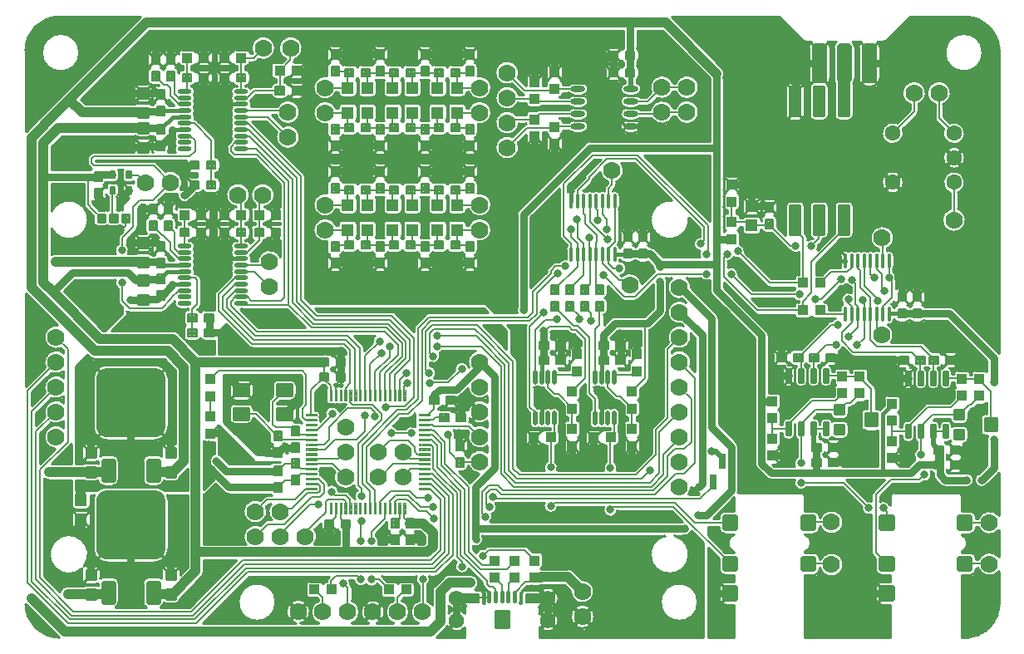
<source format=gtl>
*
*
G04 PADS9.1 Build Number: 384028 generated Gerber (RS-274-X) file*
G04 PC Version=2.1*
*
%IN "PSDR_00BB.pcb"*%
*
%MOIN*%
*
%FSLAX35Y35*%
*
*
*
*
G04 PC Standard Apertures*
*
*
G04 Thermal Relief Aperture macro.*
%AMTER*
1,1,$1,0,0*
1,0,$1-$2,0,0*
21,0,$3,$4,0,0,45*
21,0,$3,$4,0,0,135*
%
*
*
G04 Annular Aperture macro.*
%AMANN*
1,1,$1,0,0*
1,0,$2,0,0*
%
*
*
G04 Odd Aperture macro.*
%AMODD*
1,1,$1,0,0*
1,0,$1-0.005,0,0*
%
*
*
G04 PC Custom Aperture Macros*
*
*
*
*
*
*
G04 PC Aperture Table*
*
%ADD010C,0.01*%
%ADD011C,0.008*%
%ADD013C,0.01575*%
%ADD014C,0.02362*%
%ADD025C,0.05*%
%ADD035C,0.03*%
%ADD036C,0.02*%
%ADD037C,0.015*%
%ADD038C,0.024*%
%ADD041C,0.04*%
%ADD042C,0.001*%
%ADD048C,0.07*%
%ADD053C,0.002*%
%ADD061C,0.07874*%
%ADD072C,0.062*%
%ADD084C,0.01102*%
%ADD089R,0.043X0.039*%
%ADD090R,0.048X0.048*%
%ADD094C,0.00394*%
%ADD096R,0.039X0.043*%
%ADD098R,0.026X0.059*%
%ADD104C,0.01181*%
%ADD106C,0.0063*%
%ADD110C,0.016*%
%ADD146C,0.01417*%
%ADD147O,0.05709X0.017*%
%ADD148O,0.05906X0.02362*%
%ADD149C,0.032*%
%ADD150O,0.0175X0.05906*%
%ADD151O,0.01575X0.05906*%
%ADD152C,0.063*%
%ADD153C,0.02047*%
*
*
*
*
G04 PC Circuitry*
G04 Layer Name PSDR_00BB.pcb - circuitry*
%LPD*%
*
*
G04 PC Custom Flashes*
G04 Layer Name PSDR_00BB.pcb - flashes*
%LPD*%
*
*
G04 PC Circuitry*
G04 Layer Name PSDR_00BB.pcb - circuitry*
%LPD*%
*
G54D10*
G01X126001Y117000D02*
Y120800D01*
X129801*
Y117000*
X126001*
X129801*
X126001Y118000D02*
X129801D01*
X126001Y119000D02*
X129801D01*
X126001Y120000D02*
X129801D01*
X127000Y117000D02*
Y120800D01*
X128000Y117000D02*
Y120800D01*
X129000Y117000D02*
Y120800D01*
X126001Y124800D02*
Y128600D01*
X129801*
Y124800*
X126001*
Y125000D02*
X129801D01*
X126001Y126000D02*
X129801D01*
X126001Y127000D02*
X129801D01*
X126001Y128000D02*
X129801D01*
X127000Y124800D02*
Y128600D01*
X128000Y124800D02*
Y128600D01*
X129000Y124800D02*
Y128600D01*
X158001Y117000D02*
Y120800D01*
X161801*
Y117000*
X158001*
X161801*
X158001Y118000D02*
X161801D01*
X158001Y119000D02*
X161801D01*
X158001Y120000D02*
X161801D01*
X159000Y117000D02*
Y120800D01*
X160000Y117000D02*
Y120800D01*
X161000Y117000D02*
Y120800D01*
X158001Y124800D02*
Y128600D01*
X161801*
Y124800*
X158001*
Y125000D02*
X161801D01*
X158001Y126000D02*
X161801D01*
X158001Y127000D02*
X161801D01*
X158001Y128000D02*
X161801D01*
X159000Y124800D02*
Y128600D01*
X160000Y124800D02*
Y128600D01*
X161000Y124800D02*
Y128600D01*
X146901Y258100D02*
Y261900D01*
X150701*
Y258100*
X146901*
Y259000D02*
X150701D01*
X146901Y260000D02*
X150701D01*
X146901Y261000D02*
X150701D01*
X147000Y258100D02*
Y261900D01*
X148000Y258100D02*
Y261900D01*
X149000Y258100D02*
Y261900D01*
X150000Y258100D02*
Y261900D01*
X146901Y250300D02*
Y254100D01*
X150701*
Y250300*
X146901*
Y251000D02*
X150701D01*
X146901Y252000D02*
X150701D01*
X146901Y253000D02*
X150701D01*
X146901Y254000D02*
X150701D01*
X147000Y250300D02*
Y254100D01*
X148000Y250300D02*
Y254100D01*
X149000Y250300D02*
Y254100D01*
X150000Y250300D02*
Y254100D01*
X146901Y235300D02*
Y239100D01*
X150701*
Y235300*
X146901*
Y236000D02*
X150701D01*
X146901Y237000D02*
X150701D01*
X146901Y238000D02*
X150701D01*
X146901Y239000D02*
X150701D01*
X147000Y235300D02*
Y239100D01*
X148000Y235300D02*
Y239100D01*
X149000Y235300D02*
Y239100D01*
X150000Y235300D02*
Y239100D01*
X146901Y243100D02*
Y246900D01*
X150701*
Y243100*
X146901*
Y244000D02*
X150701D01*
X146901Y245000D02*
X150701D01*
X146901Y246000D02*
X150701D01*
X147000Y243100D02*
Y246900D01*
X148000Y243100D02*
Y246900D01*
X149000Y243100D02*
Y246900D01*
X150000Y243100D02*
Y246900D01*
X146901Y318100D02*
Y321900D01*
X150701*
Y318100*
X146901*
Y319000D02*
X150701D01*
X146901Y320000D02*
X150701D01*
X146901Y321000D02*
X150701D01*
X147000Y318100D02*
Y321900D01*
X148000Y318100D02*
Y321900D01*
X149000Y318100D02*
Y321900D01*
X150000Y318100D02*
Y321900D01*
X146901Y310300D02*
Y314100D01*
X150701*
Y310300*
X146901*
Y311000D02*
X150701D01*
X146901Y312000D02*
X150701D01*
X146901Y313000D02*
X150701D01*
X146901Y314000D02*
X150701D01*
X147000Y310300D02*
Y314100D01*
X148000Y310300D02*
Y314100D01*
X149000Y310300D02*
Y314100D01*
X150000Y310300D02*
Y314100D01*
X146901Y296300D02*
Y300100D01*
X150701*
Y296300*
X146901*
Y297000D02*
X150701D01*
X146901Y298000D02*
X150701D01*
X146901Y299000D02*
X150701D01*
X146901Y300000D02*
X150701D01*
X147000Y296300D02*
Y300100D01*
X148000Y296300D02*
Y300100D01*
X149000Y296300D02*
Y300100D01*
X150000Y296300D02*
Y300100D01*
X146901Y304100D02*
Y307900D01*
X150701*
Y304100*
X146901*
Y305000D02*
X150701D01*
X146901Y306000D02*
X150701D01*
X146901Y307000D02*
X150701D01*
X147000Y304100D02*
Y307900D01*
X148000Y304100D02*
Y307900D01*
X149000Y304100D02*
Y307900D01*
X150000Y304100D02*
Y307900D01*
X126001Y166000D02*
Y169800D01*
X129801*
Y166000*
X126001*
X129801*
X126001Y167000D02*
X129801D01*
X126001Y168000D02*
X129801D01*
X126001Y169000D02*
X129801D01*
X127000Y166000D02*
Y169800D01*
X128000Y166000D02*
Y169800D01*
X129000Y166000D02*
Y169800D01*
X126001Y173800D02*
Y177600D01*
X129801*
Y173800*
X126001*
Y174000D02*
X129801D01*
X126001Y175000D02*
X129801D01*
X126001Y176000D02*
X129801D01*
X126001Y177000D02*
X129801D01*
X127000Y173800D02*
Y177600D01*
X128000Y173800D02*
Y177600D01*
X129000Y173800D02*
Y177600D01*
X158001Y166000D02*
Y169800D01*
X161801*
Y166000*
X158001*
X161801*
X158001Y167000D02*
X161801D01*
X158001Y168000D02*
X161801D01*
X158001Y169000D02*
X161801D01*
X159000Y166000D02*
Y169800D01*
X160000Y166000D02*
Y169800D01*
X161000Y166000D02*
Y169800D01*
X158001Y173800D02*
Y177600D01*
X161801*
Y173800*
X158001*
Y174000D02*
X161801D01*
X158001Y175000D02*
X161801D01*
X158001Y176000D02*
X161801D01*
X158001Y177000D02*
X161801D01*
X159000Y173800D02*
Y177600D01*
X160000Y173800D02*
Y177600D01*
X161000Y173800D02*
Y177600D01*
X290171Y112443D02*
X295431D01*
Y105569*
X290171*
Y112443*
Y111867D02*
X295431D01*
X290171Y110967D02*
X295431D01*
X290171Y110067D02*
X295431D01*
X290171Y109167D02*
X295431D01*
X290171Y108267D02*
X295431D01*
X290171Y107367D02*
X295431D01*
X290171Y106467D02*
X295431D01*
X478450Y294000D02*
G75*
G03X478450I-4450J0D01*
G01X485503Y336220D02*
G03X485503I-7550J0D01*
G01X453844Y284157D02*
G03X453844I-4450J0D01*
G01X123298Y336220D02*
G03X123298I-7550J0D01*
G01X371330Y115748D02*
G03X371330I-7550J0D01*
G01X329800Y110000D02*
G03X329800I-4800J0D01*
G01X202038Y115748D02*
G03X202038I-7550J0D01*
G01X492001Y115000D02*
Y128068D01*
X483665Y129428D02*
G03X492001Y128068I4536J1572D01*
G01X483665Y129428D02*
X482898D01*
Y128904*
X480575Y126580D02*
G03X482898Y128904I-0J2324D01*
G01X480575Y126580D02*
X477200D01*
Y101700*
X478701*
G03X492001Y115000I-0J13300*
G01Y133932D02*
Y144668D01*
X483688Y145964D02*
G03X492001Y144668I4513J1636D01*
G01X483688Y145964D02*
X482898D01*
Y145439*
X480575Y143116D02*
G03X482898Y145439I-0J2323D01*
G01X480575Y143116D02*
X477200D01*
Y142734*
Y136058D02*
G03Y142734I-1507J3338D01*
G01Y136058D02*
Y135676D01*
X480575*
X482898Y133353D02*
G03X480575Y135676I-2323J-0D01*
G01X482898Y133353D02*
Y132828D01*
X483763*
X492001Y133932D02*
G03X483763Y132828I-3800J-2932D01*
G01X492001Y150532D02*
Y167641D01*
X491980Y167620D02*
G03X492001Y167641I-1980J1980D01*
G01X491980Y167620D02*
X487614Y163254D01*
X483654Y167214D02*
G03X487614Y163254I1446J-2514D01*
G01X483654Y167214D02*
X487200Y170760D01*
Y172800*
Y180145*
X487549Y182450D02*
G03X487200Y180145I2451J-1550D01*
G01X487549Y182450D02*
X486665D01*
X484657Y184459D02*
G03X486665Y182450I2008J0D01*
G01X484657Y184459D02*
Y189341D01*
X486665Y191350D02*
G03X484657Y189341I0J-2009D01*
G01X486665Y191350D02*
X487209D01*
Y195645*
X486151Y195100D02*
G03X487209Y195645I-0J1300D01*
G01X486151Y195100D02*
X483355D01*
X481853Y193598*
X480787Y193105D02*
G03X481853Y193598I-136J1695D01*
G01X480787Y193105D02*
X479776Y192095D01*
Y189183*
X477768Y187175D02*
G03X479776Y189183I-0J2008D01*
G01X477768Y187175D02*
X474461D01*
X472452Y189137D02*
G03X474461Y187175I2009J46D01*
G01X472452Y189137D02*
X466102D01*
X465586Y188621*
X466291*
X468182Y186731D02*
G03X466291Y188621I-1891J-0D01*
G01X468182Y186731D02*
Y185970D01*
X468220*
Y186731*
X470110Y188621D02*
G03X468220Y186731I0J-1890D01*
G01X470110Y188621D02*
X471291D01*
X473182Y186731D02*
G03X471291Y188621I-1891J-0D01*
G01X473182Y186731D02*
Y186166D01*
X474461Y186625D02*
G03X473182Y186166I-0J-2008D01*
G01X474461Y186625D02*
X477768D01*
X479776Y184617D02*
G03X477768Y186625I-2008J-0D01*
G01X479776Y184617D02*
Y181309D01*
X477773Y179301D02*
G03X479776Y181309I-5J2008D01*
G01X478001Y178450D02*
G03X477773Y179301I-1700J0D01*
G01X478001Y178450D02*
Y175350D01*
X477188Y173900D02*
G03X478001Y175350I-887J1450D01*
G01Y172450D02*
G03X477188Y173900I-1700J0D01*
G01X478001Y172450D02*
Y169350D01*
X476301Y167650D02*
G03X478001Y169350I-0J1700D01*
G01X476301Y167650D02*
X472801D01*
X471201Y168775D02*
G03X472801Y167650I1600J575D01*
G01X471201Y168775D02*
Y167960D01*
X471661Y167500*
X478345*
Y161900D02*
G03Y167500I755J2800D01*
G01Y161900D02*
X470501D01*
X468521Y162720D02*
G03X470501Y161900I1980J1980D01*
G01X468521Y162720D02*
X466421Y164820D01*
X465601Y166800D02*
G03X466421Y164820I2800J0D01*
G01X465601Y166800D02*
Y167725D01*
X464949Y168100D02*
G03X465601Y167725I1152J1250D01*
G01X464949Y168100D02*
X464840D01*
X461741Y164037D02*
G03X464840Y168100I459J2863D01*
G01X461741Y164037D02*
X461402Y163698D01*
X460200Y163200D02*
G03X461402Y163698I0J1700D01*
G01X460200Y163200D02*
X449304D01*
X444300Y158196*
Y156092*
X448300Y154558D02*
G03X444300Y156092I-2700J-1058D01*
G01X448300Y154558D02*
Y158000D01*
X450000Y159700D02*
G03X448300Y158000I0J-1700D01*
G01X450000Y159700D02*
X475500D01*
X477200Y158000D02*
G03X475500Y159700I-1700J0D01*
G01X477200Y158000D02*
Y152212D01*
X480575*
X482898Y149888D02*
G03X480575Y152212I-2323J0D01*
G01X482898Y149888D02*
Y149364D01*
X483737*
X492001Y150532D02*
G03X483737Y149364I-3800J-2932D01*
G01X487200Y208168D02*
Y212540D01*
X470990Y228750*
X462088*
X460751Y228100D02*
G03X462088Y228750I-0J1700D01*
G01X460751Y228100D02*
X457651D01*
X456314Y228750D02*
G03X457651Y228100I1337J1050D01*
G01X456314Y228750D02*
X456088D01*
X454751Y228100D02*
G03X456088Y228750I-0J1700D01*
G01X454751Y228100D02*
X451651D01*
X450038Y229262D02*
G03X451651Y228100I1613J538D01*
G01X450038Y229262D02*
Y229105D01*
X447574Y227052D02*
G03X450038Y229105I377J2053D01*
G01X448747Y220000D02*
G03X447574Y227052I-3747J3000D01*
G01X448747Y220000D02*
X460800D01*
X462002Y219502D02*
G03X460800Y220000I-1202J-1202D01*
G01X462002Y219502D02*
X464752Y216752D01*
X465354Y216150*
X467601*
X469201Y215025D02*
G03X467601Y216150I-1600J-575D01*
G01X470801D02*
G03X469201Y215025I-0J-1700D01*
G01X470801Y216150D02*
X474301D01*
X476001Y214450D02*
G03X474301Y216150I-1700J0D01*
G01X476001Y214450D02*
Y211350D01*
X474301Y209650D02*
G03X476001Y211350I-0J1700D01*
G01X474301Y209650D02*
X472197D01*
X473182Y207991D02*
G03X472197Y209650I-1891J-0D01*
G01X473182Y207991D02*
Y207230D01*
X473951*
Y207400*
X475251Y208700D02*
G03X473951Y207400I-0J-1300D01*
G01X475251Y208700D02*
X479151D01*
X480451Y207400D02*
G03X479151Y208700I-1300J0D01*
G01X480451Y207400D02*
Y206950D01*
X480951*
Y207400*
X482251Y208700D02*
G03X480951Y207400I-0J-1300D01*
G01X482251Y208700D02*
X486151D01*
X487200Y208168D02*
G03X486151Y208700I-1049J-768D01*
G01X492001Y215659D02*
Y337200D01*
G03X478701Y350500I-13300J-0*
G01X456304*
X446802Y340998*
X445600Y340500D02*
G03X446802Y340998I0J1700D01*
G01X445600Y340500D02*
X443400D01*
X444300Y338400D02*
G03X443400Y340500I-2900J0D01*
G01X444300Y338400D02*
Y325600D01*
X441400Y322700D02*
G03X444300Y325600I0J2900D01*
G01X441400Y322700D02*
X438600D01*
X435700Y325600D02*
G03X438600Y322700I2900J0D01*
G01X435700Y325600D02*
Y338400D01*
X436600Y340500D02*
G03X435700Y338400I2000J-2100D01*
G01X436600Y340500D02*
X433400D01*
X434300Y338400D02*
G03X433400Y340500I-2900J0D01*
G01X434300Y338400D02*
Y325600D01*
X433701Y323835D02*
G03X434300Y325600I-2301J1765D01*
G01X433701Y323835D02*
Y322209D01*
Y316540*
Y310871*
X431810Y308980D02*
G03X433701Y310871I0J1891D01*
G01X431810Y308980D02*
X427991D01*
X426101Y310871D02*
G03X427991Y308980I1890J-0D01*
G01X426101Y310871D02*
Y316540D01*
Y324129*
X425700Y325600D02*
G03X426101Y324129I2900J0D01*
G01X425700Y325600D02*
Y338400D01*
X426600Y340500D02*
G03X425700Y338400I2000J-2100D01*
G01X426600Y340500D02*
X423400D01*
X424300Y338400D02*
G03X423400Y340500I-2900J0D01*
G01X424300Y338400D02*
Y325600D01*
X423283Y323395D02*
G03X424300Y325600I-1883J2205D01*
G01X423701Y322209D02*
G03X423283Y323395I-1891J0D01*
G01X423701Y322209D02*
Y310871D01*
X421810Y308980D02*
G03X423701Y310871I0J1891D01*
G01X421810Y308980D02*
X417991D01*
X416101Y310871D02*
G03X417991Y308980I1890J-0D01*
G01X416101Y310871D02*
Y322209D01*
X416605Y323495D02*
G03X416101Y322209I1386J-1286D01*
G01X415700Y325600D02*
G03X416605Y323495I2900J0D01*
G01X415700Y325600D02*
Y338400D01*
X416600Y340500D02*
G03X415700Y338400I2000J-2100D01*
G01X416600Y340500D02*
X414623D01*
X413422Y340997D02*
G03X414623Y340500I1201J1203D01*
G01X413422Y340997D02*
X403897Y350500D01*
X360667*
X381134Y330033*
X381601Y325953D02*
G03X381134Y330033I-2800J1746D01*
G01X381601Y325953D02*
Y297900D01*
Y264250*
X381825*
X382451Y264800D02*
G03X381825Y264250I500J-1200D01*
G01X381651Y266000D02*
G03X382451Y264800I1300J0D01*
G01X381651Y266000D02*
Y270300D01*
X382951Y271600D02*
G03X381651Y270300I-0J-1300D01*
G01X382951Y271600D02*
X383201D01*
Y273000*
X382951*
X381651Y274300D02*
G03X382951Y273000I1300J0D01*
G01X381651Y274300D02*
Y278600D01*
X382451Y279800D02*
G03X381651Y278600I500J-1200D01*
G01Y281000D02*
G03X382451Y279800I1300J0D01*
G01X381651Y281000D02*
Y285300D01*
X382951Y286600D02*
G03X381651Y285300I-0J-1300D01*
G01X382951Y286600D02*
X386851D01*
X388151Y285300D02*
G03X386851Y286600I-1300J0D01*
G01X388151Y285300D02*
Y281000D01*
X387351Y279800D02*
G03X388151Y281000I-500J1200D01*
G01Y278600D02*
G03X387351Y279800I-1300J0D01*
G01X388151Y278600D02*
Y274300D01*
X386851Y273000D02*
G03X388151Y274300I-0J1300D01*
G01X386851Y273000D02*
X386601D01*
Y271600*
X386851*
X388151Y270300D02*
G03X386851Y271600I-1300J0D01*
G01X388151Y270300D02*
Y269850D01*
X389323*
X390501Y270600D02*
G03X389323Y269850I-0J-1300D01*
G01X390501Y270600D02*
X395301D01*
X396601Y269300D02*
G03X395301Y270600I-1300J0D01*
G01X396601Y269300D02*
Y268600D01*
X396651*
Y269200*
X397776Y270800D02*
G03X396651Y269200I575J-1600D01*
G01Y272400D02*
G03X397776Y270800I1700J0D01*
G01X396651Y272400D02*
Y275900D01*
X398351Y277600D02*
G03X396651Y275900I-0J-1700D01*
G01X398351Y277600D02*
X401451D01*
X403151Y275900D02*
G03X401451Y277600I-1700J0D01*
G01X403151Y275900D02*
Y272400D01*
X402025Y270800D02*
G03X403151Y272400I-574J1600D01*
G01Y269200D02*
G03X402025Y270800I-1700J0D01*
G01X403151Y269200D02*
Y266353D01*
X406494Y263011*
X406455Y263391D02*
G03X406494Y263011I1891J-0D01*
G01X406455Y263391D02*
Y274729D01*
X408346Y276620D02*
G03X406455Y274729I-0J-1891D01*
G01X408346Y276620D02*
X412165D01*
X414055Y274729D02*
G03X412165Y276620I-1890J0D01*
G01X414055Y274729D02*
Y263904D01*
X414753Y263206*
X415251Y262004D02*
G03X414753Y263206I-1700J0D01*
G01X415251Y262004D02*
Y261052D01*
X417259Y261463D02*
G03X415251Y261052I-459J-2863D01*
G01X417259Y261463D02*
X417393Y261597D01*
X416101Y263391D02*
G03X417393Y261597I1890J-0D01*
G01X416101Y263391D02*
Y274729D01*
X417991Y276620D02*
G03X416101Y274729I0J-1891D01*
G01X417991Y276620D02*
X421810D01*
X423701Y274729D02*
G03X421810Y276620I-1891J0D01*
G01X423701Y274729D02*
Y263391D01*
X421810Y261500D02*
G03X423701Y263391I0J1891D01*
G01X421810Y261500D02*
X421589D01*
X421072Y260468D02*
G03X421589Y261500I-1171J1232D01*
G01X421072Y260468D02*
X419663Y259059D01*
X419259Y257062D02*
G03X419663Y259059I-2459J1538D01*
G01X419259Y257062D02*
X426101Y263904D01*
Y274729*
X427991Y276620D02*
G03X426101Y274729I0J-1891D01*
G01X427991Y276620D02*
X431810D01*
X433701Y274729D02*
G03X431810Y276620I-1891J0D01*
G01X433701Y274729D02*
Y263391D01*
X431810Y261500D02*
G03X433701Y263391I0J1891D01*
G01X431810Y261500D02*
X428505D01*
X418601Y251596*
Y247050*
X421097*
X423549Y249502*
X424751Y250000D02*
G03X423549Y249502I-0J-1700D01*
G01X424751Y250000D02*
X428395D01*
X428363Y250365D02*
G03X428395Y250000I2088J-0D01*
G01X428363Y250365D02*
Y254695D01*
X431701Y256367D02*
G03X428363Y254695I-1250J-1672D01*
G01X434201Y256367D02*
G03X431701I-1250J-1672D01*
G01X436701D02*
G03X434201I-1250J-1672D01*
G01X439201D02*
G03X436701I-1250J-1672D01*
G01X441701D02*
G03X439201I-1250J-1672D01*
G01X443751Y256623D02*
G03X441701Y256367I-800J-1928D01*
G01X443751Y256623D02*
Y257324D01*
X447151Y257514D02*
G03X443751Y257324I-1950J4386D01*
G01X447151Y257514D02*
Y256623D01*
X450038Y254695D02*
G03X447151Y256623I-2087J0D01*
G01X450038Y254695D02*
Y250365D01*
X449651Y249153D02*
G03X450038Y250365I-1700J1212D01*
G01X449651Y249153D02*
Y248449D01*
X450709Y245203D02*
G03X449651Y248449I-2758J897D01*
G01X450801Y244651D02*
G03X450709Y245203I-1700J-0D01*
G01X450801Y244651D02*
Y241472D01*
X451651Y241700D02*
G03X450801Y241472I-0J-1700D01*
G01X451651Y241700D02*
X454751D01*
X456201Y240887D02*
G03X454751Y241700I-1450J-887D01*
G01X457651D02*
G03X456201Y240887I-0J-1700D01*
G01X457651Y241700D02*
X460751D01*
X462451Y240000D02*
G03X460751Y241700I-1700J0D01*
G01X462451Y240000D02*
Y236500D01*
X461325Y234900D02*
G03X462451Y236500I-574J1600D01*
G01X462088Y234350D02*
G03X461325Y234900I-1337J-1050D01*
G01X462088Y234350D02*
X472150D01*
X474130Y233530D02*
G03X472150Y234350I-1980J-1980D01*
G01X474130Y233530D02*
X491980Y215680D01*
X492001Y215659D02*
G03X491980Y215680I-2001J-1959D01*
G01X116867Y319633D02*
X147733Y350500D01*
X115000*
G03X101700Y337200I0J-13300*
G01Y304500*
X101933*
X106241Y308808*
X106817Y309583D02*
G03X106241Y308808I2333J-2333D01*
G01X106817Y309583D02*
X116867Y319633D01*
X159051Y253039D02*
X161158D01*
X158624Y255573*
X157925Y255100D02*
G03X158624Y255573I-574J1600D01*
G01X159051Y253500D02*
G03X157925Y255100I-1700J0D01*
G01X159051Y253500D02*
Y253039D01*
X154251Y261900D02*
X154997D01*
X153597Y263300*
X151832*
X152501Y261900D02*
G03X151832Y263300I-1800J0D01*
G01X152501Y261900D02*
Y258100D01*
X150701Y256300D02*
G03X152501Y258100I-0J1800D01*
G01X150701Y256300D02*
X146901D01*
X145101Y258100D02*
G03X146901Y256300I1800J0D01*
G01X145101Y258100D02*
Y261900D01*
X146901Y263700D02*
G03X145101Y261900I-0J-1800D01*
G01X146901Y263700D02*
X150155D01*
X149551Y265000D02*
G03X150155Y263700I1700J0D01*
G01X149551Y265000D02*
Y268500D01*
X150676Y270100D02*
G03X149551Y268500I575J-1600D01*
G01Y271700D02*
G03X150676Y270100I1700J0D01*
G01X149551Y271700D02*
Y275200D01*
X148104*
X146600Y273696*
Y266199*
X146102Y264997D02*
G03X146600Y266199I-1202J1202D01*
G01X146102Y264997D02*
X142299Y261194D01*
Y259101*
X142782Y255500D02*
G03X142299Y259101I-2482J1500D01*
G01X142782Y255500D02*
X145769D01*
X146901Y255900D02*
G03X145769Y255500I-0J-1800D01*
G01X146901Y255900D02*
X150701D01*
X152260Y255000D02*
G03X150701Y255900I-1559J-900D01*
G01X152260Y255000D02*
X153451D01*
X153676Y255100D02*
G03X153451Y255000I575J-1600D01*
G01X152551Y256700D02*
G03X153676Y255100I1700J0D01*
G01X152551Y256700D02*
Y260200D01*
X154251Y261900D02*
G03X152551Y260200I-0J-1700D01*
G01X156676Y270100D02*
G03X155801Y269387I575J-1600D01*
G01Y270813D02*
G03X156676Y270100I1450J887D01*
G01X154925D02*
G03X155801Y270813I-574J1600D01*
G01Y269387D02*
G03X154925Y270100I-1450J-887D01*
G01X166853Y233434D02*
G03X166851Y233350I1698J-84D01*
G01X166853Y233434D02*
X163478D01*
X161481Y236381D02*
G03X163478Y233434I1997J-797D01*
G01X161403Y236298D02*
G03X161481Y236381I-1202J1202D01*
G01X161403Y236298D02*
X157503Y232398D01*
X156301Y231900D02*
G03X157503Y232398I-0J1700D01*
G01X156301Y231900D02*
X143400D01*
X142299Y232304D02*
G03X143400Y231900I1101J1296D01*
G01X142299Y232304D02*
Y230793D01*
X136106Y224600*
X160701*
X163034Y223633D02*
G03X160701Y224600I-2333J-2333D01*
G01X163034Y223633D02*
X165450Y221217D01*
X165101Y222250D02*
G03X165450Y221217I1700J0D01*
G01X165101Y222250D02*
Y225350D01*
X165913Y226800D02*
G03X165101Y225350I888J-1450D01*
G01Y228250D02*
G03X165913Y226800I1700J0D01*
G01X165101Y228250D02*
Y231350D01*
X166801Y233050D02*
G03X165101Y231350I-0J-1700D01*
G01X166801Y233050D02*
X166851D01*
Y233350*
X163751Y267350D02*
Y267850D01*
X163301*
X162001Y269150D02*
G03X163301Y267850I1300J0D01*
G01X162001Y269150D02*
Y271291D01*
X160925Y270100D02*
G03X162001Y271291I-574J1600D01*
G01X162051Y268500D02*
G03X160925Y270100I-1700J0D01*
G01X162051Y268500D02*
Y266059D01*
X163701Y267350D02*
G03X162051Y266059I-0J-1700D01*
G01X163701Y267350D02*
X163751D01*
X164751Y329350D02*
Y330850D01*
X164301*
X163051Y331793D02*
G03X164301Y330850I1250J357D01*
G01X163051Y331793D02*
Y331700D01*
X161925Y330100D02*
G03X163051Y331700I-574J1600D01*
G01Y328500D02*
G03X161925Y330100I-1700J0D01*
G01X163051Y328500D02*
Y328059D01*
X164701Y329350D02*
G03X163051Y328059I-0J-1700D01*
G01X164701Y329350D02*
X164751D01*
X158963Y315039D02*
X161158D01*
X158980Y317216*
X157925Y316100D02*
G03X158980Y317216I-574J1600D01*
G01X158963Y315039D02*
G03X157925Y316100I-1612J-539D01*
G01X157676Y330100D02*
G03X156801Y329387I575J-1600D01*
G01Y330813D02*
G03X157676Y330100I1450J887D01*
G01X155925D02*
G03X156801Y330813I-574J1600D01*
G01Y329387D02*
G03X155925Y330100I-1450J-887D01*
G01X177299Y175157D02*
Y180000D01*
X173951*
X173201Y180238D02*
G03X173951Y180000I750J1062D01*
G01X173201Y180238D02*
Y161109D01*
X177299Y165207*
Y169341*
X176754Y169886*
X177299Y175157D02*
G03X176754Y169886I901J-2757D01*
G01X166601Y160500D02*
Y169233D01*
X163601Y166233*
Y166000*
X161801Y164200D02*
G03X163601Y166000I-0J1800D01*
G01X161801Y164200D02*
X158001D01*
X157161Y164408D02*
G03X158001Y164200I840J1592D01*
G01X154728Y162413D02*
G03X157161Y164408I-0J2481D01*
G01X154728Y162413D02*
X151184D01*
X148703Y164894D02*
G03X151184Y162413I2481J0D01*
G01X148703Y164894D02*
Y172375D01*
X151184Y174856D02*
G03X148703Y172375I0J-2481D01*
G01X151184Y174856D02*
X154728D01*
X156201Y174371D02*
G03X154728Y174856I-1473J-1996D01*
G01X156201Y174371D02*
Y177600D01*
X158001Y179400D02*
G03X156201Y177600I-0J-1800D01*
G01X158001Y179400D02*
X161801D01*
Y206300*
Y208733*
X157334Y213200*
X129500*
X127167Y214167D02*
G03X129500Y213200I2333J2333D01*
G01X127167Y214167D02*
X126420Y214913D01*
X121799Y210293*
Y171200*
X124869*
X126001Y171600D02*
G03X124869Y171200I-0J-1800D01*
G01X126001Y171600D02*
X129801D01*
X130593Y171416D02*
G03X129801Y171600I-792J-1616D01*
G01X130593Y171416D02*
Y172184D01*
X129801Y172000D02*
G03X130593Y172184I-0J1800D01*
G01X129801Y172000D02*
X126001D01*
X124201Y173800D02*
G03X126001Y172000I1800J0D01*
G01X124201Y173800D02*
Y177600D01*
X126001Y179400D02*
G03X124201Y177600I-0J-1800D01*
G01X126001Y179400D02*
X129801D01*
X131601Y177600D02*
G03X129801Y179400I-1800J0D01*
G01X131601Y177600D02*
Y174371D01*
X133074Y174856D02*
G03X131601Y174371I0J-2481D01*
G01X133074Y174856D02*
X136617D01*
X139098Y172375D02*
G03X136617Y174856I-2481J-0D01*
G01X139098Y172375D02*
Y164894D01*
X136617Y162413D02*
G03X139098Y164894I0J2481D01*
G01X136617Y162413D02*
X133074D01*
X130641Y164408D02*
G03X133074Y162413I2433J486D01*
G01X129801Y164200D02*
G03X130641Y164408I-0J1800D01*
G01X129801Y164200D02*
X126001D01*
X124869Y164600D02*
G03X126001Y164200I1132J1400D01*
G01X124869Y164600D02*
X121799D01*
Y160500*
X130516*
X134058Y161880D02*
G03X130516Y160500I0J-5237D01*
G01X134058Y161880D02*
X153743D01*
X157285Y160500D02*
G03X153743Y161880I-3542J-3857D01*
G01X157285Y160500D02*
X166601D01*
X177299Y215400D02*
Y220576D01*
X177001Y220550D02*
G03X177299Y220576I-0J1700D01*
G01X177001Y220550D02*
X173501D01*
X171901Y221675D02*
G03X173501Y220550I1600J575D01*
G01X170301D02*
G03X171901Y221675I-0J1700D01*
G01X170301Y220550D02*
X166801D01*
X165768Y220899D02*
G03X166801Y220550I1033J1351D01*
G01X165768Y220899D02*
X171268Y215400D01*
X177299*
X203801Y254218D02*
Y260850D01*
X200401*
X198801Y261975D02*
G03X200401Y260850I1600J575D01*
G01X197201D02*
G03X198801Y261975I-0J1700D01*
G01X197201Y260850D02*
X197194D01*
X196703Y259798D02*
G03X197194Y260850I-1202J1202D01*
G01X196703Y259798D02*
X192089Y255184D01*
X191852Y254777D02*
G03X192089Y255184I-1728J1280D01*
G01X192095Y252639D02*
G03X191852Y254777I-1971J859D01*
G01X192095Y252639D02*
X194613D01*
X203801Y254218D02*
G03X194613Y252639I-4400J-1918D01*
G01X203801Y267350D02*
Y267850D01*
X200001*
X198801Y268650D02*
G03X200001Y267850I1200J500D01*
G01X197601D02*
G03X198801Y268650I-0J1300D01*
G01X197601Y267850D02*
X197151D01*
Y267350*
X197201*
X198801Y266225D02*
G03X197201Y267350I-1600J-575D01*
G01X200401D02*
G03X198801Y266225I-0J-1700D01*
G01X200401Y267350D02*
X203801D01*
X312039Y185050D02*
Y185456D01*
X309901Y185696D02*
G03X312039Y185456I1279J1759D01*
G01X307342Y185696D02*
G03X309901I1279J1759D01*
G01X303887Y187455D02*
G03X307342Y185696I2175J-0D01*
G01X303887Y187455D02*
Y191610D01*
X303889Y191707D02*
G03X303887Y191610I2173J-97D01*
G01X303889Y191707D02*
X302699Y192898D01*
X302201Y194100D02*
G03X302699Y192898I1700J0D01*
G01X302201Y194100D02*
Y206068D01*
Y226200*
X302310Y226800D02*
G03X302201Y226200I1591J-600D01*
G01X302310Y226800D02*
X294706D01*
X296299Y225207*
Y215606*
X298303Y213602*
X298801Y212400D02*
G03X298303Y213602I-1700J0D01*
G01X298801Y212400D02*
Y170706D01*
X300906Y168600*
X309661*
X310601Y172149D02*
G03X309661Y168600I1700J-2349D01*
G01X310601Y172149D02*
Y178550D01*
X310101*
X308901Y179350D02*
G03X310101Y178550I1200J500D01*
G01X307701D02*
G03X308901Y179350I-0J1300D01*
G01X307701Y178550D02*
X303401D01*
X302101Y179850D02*
G03X303401Y178550I1300J0D01*
G01X302101Y179850D02*
Y183750D01*
X303401Y185050D02*
G03X302101Y183750I-0J-1300D01*
G01X303401Y185050D02*
X307701D01*
X308901Y184250D02*
G03X307701Y185050I-1200J-500D01*
G01X310101D02*
G03X308901Y184250I-0J-1300D01*
G01X310101Y185050D02*
X312039D01*
X319651Y214759D02*
Y216841D01*
X318888Y215800D02*
G03X319651Y216841I-887J1450D01*
G01Y214759D02*
G03X318888Y215800I-1650J-409D01*
G01X313613D02*
G03X312901Y214925I888J-1450D01*
G01Y216675D02*
G03X313613Y215800I1600J575D01*
G01X312351Y215913D02*
G03X312901Y216675I-1050J1337D01*
G01X312351Y215913D02*
Y215687D01*
X312901Y214925D02*
G03X312351Y215687I-1600J-575D01*
G01X336039Y185050D02*
Y185456D01*
X333901Y185696D02*
G03X336039Y185456I1279J1759D01*
G01X331342Y185696D02*
G03X333901I1279J1759D01*
G01X327887Y187455D02*
G03X331342Y185696I2175J-0D01*
G01X327887Y187455D02*
Y191610D01*
X328362Y192967D02*
G03X327887Y191610I1700J-1357D01*
G01X328362Y192967D02*
Y196634D01*
X326699Y198298*
X326201Y199500D02*
G03X326699Y198298I1700J0D01*
G01X326201Y199500D02*
Y203246D01*
X324151Y201196*
Y198000*
X323351Y196800D02*
G03X324151Y198000I-500J1200D01*
G01Y195600D02*
G03X323351Y196800I-1300J0D01*
G01X324151Y195600D02*
Y191300D01*
X322851Y190000D02*
G03X324151Y191300I-0J1300D01*
G01X322851Y190000D02*
X322601D01*
Y188600*
X322851*
X324151Y187300D02*
G03X322851Y188600I-1300J0D01*
G01X324151Y187300D02*
Y183000D01*
X323351Y181800D02*
G03X324151Y183000I-500J1200D01*
G01Y180600D02*
G03X323351Y181800I-1300J0D01*
G01X324151Y180600D02*
Y176300D01*
X322851Y175000D02*
G03X324151Y176300I-0J1300D01*
G01X322851Y175000D02*
X318951D01*
X317651Y176300D02*
G03X318951Y175000I1300J0D01*
G01X317651Y176300D02*
Y180600D01*
X318451Y181800D02*
G03X317651Y180600I500J-1200D01*
G01Y183000D02*
G03X318451Y181800I1300J0D01*
G01X317651Y183000D02*
Y187300D01*
X318951Y188600D02*
G03X317651Y187300I-0J-1300D01*
G01X318951Y188600D02*
X319201D01*
Y190000*
X318951*
X317651Y191300D02*
G03X318951Y190000I1300J0D01*
G01X317651Y191300D02*
Y194496D01*
X314647Y197500*
X313880*
X312678Y197998D02*
G03X313880Y197500I1202J1202D01*
G01X312678Y197998D02*
X309978Y200698D01*
X309480Y201900D02*
G03X309978Y200698I1700J0D01*
G01X309480Y201900D02*
Y201992D01*
X307342Y202231D02*
G03X309480Y201992I1279J1759D01*
G01X305601Y201864D02*
G03X307342Y202231I461J2126D01*
G01X305601Y201864D02*
Y194804D01*
X306723Y193682*
X307342Y193369D02*
G03X306723Y193682I-1280J-1759D01*
G01X309901Y193369D02*
G03X307342I-1280J-1759D01*
G01X312460D02*
G03X309901I-1280J-1759D01*
G01X315914Y191610D02*
G03X312460Y193369I-2175J0D01*
G01X315914Y191610D02*
Y187455D01*
X315439Y186098D02*
G03X315914Y187455I-1700J1357D01*
G01X315439Y186098D02*
Y184532D01*
X315701Y183750D02*
G03X315439Y184532I-1300J0D01*
G01X315701Y183750D02*
Y179850D01*
X314401Y178550D02*
G03X315701Y179850I-0J1300D01*
G01X314401Y178550D02*
X314001D01*
Y172149*
X314941Y168600D02*
G03X314001Y172149I-2640J1200D01*
G01X314941Y168600D02*
X333517D01*
X334501Y172049D02*
G03X333517Y168600I1700J-2349D01*
G01X334501Y172049D02*
Y178550D01*
X334101*
X332901Y179350D02*
G03X334101Y178550I1200J500D01*
G01X331701D02*
G03X332901Y179350I-0J1300D01*
G01X331701Y178550D02*
X327401D01*
X326101Y179850D02*
G03X327401Y178550I1300J0D01*
G01X326101Y179850D02*
Y183750D01*
X327401Y185050D02*
G03X326101Y183750I-0J-1300D01*
G01X327401Y185050D02*
X331701D01*
X332901Y184250D02*
G03X331701Y185050I-1200J-500D01*
G01X334101D02*
G03X332901Y184250I-0J-1300D01*
G01X334101Y185050D02*
X336039D01*
X343651Y214759D02*
Y216841D01*
X342888Y215800D02*
G03X343651Y216841I-887J1450D01*
G01Y214759D02*
G03X342888Y215800I-1650J-409D01*
G01X337613D02*
G03X336901Y214925I888J-1450D01*
G01Y216675D02*
G03X337613Y215800I1600J575D01*
G01X336351Y215913D02*
G03X336901Y216675I-1050J1337D01*
G01X336351Y215913D02*
Y215687D01*
X336901Y214925D02*
G03X336351Y215687I-1600J-575D01*
G01X347076Y258900D02*
G03X346314Y258350I575J-1600D01*
G01X346201Y259613D02*
G03X347076Y258900I1450J887D01*
G01X345325D02*
G03X346201Y259613I-574J1600D01*
G01X346088Y258350D02*
G03X345325Y258900I-1337J-1050D01*
G01X346088Y258350D02*
X346314D01*
X340708Y252385D02*
G03X339949Y252500I-808J-2785D01*
G01X340072Y253170D02*
G03X340708Y252385I1579J630D01*
G01X340072Y253170D02*
X340038D01*
Y253105*
X339949Y252500D02*
G03X340038Y253105I-1998J605D01*
G01X370200Y208135D02*
Y221771D01*
X368463Y223508*
X361922Y217661D02*
G03X368463Y223508I1972J4376D01*
G01X361922Y217661D02*
X360801Y216540D01*
Y215708*
X368270Y210065D02*
G03X360801Y215708I-4376J1972D01*
G01X368270Y210065D02*
X370200Y208135D01*
X366427Y236114D02*
G03X364671Y227300I-2533J-4077D01*
G01X366427Y236114D02*
X365139Y237401D01*
X360792Y245700D02*
G03X365139Y237401I3102J-3663D01*
G01X360792Y245700D02*
X358693D01*
X358901Y243645D02*
G03X358693Y245700I-2800J755D01*
G01X358901Y243645D02*
Y232600D01*
X358081Y230620D02*
G03X358901Y232600I-1980J1980D01*
G01X358081Y230620D02*
X352981Y225520D01*
X351801Y224817D02*
G03X352981Y225520I-800J2683D01*
G01X351801Y224817D02*
Y205550D01*
X351303Y204348D02*
G03X351801Y205550I-1202J1202D01*
G01X351303Y204348D02*
X348151Y201196D01*
Y198000*
X347351Y196800D02*
G03X348151Y198000I-500J1200D01*
G01Y195600D02*
G03X347351Y196800I-1300J0D01*
G01X348151Y195600D02*
Y191300D01*
X346851Y190000D02*
G03X348151Y191300I-0J1300D01*
G01X346851Y190000D02*
X346601D01*
Y188600*
X346851*
X348151Y187300D02*
G03X346851Y188600I-1300J0D01*
G01X348151Y187300D02*
Y183000D01*
X347351Y181800D02*
G03X348151Y183000I-500J1200D01*
G01Y180600D02*
G03X347351Y181800I-1300J0D01*
G01X348151Y180600D02*
Y176300D01*
X346851Y175000D02*
G03X348151Y176300I-0J1300D01*
G01X346851Y175000D02*
X342951D01*
X341651Y176300D02*
G03X342951Y175000I1300J0D01*
G01X341651Y176300D02*
Y180600D01*
X342451Y181800D02*
G03X341651Y180600I500J-1200D01*
G01Y183000D02*
G03X342451Y181800I1300J0D01*
G01X341651Y183000D02*
Y187300D01*
X342951Y188600D02*
G03X341651Y187300I-0J-1300D01*
G01X342951Y188600D02*
X343201D01*
Y190000*
X342951*
X341651Y191300D02*
G03X342951Y190000I1300J0D01*
G01X341651Y191300D02*
Y194496D01*
X339447Y196700*
X338680*
X337478Y197198D02*
G03X338680Y196700I1202J1202D01*
G01X337478Y197198D02*
X333978Y200698D01*
X333480Y201900D02*
G03X333978Y200698I1700J0D01*
G01X333480Y201900D02*
Y201992D01*
X331342Y202231D02*
G03X333480Y201992I1279J1759D01*
G01X329601Y201864D02*
G03X331342Y202231I461J2126D01*
G01X329601Y201864D02*
Y200204D01*
X331264Y198541*
X331762Y197339D02*
G03X331264Y198541I-1700J-0D01*
G01X331762Y197339D02*
Y193608D01*
X333901Y193369D02*
G03X331762Y193608I-1280J-1759D01*
G01X336460Y193369D02*
G03X333901I-1280J-1759D01*
G01X339914Y191610D02*
G03X336460Y193369I-2175J0D01*
G01X339914Y191610D02*
Y187455D01*
X339439Y186098D02*
G03X339914Y187455I-1700J1357D01*
G01X339439Y186098D02*
Y184532D01*
X339701Y183750D02*
G03X339439Y184532I-1300J0D01*
G01X339701Y183750D02*
Y179850D01*
X338401Y178550D02*
G03X339701Y179850I-0J1300D01*
G01X338401Y178550D02*
X337901D01*
Y172049*
X338884Y168600D02*
G03X337901Y172049I-2683J1100D01*
G01X338884Y168600D02*
X345697D01*
X352601Y175504*
Y184800*
X353099Y186002D02*
G03X352601Y184800I1202J-1202D01*
G01X353099Y186002D02*
X357401Y190304D01*
Y217244*
X357899Y218446D02*
G03X357401Y217244I1202J-1202D01*
G01X357899Y218446D02*
X359517Y220065D01*
X365365Y226606D02*
G03X359517Y220065I-1471J-4569D01*
G01X365365Y226606D02*
X364671Y227300D01*
X344451Y211800D02*
G03X343651Y210600I500J-1200D01*
G01X343701Y212643D02*
G03X344451Y211800I1250J357D01*
G01X343701Y212643D02*
Y211250D01*
X342001Y209550D02*
G03X343701Y211250I-0J1700D01*
G01X342001Y209550D02*
X339400D01*
X339814Y208800D02*
G03X339400Y209550I-2075J-655D01*
G01X339814Y208800D02*
X343651D01*
Y210600*
X348401Y218600D02*
Y224700D01*
X339111*
X336351Y221940*
Y221687*
X336901Y220925D02*
G03X336351Y221687I-1600J-575D01*
G01X338501Y222050D02*
G03X336901Y220925I-0J-1700D01*
G01X338501Y222050D02*
X342001D01*
X343701Y220350D02*
G03X342001Y222050I-1700J0D01*
G01X343701Y220350D02*
Y217657D01*
X344951Y218600D02*
G03X343701Y217657I-0J-1300D01*
G01X344951Y218600D02*
X348401D01*
X353301Y233760D02*
Y243197D01*
X347202Y237098*
X346000Y236600D02*
G03X347202Y237098I0J1700D01*
G01X346000Y236600D02*
X341800D01*
X340598Y237098D02*
G03X341800Y236600I1202J1202D01*
G01X340598Y237098D02*
X335151Y242545D01*
Y239400*
X334025Y237800D02*
G03X335151Y239400I-574J1600D01*
G01Y236200D02*
G03X334025Y237800I-1700J0D01*
G01X335151Y236200D02*
Y232700D01*
X333601Y231007D02*
G03X335151Y232700I-150J1693D01*
G01X333601Y231007D02*
Y227110D01*
X335971Y229480*
X337951Y230300D02*
G03X335971Y229480I-0J-2800D01*
G01X337951Y230300D02*
X349841D01*
X353301Y233760*
X348776Y243480D02*
X353813Y248517D01*
X353200Y250340D02*
G03X353813Y248517I2900J-40D01*
G01X353200Y250340D02*
X351336Y252204D01*
X350751Y252100D02*
G03X351336Y252204I-0J1700D01*
G01X350751Y252100D02*
X347651D01*
X346314Y252750D02*
G03X347651Y252100I1337J1050D01*
G01X346314Y252750D02*
X346088D01*
X344751Y252100D02*
G03X346088Y252750I-0J1700D01*
G01X344751Y252100D02*
X341651D01*
X341309Y252135D02*
G03X341651Y252100I342J1665D01*
G01X340367Y246738D02*
G03X341309Y252135I-467J2862D01*
G01X340367Y246738D02*
X340605Y246500D01*
X340715*
X348776Y243480D02*
G03X340715Y246500I-4776J-480D01*
G01X372100Y262384D02*
Y265496D01*
X367668Y269928*
X360721Y276874D02*
G03X367668Y269928I-764J-7711D01*
G01X360721Y276874D02*
X345796Y291800D01*
X340648*
X338601Y284311D02*
G03X340648Y291800I-1700J4489D01*
G01X338601Y284311D02*
Y283200D01*
X338103Y281998D02*
G03X338601Y283200I-1202J1202D01*
G01X338103Y281998D02*
X337151Y281046D01*
Y280623*
X340038Y278695D02*
G03X337151Y280623I-2087J0D01*
G01X340038Y278695D02*
Y274365D01*
X339651Y273153D02*
G03X340038Y274365I-1700J1212D01*
G01X339651Y273153D02*
Y260250D01*
X339206Y259103D02*
G03X339651Y260250I-1255J1147D01*
G01X340013Y257757D02*
G03X339206Y259103I-2062J-322D01*
G01X341076Y258900D02*
G03X340013Y257757I575J-1600D01*
G01X339951Y260500D02*
G03X341076Y258900I1700J0D01*
G01X339951Y260500D02*
Y264000D01*
X341651Y265700D02*
G03X339951Y264000I-0J-1700D01*
G01X341651Y265700D02*
X344751D01*
X346201Y264887D02*
G03X344751Y265700I-1450J-887D01*
G01X347651D02*
G03X346201Y264887I-0J-1700D01*
G01X347651Y265700D02*
X350751D01*
X352451Y264000D02*
G03X350751Y265700I-1700J0D01*
G01X352451Y264000D02*
Y260500D01*
X351325Y258900D02*
G03X352451Y260500I-574J1600D01*
G01X352128Y258297D02*
G03X351325Y258900I-1377J-997D01*
G01X353980Y257480D02*
G03X352128Y258297I-1980J-1980D01*
G01X353980Y257480D02*
X357260Y254200D01*
X371917*
X372020Y256625D02*
G03X371917Y254200I2580J-1325D01*
G01X372100Y262384D02*
G03X372020Y256625I300J-2884D01*
G01X376001Y268703D02*
Y295100D01*
X349604*
X376001Y268703*
X335201Y283904D02*
Y284311D01*
X332125Y288320D02*
G03X335201Y284311I4776J480D01*
G01X332125Y288320D02*
X329401Y285596D01*
X328903Y284398D02*
G03X329401Y285596I-1202J1202D01*
G01X328903Y284398D02*
X325281Y280776D01*
X326701Y280367D02*
G03X325281Y280776I-1250J-1672D01*
G01X329201Y280367D02*
G03X326701I-1250J-1672D01*
G01X331701D02*
G03X329201I-1250J-1672D01*
G01X333751Y280623D02*
G03X331701Y280367I-800J-1928D01*
G01X333751Y280623D02*
Y281750D01*
X334249Y282952D02*
G03X333751Y281750I1202J-1202D01*
G01X334249Y282952D02*
X335201Y283904D01*
X320451Y211800D02*
G03X319651Y210600I500J-1200D01*
G01X319701Y212643D02*
G03X320451Y211800I1250J357D01*
G01X319701Y212643D02*
Y211250D01*
X318001Y209550D02*
G03X319701Y211250I-0J1700D01*
G01X318001Y209550D02*
X315400D01*
X315814Y208800D02*
G03X315400Y209550I-2075J-655D01*
G01X315814Y208800D02*
X319651D01*
Y210600*
X324401Y218600D02*
Y220596D01*
X322229Y222768*
X322198Y222798D02*
G03X322229Y222768I1202J1202D01*
G01X322198Y222798D02*
X321696Y223300D01*
X320800*
X319598Y223798D02*
G03X320800Y223300I1202J1202D01*
G01X319598Y223798D02*
X318896Y224500D01*
X312605*
X312446Y224341*
X312351Y223745D02*
G03X312446Y224341I-2800J755D01*
G01X312351Y223745D02*
Y221687D01*
X312901Y220925D02*
G03X312351Y221687I-1600J-575D01*
G01X314501Y222050D02*
G03X312901Y220925I-0J-1700D01*
G01X314501Y222050D02*
X318001D01*
X319701Y220350D02*
G03X318001Y222050I-1700J0D01*
G01X319701Y220350D02*
Y217657D01*
X320951Y218600D02*
G03X319701Y217657I-0J-1300D01*
G01X320951Y218600D02*
X324401D01*
X326499Y287502D02*
X332397Y293400D01*
X329805*
X319201Y282796*
Y280367*
X321251Y280623D02*
G03X319201Y280367I-800J-1928D01*
G01X321251Y280623D02*
Y280850D01*
X321749Y282052D02*
G03X321251Y280850I1202J-1202D01*
G01X321749Y282052D02*
X326001Y286304D01*
X326499Y287502D02*
G03X326001Y286304I1202J-1202D01*
G01X318751Y258647D02*
Y259046D01*
X316299Y261498*
X315801Y262700D02*
G03X316299Y261498I1700J0D01*
G01X315801Y262700D02*
Y281740D01*
X310381Y276320*
X304186Y270126*
Y241790*
X310700Y248304*
Y248700*
X311198Y249902D02*
G03X310700Y248700I1202J-1202D01*
G01X311198Y249902D02*
X312998Y251702D01*
X314200Y252200D02*
G03X312998Y251702I-0J-1700D01*
G01X314200Y252200D02*
X315851D01*
X318363Y253395D02*
G03X315851Y252200I-162J-2895D01*
G01X318363Y253395D02*
Y257435D01*
X318751Y258647D02*
G03X318363Y257435I1700J-1212D01*
G01X376001Y300700D02*
Y325832D01*
X356933Y344900*
X346951*
Y337987*
X347601Y336650D02*
G03X346951Y337987I-1700J0D01*
G01X347601Y336650D02*
Y333550D01*
X346951Y332213D02*
G03X347601Y333550I-1050J1337D01*
G01X346951Y332213D02*
Y330987D01*
X347601Y329650D02*
G03X346951Y330987I-1700J0D01*
G01X347601Y329650D02*
Y326550D01*
X346731Y325066D02*
G03X347601Y326550I-830J1484D01*
G01X346731Y325066D02*
Y324024D01*
X346202Y319119D02*
G03X346731Y324024I0J2481D01*
G01X346202Y319119D02*
X342659D01*
X342131Y324024D02*
G03X342659Y319119I528J-2424D01*
G01X342131Y324024D02*
Y324872D01*
X340801Y325975D02*
G03X342131Y324872I1600J575D01*
G01X339201Y324850D02*
G03X340801Y325975I-0J1700D01*
G01X339201Y324850D02*
X335701D01*
X334001Y326550D02*
G03X335701Y324850I1700J0D01*
G01X334001Y326550D02*
Y329650D01*
X335701Y331350D02*
G03X334001Y329650I-0J-1700D01*
G01X335701Y331350D02*
X339201D01*
X340801Y330225D02*
G03X339201Y331350I-1600J-575D01*
G01X341351Y330987D02*
G03X340801Y330225I1050J-1337D01*
G01X341351Y330987D02*
Y332213D01*
X340801Y332975D02*
G03X341351Y332213I1600J575D01*
G01X339201Y331850D02*
G03X340801Y332975I-0J1700D01*
G01X339201Y331850D02*
X335701D01*
X334001Y333550D02*
G03X335701Y331850I1700J0D01*
G01X334001Y333550D02*
Y336650D01*
X335701Y338350D02*
G03X334001Y336650I-0J-1700D01*
G01X335701Y338350D02*
X339201D01*
X340801Y337225D02*
G03X339201Y338350I-1600J-575D01*
G01X341351Y337987D02*
G03X340801Y337225I1050J-1337D01*
G01X341351Y337987D02*
Y344900D01*
X151467*
X123867Y317300*
X125667Y315500*
X145769*
X146901Y315900D02*
G03X145769Y315500I-0J-1800D01*
G01X146901Y315900D02*
X150701D01*
X152064Y315275D02*
G03X150701Y315900I-1363J-1175D01*
G01X152064Y315275D02*
X152738D01*
X153676Y316100D02*
G03X152738Y315275I575J-1600D01*
G01X152551Y317700D02*
G03X153676Y316100I1700J0D01*
G01X152551Y317700D02*
Y321200D01*
X154251Y322900D02*
G03X152551Y321200I-0J-1700D01*
G01X154251Y322900D02*
X155247D01*
X154847Y323300*
X152251*
X151716Y323386D02*
G03X152251Y323300I535J1614D01*
G01X152501Y321900D02*
G03X151716Y323386I-1800J0D01*
G01X152501Y321900D02*
Y318100D01*
X150701Y316300D02*
G03X152501Y318100I-0J1800D01*
G01X150701Y316300D02*
X146901D01*
X145101Y318100D02*
G03X146901Y316300I1800J0D01*
G01X145101Y318100D02*
Y321900D01*
X146901Y323700D02*
G03X145101Y321900I-0J-1800D01*
G01X146901Y323700D02*
X150701D01*
X151280Y323604D02*
G03X150701Y323700I-579J-1704D01*
G01X150551Y325000D02*
G03X151280Y323604I1700J0D01*
G01X150551Y325000D02*
Y328500D01*
X151676Y330100D02*
G03X150551Y328500I575J-1600D01*
G01Y331700D02*
G03X151676Y330100I1700J0D01*
G01X150551Y331700D02*
Y335200D01*
X152251Y336900D02*
G03X150551Y335200I-0J-1700D01*
G01X152251Y336900D02*
X155351D01*
X156801Y336087D02*
G03X155351Y336900I-1450J-887D01*
G01X158251D02*
G03X156801Y336087I-0J-1700D01*
G01X158251Y336900D02*
X161351D01*
X163001Y335609D02*
G03X161351Y336900I-1650J-409D01*
G01X163001Y335609D02*
Y336050D01*
X164301Y337350D02*
G03X163001Y336050I-0J-1300D01*
G01X164301Y337350D02*
X168601D01*
X169801Y336550D02*
G03X168601Y337350I-1200J-500D01*
G01X171001D02*
G03X169801Y336550I-0J-1300D01*
G01X171001Y337350D02*
X175301D01*
X176601Y336050D02*
G03X175301Y337350I-1300J0D01*
G01X176601Y336050D02*
Y332150D01*
X175301Y330850D02*
G03X176601Y332150I-0J1300D01*
G01X175301Y330850D02*
X171001D01*
X169801Y331650D02*
G03X171001Y330850I1200J500D01*
G01X168601D02*
G03X169801Y331650I-0J1300D01*
G01X168601Y330850D02*
X168151D01*
Y329350*
X168201*
X169801Y328225D02*
G03X168201Y329350I-1600J-575D01*
G01X171401D02*
G03X169801Y328225I-0J-1700D01*
G01X171401Y329350D02*
X174901D01*
X176601Y327650D02*
G03X174901Y329350I-1700J0D01*
G01X176601Y327650D02*
Y324550D01*
X174901Y322850D02*
G03X176601Y324550I-0J1700D01*
G01X174901Y322850D02*
X171401D01*
X169801Y323975D02*
G03X171401Y322850I1600J575D01*
G01X168201D02*
G03X169801Y323975I-0J1700D01*
G01X168201Y322850D02*
X168151D01*
Y322660*
X169214Y319336D02*
G03X168151Y322660I-1728J1280D01*
G01X169214Y316777D02*
G03Y319336I-1728J1280D01*
G01Y314218D02*
G03Y316777I-1728J1280D01*
G01Y311659D02*
G03Y314218I-1728J1280D01*
G01X169454Y309514D02*
G03X169214Y311659I-1968J866D01*
G01X170503Y309023D02*
G03X169454Y309514I-1202J-1203D01*
G01X170503Y309023D02*
X177403Y302123D01*
X177901Y300920D02*
G03X177403Y302123I-1700J0D01*
G01X177901Y300920D02*
Y294350D01*
X179601Y292650D02*
G03X177901Y294350I-1700J0D01*
G01X179601Y292650D02*
Y289550D01*
X177901Y287850D02*
G03X179601Y289550I-0J1700D01*
G01X177901Y287850D02*
X177851D01*
Y286350*
X177901*
X179601Y284650D02*
G03X177901Y286350I-1700J0D01*
G01X179601Y284650D02*
Y281550D01*
X177901Y279850D02*
G03X179601Y281550I-0J1700D01*
G01X177901Y279850D02*
X174401D01*
X172801Y280975D02*
G03X174401Y279850I1600J575D01*
G01X171201D02*
G03X172801Y280975I-0J1700D01*
G01X171201Y279850D02*
X170161D01*
X167975Y277664*
X162544Y279500D02*
G03X167975Y277664I2857J-500D01*
G01X162544Y279500D02*
X161172D01*
X158430D02*
G03X161172I1371J4600D01*
G01X158430D02*
X157605D01*
X154910Y276805*
X155801Y276087D02*
G03X154910Y276805I-1450J-887D01*
G01X157251Y276900D02*
G03X155801Y276087I-0J-1700D01*
G01X157251Y276900D02*
X160351D01*
X162051Y275200D02*
G03X160351Y276900I-1700J0D01*
G01X162051Y275200D02*
Y273407D01*
X163301Y274350D02*
G03X162051Y273407I-0J-1300D01*
G01X163301Y274350D02*
X167601D01*
X168801Y273550D02*
G03X167601Y274350I-1200J-500D01*
G01X170001D02*
G03X168801Y273550I-0J-1300D01*
G01X170001Y274350D02*
X174301D01*
X175601Y273050D02*
G03X174301Y274350I-1300J0D01*
G01X175601Y273050D02*
Y269150D01*
X174301Y267850D02*
G03X175601Y269150I-0J1300D01*
G01X174301Y267850D02*
X170001D01*
X168801Y268650D02*
G03X170001Y267850I1200J500D01*
G01X167601D02*
G03X168801Y268650I-0J1300D01*
G01X167601Y267850D02*
X167151D01*
Y267350*
X167201*
X168801Y266225D02*
G03X167201Y267350I-1600J-575D01*
G01X170401D02*
G03X168801Y266225I-0J-1700D01*
G01X170401Y267350D02*
X173901D01*
X175601Y265650D02*
G03X173901Y267350I-1700J0D01*
G01X175601Y265650D02*
Y262550D01*
X173901Y260850D02*
G03X175601Y262550I-0J1700D01*
G01X173901Y260850D02*
X170401D01*
X168801Y261975D02*
G03X170401Y260850I1600J575D01*
G01X167201D02*
G03X168801Y261975I-0J1700D01*
G01X167201Y260850D02*
X167182D01*
Y260766*
X167486*
X169214Y257336D02*
G03X167486Y260766I-1728J1280D01*
G01X169214Y254777D02*
G03Y257336I-1728J1280D01*
G01Y252218D02*
G03Y254777I-1728J1280D01*
G01Y249659D02*
G03Y252218I-1728J1280D01*
G01X169457Y247520D02*
G03X169214Y249659I-1971J860D01*
G01X169457Y247520D02*
X169601D01*
X170803Y247023D02*
G03X169601Y247520I-1202J-1203D01*
G01X170803Y247023D02*
X171703Y246123D01*
X172201Y244920D02*
G03X171703Y246123I-1700J0D01*
G01X172201Y244920D02*
Y235300D01*
X171703Y234098D02*
G03X172201Y235300I-1202J1202D01*
G01X171703Y234098D02*
X170624Y233019D01*
X171901Y231925D02*
G03X170624Y233019I-1600J-575D01*
G01X173501Y233050D02*
G03X171901Y231925I-0J-1700D01*
G01X173501Y233050D02*
X177001D01*
X177501Y232975D02*
G03X177001Y233050I-500J-1625D01*
G01X177501Y232975D02*
Y239300D01*
X177999Y240502D02*
G03X177501Y239300I1202J-1202D01*
G01X177999Y240502D02*
X184121Y246625D01*
X184388Y247100D02*
G03X184121Y246625I1727J-1280D01*
G01X184388Y249659D02*
G03Y247100I1727J-1279D01*
G01Y252218D02*
G03Y249659I1727J-1279D01*
G01Y254777D02*
G03Y252218I1727J-1279D01*
G01Y257336D02*
G03Y254777I1727J-1279D01*
G01X186115Y260766D02*
G03X184388Y257336I0J-2150D01*
G01X186115Y260766D02*
X186420D01*
Y260850*
X186401*
X184801Y261975D02*
G03X186401Y260850I1600J575D01*
G01X183201D02*
G03X184801Y261975I-0J1700D01*
G01X183201Y260850D02*
X179701D01*
X178001Y262550D02*
G03X179701Y260850I1700J0D01*
G01X178001Y262550D02*
Y265650D01*
X179701Y267350D02*
G03X178001Y265650I-0J-1700D01*
G01X179701Y267350D02*
X183201D01*
X184801Y266225D02*
G03X183201Y267350I-1600J-575D01*
G01X186401D02*
G03X184801Y266225I-0J-1700D01*
G01X186401Y267350D02*
X186451D01*
Y267850*
X186001*
X184801Y268650D02*
G03X186001Y267850I1200J500D01*
G01X183601D02*
G03X184801Y268650I-0J1300D01*
G01X183601Y267850D02*
X179301D01*
X178001Y269150D02*
G03X179301Y267850I1300J0D01*
G01X178001Y269150D02*
Y273050D01*
X179301Y274350D02*
G03X178001Y273050I-0J-1300D01*
G01X179301Y274350D02*
X183601D01*
X184801Y273550D02*
G03X183601Y274350I-1200J-500D01*
G01X186001D02*
G03X184801Y273550I-0J-1300D01*
G01X186001Y274350D02*
X186109D01*
X189851Y275394D02*
G03X186109Y274350I-3050J3706D01*
G01X189851Y275394D02*
Y274350D01*
X190301*
X191601Y273050D02*
G03X190301Y274350I-1300J0D01*
G01X191601Y273050D02*
Y269150D01*
X190301Y267850D02*
G03X191601Y269150I-0J1300D01*
G01X190301Y267850D02*
X189851D01*
Y267350*
X189901*
X191601Y265650D02*
G03X189901Y267350I-1700J0D01*
G01X191601Y265650D02*
Y262550D01*
X189901Y260850D02*
G03X191601Y262550I-0J1700D01*
G01X189901Y260850D02*
X189820D01*
Y260766*
X190124*
X191910Y259813D02*
G03X190124Y260766I-1786J-1197D01*
G01X191910Y259813D02*
X193069Y260972D01*
X192001Y262550D02*
G03X193069Y260972I1700J0D01*
G01X192001Y262550D02*
Y265650D01*
X193701Y267350D02*
G03X192001Y265650I-0J-1700D01*
G01X193701Y267350D02*
X193751D01*
Y267850*
X193301*
X192001Y269150D02*
G03X193301Y267850I1300J0D01*
G01X192001Y269150D02*
Y273050D01*
X193301Y274350D02*
G03X192001Y273050I-0J-1300D01*
G01X193301Y274350D02*
X193751D01*
Y275394*
X197492Y274350D02*
G03X193751Y275394I-691J4750D01*
G01X197492Y274350D02*
X197601D01*
X198801Y273550D02*
G03X197601Y274350I-1200J-500D01*
G01X200001D02*
G03X198801Y273550I-0J-1300D01*
G01X200001Y274350D02*
X203801D01*
Y283296*
X193597Y293500*
X185501*
X184299Y293998D02*
G03X185501Y293500I1202J1202D01*
G01X184299Y293998D02*
X183299Y294998D01*
X182799Y295498*
X182301Y296700D02*
G03X182799Y295498I1700J0D01*
G01X182301Y296700D02*
Y297000D01*
Y298400*
X182799Y299602D02*
G03X182301Y298400I1202J-1202D01*
G01X182799Y299602D02*
X184107Y300910D01*
X184388Y301423D02*
G03X184107Y300910I1727J-1280D01*
G01X184388Y303982D02*
G03Y301423I1727J-1280D01*
G01Y306541D02*
G03Y303982I1727J-1280D01*
G01Y309100D02*
G03Y306541I1727J-1280D01*
G01Y311659D02*
G03Y309100I1727J-1279D01*
G01Y314218D02*
G03Y311659I1727J-1279D01*
G01Y316777D02*
G03Y314218I1727J-1279D01*
G01Y319336D02*
G03Y316777I1727J-1279D01*
G01X186115Y322766D02*
G03X184388Y319336I0J-2150D01*
G01X186115Y322766D02*
X186420D01*
Y322850*
X186401*
X184801Y323975D02*
G03X186401Y322850I1600J575D01*
G01X183201D02*
G03X184801Y323975I-0J1700D01*
G01X183201Y322850D02*
X179701D01*
X178001Y324550D02*
G03X179701Y322850I1700J0D01*
G01X178001Y324550D02*
Y327650D01*
X179701Y329350D02*
G03X178001Y327650I-0J-1700D01*
G01X179701Y329350D02*
X183201D01*
X184801Y328225D02*
G03X183201Y329350I-1600J-575D01*
G01X186401D02*
G03X184801Y328225I-0J-1700D01*
G01X186401Y329350D02*
X186451D01*
Y330850*
X186001*
X184801Y331650D02*
G03X186001Y330850I1200J500D01*
G01X183601D02*
G03X184801Y331650I-0J1300D01*
G01X183601Y330850D02*
X179301D01*
X178001Y332150D02*
G03X179301Y330850I1300J0D01*
G01X178001Y332150D02*
Y336050D01*
X179301Y337350D02*
G03X178001Y336050I-0J-1300D01*
G01X179301Y337350D02*
X183601D01*
X184801Y336550D02*
G03X183601Y337350I-1200J-500D01*
G01X186001D02*
G03X184801Y336550I-0J-1300D01*
G01X186001Y337350D02*
X190301D01*
X191601Y336050D02*
G03X190301Y337350I-1300J0D01*
G01X191601Y336050D02*
Y335800D01*
X192396*
X192624Y336028*
X195028Y333624D02*
G03X192624Y336028I1972J4376D01*
G01X195028Y333624D02*
X194882Y333478D01*
X193300Y332400D02*
G03X194882Y333478I0J1700D01*
G01X193300Y332400D02*
X191601D01*
Y332150*
X190301Y330850D02*
G03X191601Y332150I-0J1300D01*
G01X190301Y330850D02*
X189851D01*
Y329350*
X189901*
X191601Y327650D02*
G03X189901Y329350I-1700J0D01*
G01X191601Y327650D02*
Y324550D01*
X189901Y322850D02*
G03X191601Y324550I-0J1700D01*
G01X189901Y322850D02*
X189820D01*
Y322766*
X190124*
X191910Y321813D02*
G03X190124Y322766I-1786J-1197D01*
G01X191910Y321813D02*
X192299Y322202D01*
X193501Y322700D02*
G03X192299Y322202I-0J-1700D01*
G01X193501Y322700D02*
X200207D01*
X201900Y324250D02*
G03X200207Y322700I0J-1700D01*
G01X201900Y324250D02*
X201950D01*
Y325750*
X201500*
X200200Y327050D02*
G03X201500Y325750I1300J0D01*
G01X200200Y327050D02*
Y330950D01*
X201500Y332250D02*
G03X200200Y330950I0J-1300D01*
G01X201500Y332250D02*
X204496D01*
X205920Y333674*
X209600Y333475D02*
G03X205920Y333674I-1600J4525D01*
G01X209600Y333475D02*
Y333250D01*
X209275Y332250D02*
G03X209600Y333250I-1375J1000D01*
G01X209275Y332250D02*
X212500D01*
X213800Y330950D02*
G03X212500Y332250I-1300J0D01*
G01X213800Y330950D02*
Y327050D01*
X212500Y325750D02*
G03X213800Y327050I0J1300D01*
G01X212500Y325750D02*
X208200D01*
X207000Y326550D02*
G03X208200Y325750I1200J500D01*
G01X205800D02*
G03X207000Y326550I0J1300D01*
G01X205800Y325750D02*
X205350D01*
Y324250*
X205400*
X207000Y323125D02*
G03X205400Y324250I-1600J-575D01*
G01X208600D02*
G03X207000Y323125I0J-1700D01*
G01X208600Y324250D02*
X212100D01*
X213800Y322550D02*
G03X212100Y324250I-1700J0D01*
G01X213800Y322550D02*
Y319450D01*
X212100Y317750D02*
G03X213800Y319450I0J1700D01*
G01X212100Y317750D02*
X208600D01*
X207000Y318875D02*
G03X208600Y317750I1600J575D01*
G01X205400D02*
G03X207000Y318875I0J1700D01*
G01X205400Y317750D02*
X201900D01*
X200207Y319300D02*
G03X201900Y317750I1693J150D01*
G01X200207Y319300D02*
X194205D01*
X192089Y317184*
X191852Y316777D02*
G03X192089Y317184I-1728J1280D01*
G01X192095Y314639D02*
G03X191852Y316777I-1971J859D01*
G01X192095Y314639D02*
X202709D01*
X202220Y311239D02*
G03X202709Y314639I4681J1061D01*
G01X202220Y311239D02*
X200366D01*
X204929Y306676*
X202525Y304272D02*
G03X204929Y306676I4376J-1972D01*
G01X202525Y304272D02*
X198117Y308680D01*
X192425*
X213203Y287902*
X213701Y286700D02*
G03X213203Y287902I-1700J0D01*
G01X213701Y286700D02*
Y237804D01*
X216005Y235500*
X286006*
X289706Y231800*
X298770*
X298586Y233806D02*
G03X298770Y231800I2800J-755D01*
G01X298586Y233806D02*
Y271285D01*
X299406Y273265D02*
G03X298586Y271285I1980J-1980D01*
G01X299406Y273265D02*
X306421Y280280D01*
X326021Y299880*
X328001Y300700D02*
G03X326021Y299880I-0J-2800D01*
G01X328001Y300700D02*
X376001D01*
X385800Y123865D02*
Y126580D01*
X382127*
X379803Y128904D02*
G03X382127Y126580I2324J-0D01*
G01X379803Y128904D02*
Y133272D01*
X375299Y137776*
Y101700*
X385800*
Y114769*
X382127*
X379803Y117093D02*
G03X382127Y114769I2324J-0D01*
G01X379803Y117093D02*
Y121542D01*
X382127Y123865D02*
G03X379803Y121542I-0J-2323D01*
G01X382127Y123865D02*
X385800D01*
Y142853D02*
Y143116D01*
X382127*
X379803Y145439D02*
G03X382127Y143116I2324J0D01*
G01X379803Y145439D02*
Y145964D01*
X375299*
Y142585*
X382207Y135676*
X385800*
Y135939*
Y142853D02*
G03Y135939I1209J-3457D01*
G01Y152212D02*
Y157840D01*
X377324Y149364*
X379803*
Y149888*
X382127Y152212D02*
G03X379803Y149888I-0J-2324D01*
G01X382127Y152212D02*
X385800D01*
X411851Y236050D02*
Y236311D01*
X409751Y237500D02*
G03X411851Y236311I2349J1700D01*
G01X409751Y237500D02*
X392904D01*
X395904Y234500*
X410101*
Y234750*
X411401Y236050D02*
G03X410101Y234750I-0J-1300D01*
G01X411401Y236050D02*
X411851D01*
X410188Y241381D02*
G03X409751Y240900I1912J-2181D01*
G01X410101Y241850D02*
G03X410188Y241381I1300J0D01*
G01X410101Y241850D02*
Y242100D01*
X400000*
X398798Y242598D02*
G03X400000Y242100I1202J1202D01*
G01X398798Y242598D02*
X387759Y253637D01*
X385724Y254066D02*
G03X387759Y253637I1576J2434D01*
G01X383300Y252407D02*
G03X385724Y254066I-200J2893D01*
G01X383300Y252407D02*
Y249992D01*
X387463Y246941D02*
G03X383300Y249992I-2863J459D01*
G01X387463Y246941D02*
X393504Y240900D01*
X409751*
X411851Y247050D02*
Y256034D01*
X408120Y256943D02*
G03X411851Y256034I2380J1657D01*
G01X407298Y257398D02*
G03X408120Y256943I1202J1202D01*
G01X407298Y257398D02*
X400696Y264000D01*
X398351*
X396726Y265200D02*
G03X398351Y264000I1625J500D01*
G01X396726Y265200D02*
X396601D01*
Y264500*
X395301Y263200D02*
G03X396601Y264500I-0J1300D01*
G01X395301Y263200D02*
X390501D01*
X389201Y264500D02*
G03X390501Y263200I1300J0D01*
G01X389201Y264500D02*
Y266450D01*
X388151*
Y266000*
X387351Y264800D02*
G03X388151Y266000I-500J1200D01*
G01Y263600D02*
G03X387351Y264800I-1300J0D01*
G01X388151Y263600D02*
Y259300D01*
Y259272D02*
G03Y259300I-1300J28D01*
G01X390163Y256041D02*
G03X388151Y259272I-2863J459D01*
G01X390163Y256041D02*
X400704Y245500D01*
X410101*
Y245750*
X411401Y247050D02*
G03X410101Y245750I-0J-1300D01*
G01X411401Y247050D02*
X411851D01*
X422913Y174900D02*
G03X422201Y174025I888J-1450D01*
G01Y175775D02*
G03X422913Y174900I1600J575D01*
G01X421651Y175013D02*
G03X422201Y175775I-1050J1337D01*
G01X421651Y175013D02*
Y174787D01*
X422201Y174025D02*
G03X421651Y174787I-1600J-575D01*
G01X422945Y180919D02*
G03X422201Y180025I856J-1469D01*
G01X422945Y180919D02*
X422110D01*
X420220Y182809D02*
G03X422110Y180919I1890J0D01*
G01X420220Y182809D02*
Y183570D01*
X420182*
Y182809*
X420001Y182002D02*
G03X420182Y182809I-1710J807D01*
G01X420001Y182002D02*
Y181150D01*
X420601*
X422201Y180025D02*
G03X420601Y181150I-1600J-575D01*
G01X411001Y174751D02*
Y181279D01*
X410220Y182809D02*
G03X411001Y181279I1890J0D01*
G01X410220Y182809D02*
Y187255D01*
X410182Y187217*
Y182809*
X408291Y180919D02*
G03X410182Y182809I0J1890D01*
G01X408291Y180919D02*
X407110D01*
X405220Y182809D02*
G03X407110Y180919I1890J0D01*
G01X405220Y182809D02*
Y183570D01*
X404440*
X404451Y183400D02*
G03X404440Y183570I-1300J0D01*
G01X404451Y183400D02*
Y179100D01*
X403651Y177900D02*
G03X404451Y179100I-500J1200D01*
G01Y176700D02*
G03X403651Y177900I-1300J0D01*
G01X404451Y176700D02*
Y172400D01*
X403151Y171100D02*
G03X404451Y172400I-0J1300D01*
G01X403151Y171100D02*
X401161D01*
X401861Y170400*
X410017*
X411000Y173849D02*
G03X410017Y170400I1700J-2349D01*
G01X411000Y173849D02*
Y174699D01*
X411001Y174751D02*
G03X411000Y174699I1699J-52D01*
G01X426751Y202900D02*
G03X425951Y201700I500J-1200D01*
G01Y204100D02*
G03X426751Y202900I1300J0D01*
G01X425951Y204100D02*
Y204830D01*
X425182*
Y204069*
X423291Y202179D02*
G03X425182Y204069I0J1890D01*
G01X423291Y202179D02*
X422110D01*
X420220Y204069D02*
G03X422110Y202179I1890J0D01*
G01X420220Y204069D02*
Y208991D01*
X421956Y210875D02*
G03X420220Y208991I154J-1884D01*
G01X421201Y211775D02*
G03X421956Y210875I1600J575D01*
G01X419601Y210650D02*
G03X421201Y211775I-0J1700D01*
G01X419601Y210650D02*
X419551D01*
Y210401*
X420182Y208991D02*
G03X419551Y210401I-1891J-0D01*
G01X420182Y208991D02*
Y204069D01*
X418291Y202179D02*
G03X420182Y204069I0J1890D01*
G01X418291Y202179D02*
X417110D01*
X415220Y204069D02*
G03X417110Y202179I1890J0D01*
G01X415220Y204069D02*
Y208991D01*
X416151Y210620D02*
G03X415220Y208991I959J-1629D01*
G01X416151Y210620D02*
Y210650D01*
X416101*
X414701Y211386D02*
G03X416101Y210650I1400J964D01*
G01X414301Y210975D02*
G03X414701Y211386I-1000J1375D01*
G01X414301Y210975D02*
Y210589D01*
X415182Y208991D02*
G03X414301Y210589I-1891J-0D01*
G01X415182Y208991D02*
Y204069D01*
X413291Y202179D02*
G03X415182Y204069I0J1890D01*
G01X413291Y202179D02*
X412110D01*
X410220Y204069D02*
G03X412110Y202179I1890J0D01*
G01X410220Y204069D02*
Y208991D01*
X410901Y210444D02*
G03X410220Y208991I1209J-1453D01*
G01X410901Y210444D02*
Y210650D01*
X409801*
X408201Y211775D02*
G03X409801Y210650I1600J575D01*
G01X407457Y210881D02*
G03X408201Y211775I-856J1469D01*
G01X407457Y210881D02*
X408291D01*
X410182Y208991D02*
G03X408291Y210881I-1891J-0D01*
G01X410182Y208991D02*
Y204069D01*
X408291Y202179D02*
G03X410182Y204069I0J1890D01*
G01X408291Y202179D02*
X407110D01*
X405220Y204069D02*
G03X407110Y202179I1890J0D01*
G01X405220Y204069D02*
Y208991D01*
X406204Y210650D02*
G03X405220Y208991I906J-1659D01*
G01X406204Y210650D02*
X403101D01*
X401401Y212350D02*
G03X403101Y210650I1700J0D01*
G01X401401Y212350D02*
Y215450D01*
X403101Y217150D02*
G03X401401Y215450I-0J-1700D01*
G01X403101Y217150D02*
X406601D01*
X408201Y216025D02*
G03X406601Y217150I-1600J-575D01*
G01X409801D02*
G03X408201Y216025I-0J-1700D01*
G01X409801Y217150D02*
X412597D01*
X423449Y228002*
X424651Y228500D02*
G03X423449Y228002I-0J-1700D01*
G01X424651Y228500D02*
X424951D01*
X426442Y229570D02*
G03X424951Y228500I859J-2770D01*
G01X426442Y229570D02*
X422628D01*
X422401Y229550D02*
G03X422628Y229570I-0J1300D01*
G01X422401Y229550D02*
X418101D01*
X416901Y230350D02*
G03X418101Y229550I1200J500D01*
G01X415701D02*
G03X416901Y230350I-0J1300D01*
G01X415701Y229550D02*
X411401D01*
X410101Y230850D02*
G03X411401Y229550I1300J0D01*
G01X410101Y230850D02*
Y231100D01*
X395200*
X393998Y231598D02*
G03X395200Y231100I1202J1202D01*
G01X393998Y231598D02*
X381601Y243995D01*
Y242060*
X386230Y237430*
X398881Y224780*
X399701Y222800D02*
G03X398881Y224780I-2800J0D01*
G01X399701Y222800D02*
Y199700D01*
X403151*
X404451Y198400D02*
G03X403151Y199700I-1300J0D01*
G01X404451Y198400D02*
Y194100D01*
X403651Y192900D02*
G03X404451Y194100I-500J1200D01*
G01Y191700D02*
G03X403651Y192900I-1300J0D01*
G01X404451Y191700D02*
Y187400D01*
X404378Y186970D02*
G03X404451Y187400I-1227J430D01*
G01X404378Y186970D02*
X405220D01*
Y187731*
X407110Y189621D02*
G03X405220Y187731I0J-1890D01*
G01X407110Y189621D02*
X407778D01*
X415859Y197702*
X417061Y198200D02*
G03X415859Y197702I-0J-1700D01*
G01X417061Y198200D02*
X425647D01*
X425951Y198504*
Y201700*
X432800Y239840D02*
Y242228D01*
X430915Y243315D02*
G03X432800Y242228I2286J1785D01*
G01X428441Y242537D02*
G03X430915Y243315I459J2863D01*
G01X428441Y242537D02*
X422002Y236098D01*
X421952Y236050D02*
G03X422002Y236098I-1152J1250D01*
G01X421952Y236050D02*
X422401D01*
X423701Y234750D02*
G03X422401Y236050I-1300J0D01*
G01X423701Y234750D02*
Y232970D01*
X428363*
Y233435*
X429442Y235263D02*
G03X428363Y233435I1009J-1828D01*
G01X432800Y239840D02*
G03X429442Y235263I-1200J-2640D01*
G01X441398Y160102D02*
X446096Y164800D01*
X445501*
X430904*
X439341Y156363*
X440900Y156183D02*
G03X439341Y156363I-1100J-2683D01*
G01X440900Y156183D02*
Y158900D01*
X441398Y160102D02*
G03X440900Y158900I1202J-1202D01*
G01X443401Y170400D02*
Y184466D01*
X443154Y184450D02*
G03X443401Y184466I-0J2009D01*
G01X443154Y184450D02*
X438665D01*
X436657Y186459D02*
G03X438665Y184450I2008J0D01*
G01X436657Y186459D02*
Y191341D01*
X438665Y193350D02*
G03X436657Y191341I0J-2009D01*
G01X438665Y193350D02*
X439209D01*
Y196645*
X438151Y196100D02*
G03X439209Y196645I-0J1300D01*
G01X438151Y196100D02*
X435355D01*
X433922Y194667*
X432501Y193900D02*
G03X433922Y194667I-0J1700D01*
G01X432501Y193900D02*
X431776D01*
Y191183*
X429768Y189175D02*
G03X431776Y191183I-0J2008D01*
G01X429768Y189175D02*
X426461D01*
X424452Y191137D02*
G03X426461Y189175I2009J46D01*
G01X424452Y191137D02*
X419102D01*
X417586Y189621*
X418291*
X420182Y187731D02*
G03X418291Y189621I-1891J-0D01*
G01X420182Y187731D02*
Y186970D01*
X420220*
Y187731*
X422110Y189621D02*
G03X420220Y187731I0J-1890D01*
G01X422110Y189621D02*
X423291D01*
X425139Y188130D02*
G03X423291Y189621I-1848J-399D01*
G01X426461Y188625D02*
G03X425139Y188130I-0J-2008D01*
G01X426461Y188625D02*
X429768D01*
X431776Y186617D02*
G03X429768Y188625I-2008J-0D01*
G01X431776Y186617D02*
Y183309D01*
X429768Y181301D02*
G03X431776Y183309I-0J2008D01*
G01X429768Y181301D02*
X426461D01*
X424978Y181955D02*
G03X426461Y181301I1483J1354D01*
G01X424197Y181150D02*
G03X424978Y181955I-906J1659D01*
G01X424197Y181150D02*
X427301D01*
X429001Y179450D02*
G03X427301Y181150I-1700J0D01*
G01X429001Y179450D02*
Y176350D01*
X428188Y174900D02*
G03X429001Y176350I-887J1450D01*
G01Y173450D02*
G03X428188Y174900I-1700J0D01*
G01X429001Y173450D02*
Y170400D01*
X443401*
X457076Y234900D02*
G03X456314Y234350I575J-1600D01*
G01X456201Y235613D02*
G03X457076Y234900I1450J887D01*
G01X455325D02*
G03X456201Y235613I-574J1600D01*
G01X456088Y234350D02*
G03X455325Y234900I-1337J-1050D01*
G01X456088Y234350D02*
X456314D01*
X451076Y234900D02*
G03X450013Y233757I575J-1600D01*
G01X449967Y236262D02*
G03X451076Y234900I1684J238D01*
G01X449967Y236262D02*
X448965Y235260D01*
X450013Y233757D02*
G03X448965Y235260I-2062J-322D01*
G01X471913Y173900D02*
G03X471201Y173025I888J-1450D01*
G01Y174775D02*
G03X471913Y173900I1600J575D01*
G01X471201Y174775D02*
Y173025D01*
X472801Y180150D02*
X472820D01*
X472633Y180477D02*
G03X472820Y180150I1828J832D01*
G01X471291Y179919D02*
G03X472633Y180477I0J1890D01*
G01X471291Y179919D02*
X470457D01*
X471201Y179025D02*
G03X470457Y179919I-1600J-575D01*
G01X472801Y180150D02*
G03X471201Y179025I-0J-1700D01*
G01X448300Y123865D02*
Y126580D01*
X444827*
X442503Y128904D02*
G03X444827Y126580I2324J-0D01*
G01X442503Y128904D02*
Y133272D01*
X441398Y134377*
X440900Y135580D02*
G03X441398Y134377I1700J-0D01*
G01X440900Y135580D02*
Y150817D01*
X436937Y153959D02*
G03X440900Y150817I2863J-459D01*
G01X436937Y153959D02*
X428996Y161900D01*
X415049*
X410060Y164800D02*
G03X415049Y161900I2640J-1200D01*
G01X410060Y164800D02*
X400701D01*
X398721Y165620D02*
G03X400701Y164800I1980J1980D01*
G01X398721Y165620D02*
X394921Y169420D01*
X394101Y171400D02*
G03X394921Y169420I2800J0D01*
G01X394101Y171400D02*
Y196250D01*
Y221640*
X382270Y233470*
X376821Y238920*
X376001Y240900D02*
G03X376821Y238920I2800J0D01*
G01X376001Y240900D02*
Y244861D01*
X372251Y245700D02*
G03X376001Y244861I2349J1700D01*
G01X372251Y245700D02*
X366996D01*
X368687Y241774D02*
G03X366996Y245700I-4793J263D01*
G01X368687Y241774D02*
X378780Y231681D01*
X379600Y229701D02*
G03X378780Y231681I-2800J-0D01*
G01X379600Y229701D02*
Y187160D01*
X386720Y180040*
X387540Y178060D02*
G03X386720Y180040I-2800J0D01*
G01X387540Y178060D02*
Y163866D01*
Y160740*
X387337Y159692D02*
G03X387540Y160740I-2597J1048D01*
G01X387500Y159700D02*
G03X387337Y159692I0J-1700D01*
G01X387500Y159700D02*
X412500D01*
X414200Y158000D02*
G03X412500Y159700I-1700J0D01*
G01X414200Y158000D02*
Y152212D01*
X417875*
X420198Y149888D02*
G03X417875Y152212I-2323J0D01*
G01X420198Y149888D02*
Y149500D01*
X420412*
Y146100D02*
G03Y149500I4489J1700D01*
G01Y146100D02*
X420198D01*
Y145439*
X417875Y143116D02*
G03X420198Y145439I-0J2323D01*
G01X417875Y143116D02*
X414200D01*
Y142854*
Y135938D02*
G03Y142854I-1207J3458D01*
G01Y135938D02*
Y135676D01*
X417875*
X420198Y133353D02*
G03X417875Y135676I-2323J-0D01*
G01X420198Y133353D02*
Y132828D01*
X420550*
X420301Y129428D02*
G03X420550Y132828I4600J1372D01*
G01X420301Y129428D02*
X420198D01*
Y128904*
X417875Y126580D02*
G03X420198Y128904I-0J2324D01*
G01X417875Y126580D02*
X414200D01*
Y101700*
X448300*
Y114769*
X444827*
X442503Y117093D02*
G03X444827Y114769I2324J-0D01*
G01X442503Y117093D02*
Y121542D01*
X444827Y123865D02*
G03X442503Y121542I-0J-2323D01*
G01X444827Y123865D02*
X448300D01*
X459001Y177351D02*
Y180279D01*
X458220Y181809D02*
G03X459001Y180279I1890J0D01*
G01X458220Y181809D02*
Y186255D01*
X458182Y186217*
Y181809*
X456291Y179919D02*
G03X458182Y181809I0J1890D01*
G01X456291Y179919D02*
X455110D01*
X453220Y181809D02*
G03X455110Y179919I1890J0D01*
G01X453220Y181809D02*
Y182570D01*
X452440*
X452451Y182400D02*
G03X452440Y182570I-1300J0D01*
G01X452451Y182400D02*
Y178100D01*
X451651Y176900D02*
G03X452451Y178100I-500J1200D01*
G01Y175700D02*
G03X451651Y176900I-1300J0D01*
G01X452451Y175700D02*
Y171400D01*
X451982Y170400D02*
G03X452451Y171400I-831J1000D01*
G01X451982Y170400D02*
X455741D01*
X458221Y172880*
X458395Y173040D02*
G03X458221Y172880I1806J-2140D01*
G01X459000Y177149D02*
G03X458395Y173040I1700J-2349D01*
G01X459000Y177149D02*
Y177299D01*
X459001Y177351D02*
G03X459000Y177299I1699J-52D01*
G01X474751Y201900D02*
G03X473951Y200700I500J-1200D01*
G01Y203100D02*
G03X474751Y201900I1300J0D01*
G01X473951Y203100D02*
Y203830D01*
X473182*
Y203069*
X471291Y201179D02*
G03X473182Y203069I0J1890D01*
G01X471291Y201179D02*
X470110D01*
X468220Y203069D02*
G03X470110Y201179I1890J0D01*
G01X468220Y203069D02*
Y207991D01*
X469956Y209875D02*
G03X468220Y207991I154J-1884D01*
G01X469201Y210775D02*
G03X469956Y209875I1600J575D01*
G01X467601Y209650D02*
G03X469201Y210775I-0J1700D01*
G01X467601Y209650D02*
X467551D01*
Y209401*
X468182Y207991D02*
G03X467551Y209401I-1891J-0D01*
G01X468182Y207991D02*
Y203069D01*
X466291Y201179D02*
G03X468182Y203069I0J1890D01*
G01X466291Y201179D02*
X465110D01*
X463220Y203069D02*
G03X465110Y201179I1890J0D01*
G01X463220Y203069D02*
Y207991D01*
X464151Y209620D02*
G03X463220Y207991I959J-1629D01*
G01X464151Y209620D02*
Y209650D01*
X464101*
X463201Y209908D02*
G03X464101Y209650I900J1442D01*
G01X462301D02*
G03X463201Y209908I-0J1700D01*
G01X462301Y209650D02*
X462251D01*
Y209620*
X463182Y207991D02*
G03X462251Y209620I-1891J-0D01*
G01X463182Y207991D02*
Y203069D01*
X461291Y201179D02*
G03X463182Y203069I0J1890D01*
G01X461291Y201179D02*
X460110D01*
X458220Y203069D02*
G03X460110Y201179I1890J0D01*
G01X458220Y203069D02*
Y207991D01*
X458851Y209401D02*
G03X458220Y207991I1259J-1410D01*
G01X458851Y209401D02*
Y209650D01*
X458801*
X457201Y210775D02*
G03X458801Y209650I1600J575D01*
G01X456446Y209875D02*
G03X457201Y210775I-845J1475D01*
G01X458182Y207991D02*
G03X456446Y209875I-1891J-0D01*
G01X458182Y207991D02*
Y203069D01*
X456291Y201179D02*
G03X458182Y203069I0J1890D01*
G01X456291Y201179D02*
X455110D01*
X453220Y203069D02*
G03X455110Y201179I1890J0D01*
G01X453220Y203069D02*
Y207991D01*
X454204Y209650D02*
G03X453220Y207991I906J-1659D01*
G01X454204Y209650D02*
X452101D01*
X450401Y211350D02*
G03X452101Y209650I1700J0D01*
G01X450401Y211350D02*
Y214400D01*
X437600*
X433501*
X432299Y214898D02*
G03X433501Y214400I1202J1202D01*
G01X432299Y214898D02*
X429315Y217881D01*
X427796Y216258D02*
G03X429315Y217881I-1196J2642D01*
G01X428001Y215450D02*
G03X427796Y216258I-1700J0D01*
G01X428001Y215450D02*
Y212350D01*
X426301Y210650D02*
G03X428001Y212350I-0J1700D01*
G01X426301Y210650D02*
X424197D01*
X425182Y208991D02*
G03X424197Y210650I-1891J-0D01*
G01X425182Y208991D02*
Y208230D01*
X425951*
Y208400*
X427251Y209700D02*
G03X425951Y208400I-0J-1300D01*
G01X427251Y209700D02*
X431151D01*
X432451Y208400D02*
G03X431151Y209700I-1300J0D01*
G01X432451Y208400D02*
Y207950D01*
X432951*
Y208400*
X434251Y209700D02*
G03X432951Y208400I-0J-1300D01*
G01X434251Y209700D02*
X438151D01*
X439451Y208400D02*
G03X438151Y209700I-1300J0D01*
G01X439451Y208400D02*
Y205204D01*
X442112Y202543*
X442609Y201341D02*
G03X442112Y202543I-1700J0D01*
G01X442609Y201341D02*
Y193350D01*
X443154*
X444222Y193042D02*
G03X443154Y193350I-1068J-1701D01*
G01X444222Y193042D02*
X445951Y194770D01*
Y197400*
X447251Y198700D02*
G03X445951Y197400I-0J-1300D01*
G01X447251Y198700D02*
X451151D01*
X452451Y197400D02*
G03X451151Y198700I-1300J0D01*
G01X452451Y197400D02*
Y193100D01*
X451651Y191900D02*
G03X452451Y193100I-500J1200D01*
G01Y190700D02*
G03X451651Y191900I-1300J0D01*
G01X452451Y190700D02*
Y186400D01*
X452378Y185970D02*
G03X452451Y186400I-1227J430D01*
G01X452378Y185970D02*
X453220D01*
Y186731*
X455110Y188621D02*
G03X453220Y186731I0J-1890D01*
G01X455110Y188621D02*
X455778D01*
X462359Y195202*
X463561Y195700D02*
G03X462359Y195202I-0J-1700D01*
G01X463561Y195700D02*
X472147D01*
X473951Y197504*
Y200700*
X373499Y101700D02*
Y139576D01*
X368761Y144314*
X365245Y142400D02*
G03X368761Y144314I755J2800D01*
G01X365245Y142400D02*
X361948D01*
X357965D02*
G03X361948I1992J-7489D01*
G01X357965D02*
X284901D01*
Y142370*
X281101Y138308D02*
G03X284901Y142370I1300J2592D01*
G01X281101Y138308D02*
Y136804D01*
X282414Y135491*
X285560Y137263D02*
G03X282414Y135491I-459J-2863D01*
G01X285560Y137263D02*
X286099Y137802D01*
X287301Y138300D02*
G03X286099Y137802I-0J-1700D01*
G01X287301Y138300D02*
X301851D01*
X303053Y137802D02*
G03X301851Y138300I-1202J-1202D01*
G01X303053Y137802D02*
X304955Y135900D01*
X307751*
X309051Y134600D02*
G03X307751Y135900I-1300J0D01*
G01X309051Y134600D02*
Y130300D01*
X308251Y129100D02*
G03X309051Y130300I-500J1200D01*
G01X308252Y129100D02*
X308251D01*
X308301D02*
G03X308252I-0J-3300D01*
G01X308301D02*
X310601D01*
X319200*
X321533Y128133D02*
G03X319200Y129100I-2333J-2333D01*
G01X321533Y128133D02*
X324869Y124798D01*
X320202Y120131D02*
G03X324869Y124798I4798J-131D01*
G01X320202Y120131D02*
X317833Y122500D01*
X310601*
X308823*
X308360Y122452D02*
G03X308823Y122500I-109J3298D01*
G01X307751Y122300D02*
G03X308360Y122452I-0J1300D01*
G01X307751Y122300D02*
X304676D01*
X304501Y122291D02*
G03X304676Y122300I-0J1700D01*
G01X304501Y122291D02*
X302914D01*
X301159Y120536*
X301856Y120739D02*
G03X301159Y120536I-0J-1300D01*
G01X301856Y120739D02*
X308397D01*
Y113808D02*
G03Y120739I2711J3465D01*
G01Y113808D02*
X307672D01*
X307700Y113500D02*
G03X307672Y113808I-1700J0D01*
G01X307700Y113500D02*
Y111198D01*
Y105632D02*
G03Y111198I3408J2783D01*
G01Y105632D02*
Y101700D01*
X373499*
X288001Y148000D02*
X365075D01*
X360675Y152400*
X339073*
X333561Y154000D02*
G03X339073Y152400I2640J-1200D01*
G01X333561Y154000D02*
X315173D01*
X309661Y155600D02*
G03X315173Y154000I2640J-1200D01*
G01X309661Y155600D02*
X290670D01*
X290146Y155358D02*
G03X290670Y155600I-945J2742D01*
G01X288727Y151088D02*
G03X290146Y155358I-1026J2712D01*
G01X288001Y148000D02*
G03X288727Y151088I-2000J2100D01*
G01X371456Y159000D02*
X371708Y159252D01*
X369261Y161700*
X368682*
X367611Y159000D02*
G03X368682Y161700I-3717J3037D01*
G01X367611Y159000D02*
X371456D01*
X280121Y164080D02*
X283361Y167320D01*
X279312Y170400D02*
G03X283361Y167320I4489J1700D01*
G01X279312Y170400D02*
X279051D01*
Y170000*
X277351Y168300D02*
G03X279051Y170000I-0J1700D01*
G01X277351Y168300D02*
X275305D01*
X279846Y163759*
X280121Y164080D02*
G03X279846Y163759I1980J-1980D01*
G01X286801Y175847D02*
Y178353D01*
X279425Y184072D02*
G03X286801Y178353I4376J-1972D01*
G01X279425Y184072D02*
X278797Y184700D01*
X273450*
X273752Y181825D02*
G03X273450Y184700I-2651J1175D01*
G01X274251Y181900D02*
G03X273752Y181825I-0J-1700D01*
G01X274251Y181900D02*
X277351D01*
X279051Y180200D02*
G03X277351Y181900I-1700J0D01*
G01X279051Y180200D02*
Y176700D01*
X277925Y175100D02*
G03X279051Y176700I-574J1600D01*
G01X279024Y173800D02*
G03X277925Y175100I-1673J-300D01*
G01X279024Y173800D02*
X279312D01*
X286801Y175847D02*
G03X279312Y173800I-3000J-3747D01*
G01X286801Y185847D02*
Y188353D01*
X279701Y189604D02*
G03X286801Y188353I4100J2496D01*
G01X279701Y189604D02*
Y188250D01*
X279693Y188089D02*
G03X279701Y188250I-1692J161D01*
G01X280703Y187602D02*
G03X279693Y188089I-1202J-1202D01*
G01X280703Y187602D02*
X281829Y186476D01*
X286801Y185847D02*
G03X281829Y186476I-3000J-3747D01*
G01X286801Y195847D02*
Y198353D01*
X279021Y201660D02*
G03X286801Y198353I4780J440D01*
G01X279021Y201660D02*
X276481Y199120D01*
X275687Y198564D02*
G03X276481Y199120I-1186J2536D01*
G01X275701Y198350D02*
G03X275687Y198564I-1700J0D01*
G01X275701Y198350D02*
Y195250D01*
X274001Y193550D02*
G03X275701Y195250I-0J1700D01*
G01X274001Y193550D02*
X270501D01*
X268901Y194675D02*
G03X270501Y193550I1600J575D01*
G01X267301D02*
G03X268901Y194675I-0J1700D01*
G01X267301Y193550D02*
X267251D01*
Y193185*
X267235Y192953D02*
G03X267251Y193185I-1684J232D01*
G01X267801Y193050D02*
G03X267235Y192953I-0J-1700D01*
G01X267801Y193050D02*
X271301D01*
X272901Y191925D02*
G03X271301Y193050I-1600J-575D01*
G01X274501D02*
G03X272901Y191925I-0J-1700D01*
G01X274501Y193050D02*
X278001D01*
X279038Y192697D02*
G03X278001Y193050I-1037J-1347D01*
G01X286801Y195847D02*
G03X279038Y192697I-3000J-3747D01*
G01X285105Y226800D02*
X294499Y217406D01*
Y224462*
X292160Y226800*
X285105*
X282130Y216600D02*
G03X279470Y210029I1671J-4500D01*
G01X282130Y216600D02*
X268950D01*
X267728Y215628D02*
G03X268950Y216600I-1127J2672D01*
G01X263901Y211760D02*
G03X267728Y215628I1200J2640D01*
G01X263901Y211760D02*
Y210515D01*
X265599Y205702D02*
G03X263901Y210515I-2148J1948D01*
G01X265792Y205500D02*
G03X265599Y205702I-2191J-1900D01*
G01X265792Y205500D02*
X270397D01*
X273737Y208841*
X279420Y209979D02*
G03X273737Y208841I-2819J-679D01*
G01X279420Y209979D02*
X279470Y210029D01*
X259300Y116325D02*
Y122651D01*
X258317Y126100D02*
G03X259300Y122651I2683J-1100D01*
G01X258317Y126100D02*
X244646D01*
X244753Y126002D02*
G03X244646Y126100I-1202J-1202D01*
G01X244753Y126002D02*
X246705Y124050D01*
X249701*
X250901Y123250D02*
G03X249701Y124050I-1200J-500D01*
G01X252101D02*
G03X250901Y123250I-0J-1300D01*
G01X252101Y124050D02*
X256401D01*
X257701Y122750D02*
G03X256401Y124050I-1300J0D01*
G01X257701Y122750D02*
Y118850D01*
X256401Y117550D02*
G03X257701Y118850I-0J1300D01*
G01X256401Y117550D02*
X253255D01*
X252601Y116896*
Y116289*
X252571Y107300D02*
G03X252601Y116289I-1670J4500D01*
G01X252571Y107300D02*
X259230D01*
X259300Y116325D02*
G03X259230Y107300I1601J-4525D01*
G01X261701Y140900D02*
Y142183D01*
X259734Y144150*
X258049*
X257925Y144100D02*
G03X258049Y144150I-574J1600D01*
G01X259051Y142500D02*
G03X257925Y144100I-1700J0D01*
G01X259051Y142500D02*
Y139100D01*
X261000*
X261334*
X261701Y139467*
Y140900*
X253676Y144100D02*
G03X252801Y143387I575J-1600D01*
G01Y144813D02*
G03X253676Y144100I1450J887D01*
G01X251925D02*
G03X252801Y144813I-574J1600D01*
G01Y143387D02*
G03X251925Y144100I-1450J-887D01*
G01X247676D02*
G03X246551Y142500I575J-1600D01*
G01Y145700D02*
G03X247676Y144100I1700J0D01*
G01X246551Y145700D02*
Y147846D01*
X242101Y143396*
Y142549*
X243084Y139100D02*
G03X242101Y142549I-2683J1100D01*
G01X243084Y139100D02*
X246551D01*
Y142500*
X257906Y189880D02*
G03X257776Y189269I1367J-611D01*
G01Y190490D02*
G03X257906Y189880I1497J-0D01*
G01X257776Y190490D02*
Y191238D01*
X257783Y191378D02*
G03X257776Y191238I1490J-140D01*
G01X257783Y191378D02*
X256403Y189998D01*
X255201Y189500D02*
G03X256403Y189998I-0J1700D01*
G01X255201Y189500D02*
X252204D01*
X249094Y186389*
X250649Y185300D02*
G03X249094Y186389I-2349J-1700D01*
G01X250649Y185300D02*
X253938D01*
X257902Y185933D02*
G03X253938Y185300I-1652J-2383D01*
G01X257906Y185943D02*
G03X257902Y185933I1367J-611D01*
G01X257776Y186553D02*
G03X257906Y185943I1497J-0D01*
G01X257776Y186553D02*
Y187301D01*
X257906Y187911D02*
G03X257776Y187301I1367J-610D01*
G01Y188521D02*
G03X257906Y187911I1497J0D01*
G01X257776Y188521D02*
Y189269D01*
X241711Y222500D02*
G03X240737Y219841I1890J-2200D01*
G01X241711Y222500D02*
X233405D01*
X237050Y218855*
X237548Y217653D02*
G03X237050Y218855I-1700J-0D01*
G01X237548Y217653D02*
Y216651D01*
X240737Y219841*
X230162Y195076D02*
G03X229598Y194702I638J-1576D01*
G01X230162Y195076D02*
X229569D01*
X228958Y195206D02*
G03X229569Y195076I611J1366D01*
G01X228348D02*
G03X228958Y195206I0J1496D01*
G01X228348Y195076D02*
X227600D01*
X226990Y195206D02*
G03X227600Y195076I610J1366D01*
G01X226380D02*
G03X226990Y195206I-0J1496D01*
G01X226380Y195076D02*
X225631D01*
X225021Y195206D02*
G03X225631Y195076I610J1366D01*
G01X224411D02*
G03X225021Y195206I0J1496D01*
G01X224411Y195076D02*
X223663D01*
X222166Y196572D02*
G03X223663Y195076I1497J0D01*
G01X222166Y196572D02*
Y200903D01*
X222337Y201598D02*
G03X222166Y200903I1326J-695D01*
G01X222337Y201598D02*
Y201810D01*
X221297Y202850*
X220605*
X217863Y200108*
Y192735*
X218328*
X219825Y191238D02*
G03X218328Y192735I-1497J-0D01*
G01X219825Y191238D02*
Y190490D01*
X219695Y189880D02*
G03X219825Y190490I-1367J610D01*
G01Y189269D02*
G03X219695Y189880I-1497J0D01*
G01X219825Y189269D02*
Y188521D01*
X219822Y188426D02*
G03X219825Y188521I-1494J95D01*
G01X219822Y188426D02*
X221856Y190461D01*
X227315Y192419D02*
G03X221856Y190461I-2715J-1019D01*
G01X227315Y192419D02*
X229598Y194702D01*
X228635Y202850D02*
G03X228366Y202400I1308J-1087D01*
G01X228635Y202850D02*
X226401D01*
X225660Y203020D02*
G03X226401Y202850I741J1530D01*
G01X225737Y202514D02*
G03X225660Y203020I-1700J-0D01*
G01X225737Y202514D02*
Y202400D01*
X226380*
X226990Y202270D02*
G03X226380Y202400I-610J-1367D01*
G01X227600D02*
G03X226990Y202270I0J-1497D01*
G01X227600Y202400D02*
X228348D01*
X228366D02*
G03X228348I-18J-1497D01*
G01X225513Y209100D02*
G03X224801Y208225I888J-1450D01*
G01Y209975D02*
G03X225513Y209100I1600J575D01*
G01X224088D02*
G03X224801Y209975I-887J1450D01*
G01Y208225D02*
G03X224088Y209100I-1600J-575D01*
G01X212527Y187581D02*
G03X212508Y187446I1471J-280D01*
G01X212403Y187693D02*
G03X212527Y187581I1203J1202D01*
G01X212403Y187693D02*
X211399Y188698D01*
X210901Y189900D02*
G03X211399Y188698I1700J0D01*
G01X210901Y189900D02*
Y190864D01*
Y193300*
X211399Y194502D02*
G03X210901Y193300I1202J-1202D01*
G01X211399Y194502D02*
X212401Y195504D01*
Y205900*
Y206396*
X211897Y206900*
X181000*
Y189414*
X194914Y175500*
X199551*
Y177500*
X200676Y179100D02*
G03X199551Y177500I575J-1600D01*
G01Y180700D02*
G03X200676Y179100I1700J0D01*
G01X199551Y180700D02*
Y183296D01*
X193247Y189600*
X192983*
Y189407*
X190895Y187320D02*
G03X192983Y189407I0J2087D01*
G01X190895Y187320D02*
X185383D01*
X183296Y189407D02*
G03X185383Y187320I2087J0D01*
G01X183296Y189407D02*
Y193344D01*
X185383Y195432D02*
G03X183296Y193344I0J-2088D01*
G01X185383Y195432D02*
X190895D01*
X192983Y193344D02*
G03X190895Y195432I-2088J0D01*
G01X192983Y193344D02*
Y193000D01*
X193951*
X195153Y192502D02*
G03X193951Y193000I-1202J-1202D01*
G01X195153Y192502D02*
X199001Y188654D01*
Y196063*
X199499Y197265D02*
G03X199001Y196063I1202J-1202D01*
G01X199499Y197265D02*
X200663Y198429D01*
X200619Y198856D02*
G03X200663Y198429I2087J-0D01*
G01X200619Y198856D02*
Y202793D01*
X202706Y204880D02*
G03X200619Y202793I0J-2087D01*
G01X202706Y204880D02*
X208218D01*
X210306Y202793D02*
G03X208218Y204880I-2088J-0D01*
G01X210306Y202793D02*
Y198856D01*
X208218Y196768D02*
G03X210306Y198856I0J2088D01*
G01X208218Y196768D02*
X203810D01*
X202459Y195417*
X202706Y195432D02*
G03X202459Y195417I0J-2088D01*
G01X202706Y195432D02*
X208218D01*
X210306Y193344D02*
G03X208218Y195432I-2088J0D01*
G01X210306Y193344D02*
Y189407D01*
X209662Y187900D02*
G03X210306Y189407I-1444J1507D01*
G01X209662Y187900D02*
X211351D01*
X212508Y187446D02*
G03X211351Y187900I-1157J-1246D01*
G01X230101Y215338D02*
Y216396D01*
X228797Y217700*
X192401*
X191199Y218198D02*
G03X192401Y217700I1202J1202D01*
G01X191199Y218198D02*
X182017Y227379D01*
X179099Y224462*
Y215400*
X221451*
X222023Y215350D02*
G03X221451Y215400I-572J-3250D01*
G01X222023Y215350D02*
X223201D01*
X224801Y214225D02*
G03X223201Y215350I-1600J-575D01*
G01X226401D02*
G03X224801Y214225I-0J-1700D01*
G01X226401Y215350D02*
X229901D01*
X230101Y215338D02*
G03X229901Y215350I-200J-1688D01*
G01X263401Y231800D02*
X287160D01*
X285260Y233700*
X217805*
X219105Y232400*
X248401*
X249603Y231902D02*
G03X248401Y232400I-1202J-1202D01*
G01X249603Y231902D02*
X257301Y224204D01*
Y225700*
X257799Y226902D02*
G03X257301Y225700I1202J-1202D01*
G01X257799Y226902D02*
X262199Y231302D01*
X263401Y231800D02*
G03X262199Y231302I-0J-1700D01*
G01X195205Y225900D02*
X213897D01*
X206397Y233400*
X188604*
X188264Y233434D02*
G03X188604Y233400I340J1666D01*
G01X188264Y233434D02*
X188072D01*
X187871Y233234*
X195205Y225900*
X166601Y135800D02*
Y158700D01*
X158559*
X158980Y156643D02*
G03X158559Y158700I-5237J-0D01*
G01X158980Y156643D02*
Y136957D01*
X153743Y131720D02*
G03X158980Y136957I0J5237D01*
G01X153743Y131720D02*
X134058D01*
X128821Y136957D02*
G03X134058Y131720I5237J0D01*
G01X128821Y136957D02*
Y156643D01*
X129242Y158700D02*
G03X128821Y156643I4816J-2057D01*
G01X129242Y158700D02*
X127601D01*
Y154300*
X126301Y153000D02*
G03X127601Y154300I-0J1300D01*
G01X126301Y153000D02*
X121501D01*
X120201Y154300D02*
G03X121501Y153000I1300J0D01*
G01X120201Y154300D02*
Y159100D01*
X120277Y159539D02*
G03X120201Y159100I1224J-439D01*
G01X119999Y160500D02*
G03X120277Y159539I1800J0D01*
G01X119999Y160500D02*
Y164600D01*
X111100*
X109100Y165275D02*
G03X111100Y164600I2000J2625D01*
G01X109100Y165275D02*
Y126205D01*
X115443Y119862*
X118600Y122200D02*
G03X115443Y119862I0J-3300D01*
G01X118600Y122200D02*
X124869D01*
X126001Y122600D02*
G03X124869Y122200I-0J-1800D01*
G01X126001Y122600D02*
X129801D01*
X130593Y122416D02*
G03X129801Y122600I-792J-1616D01*
G01X130593Y122416D02*
Y123184D01*
X129801Y123000D02*
G03X130593Y123184I-0J1800D01*
G01X129801Y123000D02*
X126001D01*
X124201Y124800D02*
G03X126001Y123000I1800J0D01*
G01X124201Y124800D02*
Y128600D01*
X124333Y129278D02*
G03X124201Y128600I1668J-678D01*
G01X125157Y130190D02*
G03X124333Y129278I-6145J4721D01*
G01X126001Y130400D02*
G03X125157Y130190I-0J-1800D01*
G01X126001Y130400D02*
X129801D01*
X131601Y128600D02*
G03X129801Y130400I-1800J0D01*
G01X131601Y128600D02*
Y125371D01*
X133074Y125856D02*
G03X131601Y125371I0J-2481D01*
G01X133074Y125856D02*
X136617D01*
X139098Y123375D02*
G03X136617Y125856I-2481J-0D01*
G01X139098Y123375D02*
Y115894D01*
X137775Y113700D02*
G03X139098Y115894I-1158J2194D01*
G01X137775Y113700D02*
X150027D01*
X148703Y115894D02*
G03X150027Y113700I2481J0D01*
G01X148703Y115894D02*
Y123375D01*
X151184Y125856D02*
G03X148703Y123375I0J-2481D01*
G01X151184Y125856D02*
X154728D01*
X156201Y125371D02*
G03X154728Y125856I-1473J-1996D01*
G01X156201Y125371D02*
Y128600D01*
X158001Y130400D02*
G03X156201Y128600I-0J-1800D01*
G01X158001Y130400D02*
X161801D01*
X163601Y128600D02*
G03X161801Y130400I-1800J0D01*
G01X163601Y128600D02*
Y126567D01*
X166167Y129133*
X166601Y129567*
Y135800*
X170499Y286350D02*
Y287850D01*
X167701*
X166001Y289550D02*
G03X167701Y287850I1700J0D01*
G01X166001Y289550D02*
Y292650D01*
X166019Y292900D02*
G03X166001Y292650I1682J-250D01*
G01X166019Y292900D02*
X129804D01*
X129800Y292896*
Y292704*
X129904Y292600*
X153001*
X154203Y292102D02*
G03X153001Y292600I-1202J-1202D01*
G01X154203Y292102D02*
X157829Y288476D01*
X163700Y281300D02*
G03X157829Y288476I-3899J2800D01*
G01X163700Y281300D02*
X166019D01*
X166001Y281550D02*
G03X166019Y281300I1700J0D01*
G01X166001Y281550D02*
Y284650D01*
X167701Y286350D02*
G03X166001Y284650I-0J-1700D01*
G01X167701Y286350D02*
X170499D01*
X158900Y296300D02*
X161753D01*
X161750Y298864D02*
G03X161753Y296300I1728J-1280D01*
G01X161750Y301423D02*
G03Y298864I1728J-1280D01*
G01X161328Y302700D02*
G03X161750Y301423I2150J2D01*
G01X161328Y302700D02*
X158726D01*
X157925Y302100D02*
G03X158726Y302700I-574J1600D01*
G01X159051Y300500D02*
G03X157925Y302100I-1700J0D01*
G01X159051Y300500D02*
Y297000D01*
X158900Y296300D02*
G03X159051Y297000I-1549J700D01*
G01X153676Y302100D02*
G03X152551Y300500I575J-1600D01*
G01X152876Y302700D02*
G03X153676Y302100I1375J1000D01*
G01X152876Y302700D02*
X151832D01*
X150701Y302300D02*
G03X151832Y302700I-0J1800D01*
G01X150701Y302300D02*
X146901D01*
X145769Y302700D02*
G03X146901Y302300I1132J1400D01*
G01X145769Y302700D02*
X116267D01*
X112100Y298533*
Y289250*
X126700*
X127914*
X128193Y289531D02*
G03X127914Y289250I1058J-1331D01*
G01X127998Y289698D02*
G03X128193Y289531I1202J1202D01*
G01X127998Y289698D02*
X126898Y290798D01*
X126400Y292000D02*
G03X126898Y290798I1700J0D01*
G01X126400Y292000D02*
Y293600D01*
X126898Y294802D02*
G03X126400Y293600I1202J-1202D01*
G01X126898Y294802D02*
X127898Y295802D01*
X129100Y296300D02*
G03X127898Y295802I0J-1700D01*
G01X129100Y296300D02*
X145101D01*
Y300100*
X146901Y301900D02*
G03X145101Y300100I-0J-1800D01*
G01X146901Y301900D02*
X150701D01*
X152501Y300100D02*
G03X150701Y301900I-1800J0D01*
G01X152501Y300100D02*
Y296300D01*
X152702*
X152551Y297000D02*
G03X152702Y296300I1700J0D01*
G01X152551Y297000D02*
Y300500D01*
X119999Y171200D02*
Y179033D01*
X119803Y178798D02*
G03X119999Y179033I-1202J1202D01*
G01X119803Y178798D02*
X112205Y171200D01*
X119999*
X115000Y101700D02*
X115034D01*
X106910Y109824*
X106867Y109867D02*
G03X106910Y109824I2333J2333D01*
G01X106867Y109867D02*
X101700Y115033D01*
Y115000*
G03X115000Y101700I13300J0*
G01X134853Y272958D02*
Y278253D01*
X134051Y279196D02*
G03X134853Y278253I1537J495D01*
G01X134051Y279196D02*
Y278000D01*
X132351Y276300D02*
G03X134051Y278000I-0J1700D01*
G01X132351Y276300D02*
X129251D01*
X128400Y276528D02*
G03X129251Y276300I851J1472D01*
G01X128400Y276528D02*
Y275904D01*
X129672Y274632*
X129703Y274602D02*
G03X129672Y274632I-1202J-1202D01*
G01X129703Y274602D02*
X131236Y273069D01*
X133518*
X134501Y272786D02*
G03X133518Y273069I-983J-1569D01*
G01X134853Y272958D02*
G03X134501Y272786I630J-1741D01*
G01X140499Y231538D02*
Y234097D01*
X139098Y235498*
X138600Y236700D02*
G03X139098Y235498I1700J0D01*
G01X138600Y236700D02*
Y241651D01*
X137617Y245100D02*
G03X138600Y241651I2683J-1100D01*
G01X137617Y245100D02*
X121560D01*
X116964Y240504*
X132868Y224600*
X133561*
X140499Y231538*
X116901Y185778D02*
Y188296D01*
X111748Y187743D02*
G03X116901Y188296I2146J4294D01*
G01X111748Y187743D02*
X107500Y183495D01*
Y171303*
X113454Y177257*
X116901Y185778D02*
G03X113454Y177257I-3007J-3741D01*
G01X116901Y195778D02*
Y198296D01*
X111922Y197661D02*
G03X116901Y198296I1972J4376D01*
G01X111922Y197661D02*
X110959Y196698D01*
X109259Y194998*
X105900Y191639*
Y186703*
X109441Y190244*
X116901Y195778D02*
G03X109441Y190244I-3007J-3741D01*
G01X116901Y205778D02*
Y208296D01*
X111922Y207661D02*
G03X116901Y208296I1972J4376D01*
G01X111922Y207661D02*
X110059Y205798D01*
X104200Y199939*
Y194748*
X106855Y197402*
X108555Y199102*
X109517Y200065*
X116901Y205778D02*
G03X109517Y200065I-3007J-3741D01*
G01X116901Y215778D02*
Y216626D01*
X115866Y217661*
X114540Y226793D02*
G03X115866Y217661I-646J-4756D01*
G01X114540Y226793D02*
X101700Y239633D01*
Y202248*
X107655Y208202*
X109517Y210065*
X116901Y215778D02*
G03X109517Y210065I-3007J-3741D01*
G01X140499Y264203D02*
Y266531D01*
X140283*
X139301Y266814D02*
G03X140283Y266531I982J1569D01*
G01X138318D02*
G03X139301Y266814I0J1852D01*
G01X138318Y266531D02*
X135483D01*
X134501Y266814D02*
G03X135483Y266531I982J1569D01*
G01X133518D02*
G03X134501Y266814I0J1852D01*
G01X133518Y266531D02*
X130683D01*
X128832Y268383D02*
G03X130683Y266531I1851J-0D01*
G01X128832Y268383D02*
Y270664D01*
X127329Y272168*
X127298Y272198D02*
G03X127329Y272168I1202J1202D01*
G01X127298Y272198D02*
X125498Y273998D01*
X125000Y275200D02*
G03X125498Y273998I1700J-0D01*
G01X125000Y275200D02*
Y283650D01*
X112100*
Y272667*
Y265659D02*
G03Y272667I6912J3504D01*
G01Y265659D02*
Y255139D01*
X113600Y255500D02*
G03X112100Y255139I0J-3300D01*
G01X113600Y255500D02*
X137818D01*
X138600Y259349D02*
G03X137818Y255500I1700J-2349D01*
G01X138600Y259349D02*
Y261699D01*
X139098Y262901D02*
G03X138600Y261699I1202J-1202D01*
G01X139098Y262901D02*
X139549Y263352D01*
X139942Y263645D02*
G03X139549Y263352I809J-1495D01*
G01X139942Y263645D02*
X140499Y264203D01*
X145020Y284528D02*
G03Y283672I4781J-428D01*
G01X144015Y284178D02*
G03X145020Y284528I0J1615D01*
G01X144015Y284178D02*
X142086D01*
X140471Y285793D02*
G03X142086Y284178I1615J-0D01*
G01X140471Y285793D02*
Y288509D01*
X140626Y289200D02*
G03X140471Y288509I1460J-691D01*
G01X140626Y289200D02*
X138977D01*
X139132Y288509D02*
G03X138977Y289200I-1615J0D01*
G01X139132Y288509D02*
Y288240D01*
Y286062D02*
G03Y288240I-2579J1089D01*
G01Y286062D02*
Y285793D01*
X137517Y284178D02*
G03X139132Y285793I0J1615D01*
G01X137517Y284178D02*
X135588D01*
X134861Y284351D02*
G03X135588Y284178I727J1442D01*
G01X134861Y284351D02*
X134015D01*
X132925Y283100D02*
G03X134015Y284351I-574J1600D01*
G01X133973Y282008D02*
G03X132925Y283100I-1622J-508D01*
G01X133973Y282008D02*
Y282407D01*
X135588Y284022D02*
G03X133973Y282407I0J-1615D01*
G01X135588Y284022D02*
X137517D01*
X139132Y282407D02*
G03X137517Y284022I-1615J0D01*
G01X139132Y282407D02*
Y279691D01*
X138253Y278253D02*
G03X139132Y279691I-736J1438D01*
G01X138253Y278253D02*
Y273069D01*
X138318*
X139301Y272786D02*
G03X138318Y273069I-983J-1569D01*
G01X140283D02*
G03X139301Y272786I0J-1852D01*
G01X140283Y273069D02*
X140499D01*
Y274793*
X141026Y276066D02*
G03X140499Y274793I1273J-1273D01*
G01X141026Y276066D02*
X143036Y278076D01*
X142086*
X140471Y279691D02*
G03X142086Y278076I1615J-0D01*
G01X140471Y279691D02*
Y282407D01*
X142086Y284022D02*
G03X140471Y282407I0J-1615D01*
G01X142086Y284022D02*
X144015D01*
X145020Y283672D02*
G03X144015Y284022I-1005J-1265D01*
G01X206051Y175500D02*
X206626D01*
X206551Y176000D02*
G03X206626Y175500I1700J0D01*
G01X206551Y176000D02*
Y179400D01*
X205446*
X204925Y179100D02*
G03X205446Y179400I-574J1600D01*
G01X206051Y177500D02*
G03X204925Y179100I-1700J0D01*
G01X206051Y177500D02*
Y175500D01*
X167397Y113700D02*
X186197Y132500D01*
X173201*
Y128200*
X172234Y125867D02*
G03X173201Y128200I-2333J2333D01*
G01X172234Y125867D02*
X170834Y124467D01*
X163601Y117233*
Y117000*
X161801Y115200D02*
G03X163601Y117000I-0J1800D01*
G01X161801Y115200D02*
X158001D01*
X157161Y115408D02*
G03X158001Y115200I840J1592D01*
G01X155885Y113700D02*
G03X157161Y115408I-1157J2194D01*
G01X155885Y113700D02*
X167397D01*
X198501Y158500D02*
X200451D01*
X199876Y159000D02*
G03X200451Y158500I1375J1000D01*
G01X199876Y159000D02*
X183200D01*
X181220Y159820D02*
G03X183200Y159000I1980J1980D01*
G01X181220Y159820D02*
X177839Y163201D01*
X173865Y159227*
X173201Y158806D02*
G03X173865Y159227I-609J1694D01*
G01X173201Y158806D02*
Y139100D01*
X190054*
X195773Y146476D02*
G03X190054Y139100I-1972J-4376D01*
G01X195773Y146476D02*
X197599Y148302D01*
X198801Y148800D02*
G03X197599Y148302I-0J-1700D01*
G01X198801Y148800D02*
X200315D01*
X200054Y155100D02*
G03X200315Y148800I3747J-3000D01*
G01X200054Y155100D02*
X199205D01*
X198177Y154072*
X195773Y156476D02*
G03X198177Y154072I-1972J-4376D01*
G01X195773Y156476D02*
X197299Y158002D01*
X198501Y158500D02*
G03X197299Y158002I-0J-1700D01*
G01X203647Y171900D02*
X203747Y172000D01*
X193793*
X193439Y172146D02*
G03X193793Y172000I354J354D01*
G01X193439Y172146D02*
X179099Y186487D01*
Y185963*
X179151Y185600D02*
G03X179099Y185963I-1300J0D01*
G01X179151Y185600D02*
Y181300D01*
X179099Y180937D02*
G03X179151Y181300I-1248J363D01*
G01X179099Y180937D02*
Y175157D01*
X180714Y173846D02*
G03X179099Y175157I-2514J-1446D01*
G01X180714Y173846D02*
X183310Y171250D01*
X199914*
X201251Y171900D02*
G03X199914Y171250I-0J-1700D01*
G01X201251Y171900D02*
X203647D01*
X222998Y125602D02*
X223496Y126100D01*
X191505*
X172705Y107300*
X210025*
X211975D02*
G03X210025I-975J4700D01*
G01X211975D02*
X219230D01*
X219201Y116289D02*
G03X219230Y107300I1700J-4489D01*
G01X219201Y116289D02*
Y116896D01*
X218547Y117550*
X215401*
X214101Y118850D02*
G03X215401Y117550I1300J0D01*
G01X214101Y118850D02*
Y122750D01*
X215401Y124050D02*
G03X214101Y122750I-0J-1300D01*
G01X215401Y124050D02*
X219701D01*
X220901Y123250D02*
G03X219701Y124050I-1200J-500D01*
G01X222101D02*
G03X220901Y123250I-0J-1300D01*
G01X222101Y124050D02*
X222500D01*
Y124400*
X222998Y125602D02*
G03X222500Y124400I1202J-1202D01*
G01X227351Y139100D02*
Y144213D01*
X226801Y144975D02*
G03X227351Y144213I1600J575D01*
G01X225201Y143850D02*
G03X226801Y144975I-0J1700D01*
G01X225201Y143850D02*
X221701D01*
X220001Y145550D02*
G03X221701Y143850I1700J0D01*
G01X220001Y145550D02*
Y147396D01*
X217617Y145012*
X217548Y139100D02*
G03X217617Y145012I-3747J3000D01*
G01X217548Y139100D02*
X227351D01*
X234600Y160649D02*
Y160696D01*
X233898Y161398*
X233400Y162600D02*
G03X233898Y161398I1700J0D01*
G01X233400Y162600D02*
Y162612D01*
X225624Y167972D02*
G03X233400Y162612I4376J-1972D01*
G01X225624Y167972D02*
X224117Y169479D01*
X219825*
Y168836*
X219695Y168226D02*
G03X219825Y168836I-1367J610D01*
G01Y167616D02*
G03X219695Y168226I-1497J-0D01*
G01X219825Y167616D02*
Y166868D01*
Y166865*
X220430Y166475D02*
G03X219825Y166865I-1202J-1202D01*
G01X220430Y166475D02*
X222603Y164302D01*
X223101Y163100D02*
G03X222603Y164302I-1700J0D01*
G01X223101Y163100D02*
Y162740D01*
X227184Y160400D02*
G03X223101Y162740I-2884J-300D01*
G01X227184Y160400D02*
X230001D01*
X231203Y159902D02*
G03X230001Y160400I-1202J-1202D01*
G01X231203Y159902D02*
X233113Y157992D01*
X233578Y157124D02*
G03X233113Y157992I-1667J-334D01*
G01X233578Y157124D02*
X233649D01*
X234600Y160649D02*
G03X233649Y157124I1700J-2349D01*
G01X242571Y107300D02*
X249230D01*
X249201Y116289D02*
G03X249230Y107300I1700J-4489D01*
G01X249201Y116289D02*
Y117550D01*
X245401*
X244101Y118850D02*
G03X245401Y117550I1300J0D01*
G01X244101Y118850D02*
Y121846D01*
X242847Y123100*
X242750*
X238206Y122905D02*
G03X242750Y123100I2195J1895D01*
G01X233228Y124500D02*
G03X238206Y122905I2873J400D01*
G01X233228Y124500D02*
X231683D01*
X231863Y122941D02*
G03X231683Y124500I-2863J459D01*
G01X231863Y122941D02*
X232103Y122701D01*
X232601Y121499D02*
G03X232103Y122701I-1700J0D01*
G01X232601Y121499D02*
Y116289D01*
X232571Y107300D02*
G03X232601Y116289I-1670J4500D01*
G01X232571Y107300D02*
X239230D01*
X242571D02*
G03X239230I-1670J4500D01*
G01X277800Y101700D02*
Y105512D01*
X270791Y106038D02*
G03X277800Y105512I3703J2377D01*
G01X270334Y105467D02*
G03X270791Y106038I-2333J2333D01*
G01X270334Y105467D02*
X266568Y101700D01*
X277800*
X277828Y113808D02*
G03X277800Y113500I1672J-308D01*
G01X277828Y113808D02*
X277205D01*
X271301Y114246D02*
G03X277205Y113808I3193J3027D01*
G01X271301Y114246D02*
Y111442D01*
X277800Y111318D02*
G03X271301Y111442I-3306J-2903D01*
G01X277800Y111318D02*
Y113500D01*
X300758Y120135D02*
G03X300556Y119439I1098J-696D01*
G01X300758Y120135D02*
X300006Y119383D01*
Y115817*
X299903Y115200D02*
G03X300006Y115817I-1787J617D01*
G01X299903Y115200D02*
X300556D01*
Y119439*
X286178Y121119D02*
G03X285595Y119754I1308J-1365D01*
G01X286178Y121119D02*
X285399Y121898D01*
X284901Y123100D02*
G03X285399Y121898I1700J0D01*
G01X284901Y123100D02*
Y123596D01*
X279415Y129081*
X274370Y131827D02*
G03X279415Y129081I2330J-1727D01*
G01X274370Y131827D02*
X273501Y132696D01*
X267403Y126598*
X266201Y126100D02*
G03X267403Y126598I-0J1700D01*
G01X266201Y126100D02*
X263683D01*
X262700Y122651D02*
G03X263683Y126100I-1700J2349D01*
G01X262700Y122651D02*
Y116250D01*
X264701Y114733D02*
G03X262700Y116250I-3800J-2933D01*
G01X264701Y114733D02*
Y119800D01*
X265667Y122133D02*
G03X264701Y119800I2334J-2333D01*
G01X265667Y122133D02*
X269367Y125833D01*
X271701Y126800D02*
G03X269367Y125833I-0J-3300D01*
G01X271701Y126800D02*
X280201D01*
X282007Y120738D02*
G03X280201Y126800I-1806J2762D01*
G01X282007Y120738D02*
X283746D01*
X285046Y119438D02*
G03X283746Y120738I-1300J0D01*
G01X285046Y119438D02*
Y115200D01*
X285699*
X285595Y115817D02*
G03X285699Y115200I1891J-0D01*
G01X285595Y115817D02*
Y119754D01*
X472300Y273489D02*
G03X475700I1700J-4489D01*
G01X472300D02*
Y280045D01*
X475700D02*
G03X472300I-1700J4112D01*
G01X475700D02*
Y273489D01*
X478450Y294000D02*
G03X478450I-4450J0D01*
G01X469890Y305548D02*
G03X472294Y307953I4110J-1705D01*
G01X469890Y305548D02*
X466798Y308640D01*
X466300Y309843D02*
G03X466798Y308640I1700J-0D01*
G01X466300Y309843D02*
Y315511D01*
X469700D02*
G03X466300I-1700J4489D01*
G01X469700D02*
Y310547D01*
X472294Y307953*
X485503Y336220D02*
G03X485503I-7550J0D01*
G01X453844Y284157D02*
G03X453844I-4450J0D01*
G01X459751Y315531D02*
G03X456351Y315492I-1751J4469D01*
G01X459751Y315531D02*
Y312500D01*
X459253Y311298D02*
G03X459751Y312500I-1202J1202D01*
G01X459253Y311298D02*
X453504Y305548D01*
X451100Y307953D02*
G03X453504Y305548I-1706J-4110D01*
G01X451100Y307953D02*
X456351Y313204D01*
Y315492*
X414055Y322209D02*
Y310871D01*
X412165Y308980D02*
G03X414055Y310871I-0J1891D01*
G01X412165Y308980D02*
X408346D01*
X406455Y310871D02*
G03X408346Y308980I1891J-0D01*
G01X406455Y310871D02*
Y322209D01*
X408346Y324100D02*
G03X406455Y322209I-0J-1891D01*
G01X408346Y324100D02*
X412165D01*
X414055Y322209D02*
G03X412165Y324100I-1890J0D01*
G01X396601Y277100D02*
Y272300D01*
X395301Y271000D02*
G03X396601Y272300I-0J1300D01*
G01X395301Y271000D02*
X390501D01*
X389201Y272300D02*
G03X390501Y271000I1300J0D01*
G01X389201Y272300D02*
Y277100D01*
X390501Y278400D02*
G03X389201Y277100I-0J-1300D01*
G01X390501Y278400D02*
X395301D01*
X396601Y277100D02*
G03X395301Y278400I-1300J0D01*
G01X123298Y336220D02*
G03X123298I-7550J0D01*
G01X158980Y205643D02*
Y185957D01*
X153743Y180720D02*
G03X158980Y185957I0J5237D01*
G01X153743Y180720D02*
X134058D01*
X128821Y185957D02*
G03X134058Y180720I5237J0D01*
G01X128821Y185957D02*
Y205643D01*
X134058Y210880D02*
G03X128821Y205643I0J-5237D01*
G01X134058Y210880D02*
X153743D01*
X158980Y205643D02*
G03X153743Y210880I-5237J-0D01*
G01X346202Y304119D02*
G03Y309081I0J2481D01*
G01Y304119D02*
X342659D01*
Y309081D02*
G03Y304119I0J-2481D01*
G01Y309081D02*
X346202D01*
X362412Y310600D02*
G03Y314000I4489J1700D01*
G01Y310600D02*
X361390D01*
X352744Y309900D02*
G03X361390Y310600I4157J2400D01*
G01X352744Y309900D02*
X348010D01*
X346202Y309119D02*
G03X348010Y309900I0J2481D01*
G01X346202Y309119D02*
X342659D01*
Y314081D02*
G03Y309119I0J-2481D01*
G01Y314081D02*
X346202D01*
X348010Y313300D02*
G03X346202Y314081I-1808J-1700D01*
G01X348010Y313300D02*
X352206D01*
X361390Y314000D02*
G03X352206Y313300I-4489J-1700D01*
G01X361390Y314000D02*
X362412D01*
Y320600D02*
G03Y324000I4489J1700D01*
G01Y320600D02*
X361390D01*
X354929Y317924D02*
G03X361390Y320600I1972J4376D01*
G01X354929Y317924D02*
X352403Y315398D01*
X351201Y314900D02*
G03X352403Y315398I-0J1700D01*
G01X351201Y314900D02*
X348010D01*
X346202Y314119D02*
G03X348010Y314900I0J2481D01*
G01X346202Y314119D02*
X342659D01*
Y319081D02*
G03Y314119I0J-2481D01*
G01Y319081D02*
X346202D01*
X348010Y318300D02*
G03X346202Y319081I-1808J-1700D01*
G01X348010Y318300D02*
X350497D01*
X352525Y320328*
X361390Y324000D02*
G03X352525Y320328I-4489J-1700D01*
G01X361390Y324000D02*
X362412D01*
X324943Y309119D02*
G03Y314081I-0J2481D01*
G01Y309119D02*
X321399D01*
X319592Y309900D02*
G03X321399Y309119I1807J1700D01*
G01X319592Y309900D02*
X315761D01*
X317051Y308600D02*
G03X315761Y309900I-1300J0D01*
G01X317051Y308600D02*
Y308300D01*
X319592*
X321399Y309081D02*
G03X319592Y308300I0J-2481D01*
G01X321399Y309081D02*
X324943D01*
Y304119D02*
G03Y309081I-0J2481D01*
G01Y304119D02*
X321399D01*
X319592Y304900D02*
G03X321399Y304119I1807J1700D01*
G01X319592Y304900D02*
X317051D01*
Y304300*
X316251Y303100D02*
G03X317051Y304300I-500J1200D01*
G01Y301900D02*
G03X316251Y303100I-1300J0D01*
G01X317051Y301900D02*
Y297600D01*
X315751Y296300D02*
G03X317051Y297600I-0J1300D01*
G01X315751Y296300D02*
X311851D01*
X310551Y297600D02*
G03X311851Y296300I1300J0D01*
G01X310551Y297600D02*
Y301900D01*
X311351Y303100D02*
G03X310551Y301900I500J-1200D01*
G01Y304300D02*
G03X311351Y303100I1300J0D01*
G01X310551Y304300D02*
Y304400D01*
X309051*
Y300600*
X307751Y299300D02*
G03X309051Y300600I-0J1300D01*
G01X307751Y299300D02*
X303851D01*
X302551Y300600D02*
G03X303851Y299300I1300J0D01*
G01X302551Y300600D02*
Y303446D01*
X299177Y300072*
X296773Y302476D02*
G03X299177Y300072I-1972J-4376D01*
G01X296773Y302476D02*
X301599Y307302D01*
X302391Y307750D02*
G03X301599Y307302I410J-1650D01*
G01X302391Y307750D02*
X299588D01*
X298507Y311150D02*
G03X299588Y307750I-3706J-3050D01*
G01X298507Y311150D02*
X302551D01*
Y311600*
X303851Y312900D02*
G03X302551Y311600I-0J-1300D01*
G01X303851Y312900D02*
X306605D01*
X307701Y313300D02*
G03X306605Y312900I-0J-1700D01*
G01X307701Y313300D02*
X319592D01*
X321399Y314081D02*
G03X319592Y313300I0J-2481D01*
G01X321399Y314081D02*
X324943D01*
Y319119D02*
G03Y324081I-0J2481D01*
G01Y319119D02*
X321399D01*
X319462Y320050D02*
G03X321399Y319119I1937J1550D01*
G01X319462Y320050D02*
X317051D01*
Y319600*
X315761Y318300D02*
G03X317051Y319600I-10J1300D01*
G01X315761Y318300D02*
X319592D01*
X321399Y319081D02*
G03X319592Y318300I0J-2481D01*
G01X321399Y319081D02*
X324943D01*
Y314119D02*
G03Y319081I-0J2481D01*
G01Y314119D02*
X321399D01*
X319592Y314900D02*
G03X321399Y314119I1807J1700D01*
G01X319592Y314900D02*
X308846D01*
X307751Y314300D02*
G03X308846Y314900I-0J1300D01*
G01X307751Y314300D02*
X303851D01*
X302551Y315600D02*
G03X303851Y314300I1300J0D01*
G01X302551Y315600D02*
Y316050D01*
X299141*
X299407Y319450D02*
G03X299141Y316050I-4606J-1350D01*
G01X299407Y319450D02*
X301391D01*
X300599Y319898D02*
G03X301391Y319450I1202J1202D01*
G01X300599Y319898D02*
X296773Y323724D01*
X299177Y326128D02*
G03X296773Y323724I-4376J1972D01*
G01X299177Y326128D02*
X302505Y322800D01*
X302551*
Y326600*
X303851Y327900D02*
G03X302551Y326600I-0J-1300D01*
G01X303851Y327900D02*
X307751D01*
X309051Y326600D02*
G03X307751Y327900I-1300J0D01*
G01X309051Y326600D02*
Y322800D01*
X310551*
Y323900*
X311351Y325100D02*
G03X310551Y323900I500J-1200D01*
G01Y326300D02*
G03X311351Y325100I1300J0D01*
G01X310551Y326300D02*
Y330600D01*
X311851Y331900D02*
G03X310551Y330600I-0J-1300D01*
G01X311851Y331900D02*
X315751D01*
X317051Y330600D02*
G03X315751Y331900I-1300J0D01*
G01X317051Y330600D02*
Y326300D01*
X316251Y325100D02*
G03X317051Y326300I-500J1200D01*
G01Y323900D02*
G03X316251Y325100I-1300J0D01*
G01X317051Y323900D02*
Y323450D01*
X319746*
X321399Y324081D02*
G03X319746Y323450I0J-2481D01*
G01X321399Y324081D02*
X324943D01*
X283043Y260360D02*
G03X279312Y266800I758J4740D01*
G01X283051Y260200D02*
G03X283043Y260360I-1700J0D01*
G01X283051Y260200D02*
Y256700D01*
X281925Y255100D02*
G03X283051Y256700I-574J1600D01*
G01Y253500D02*
G03X281925Y255100I-1700J0D01*
G01X283051Y253500D02*
Y250000D01*
X281351Y248300D02*
G03X283051Y250000I-0J1700D01*
G01X281351Y248300D02*
X278251D01*
X276551Y250000D02*
G03X278251Y248300I1700J0D01*
G01X276551Y250000D02*
Y253500D01*
X277676Y255100D02*
G03X276551Y253500I575J-1600D01*
G01X276684Y256041D02*
G03X277676Y255100I1567J659D01*
G01X275901Y255850D02*
G03X276684Y256041I-0J1700D01*
G01X275901Y255850D02*
X272401D01*
X270801Y256975D02*
G03X272401Y255850I1600J575D01*
G01X269201D02*
G03X270801Y256975I-0J1700D01*
G01X269201Y255850D02*
X265701D01*
X264918Y256041D02*
G03X265701Y255850I783J1509D01*
G01X263925Y255100D02*
G03X264918Y256041I-574J1600D01*
G01X265051Y253500D02*
G03X263925Y255100I-1700J0D01*
G01X265051Y253500D02*
Y250000D01*
X263351Y248300D02*
G03X265051Y250000I-0J1700D01*
G01X263351Y248300D02*
X260251D01*
X258551Y250000D02*
G03X260251Y248300I1700J0D01*
G01X258551Y250000D02*
Y253500D01*
X259676Y255100D02*
G03X258551Y253500I575J-1600D01*
G01X258684Y256041D02*
G03X259676Y255100I1567J659D01*
G01X257901Y255850D02*
G03X258684Y256041I-0J1700D01*
G01X257901Y255850D02*
X254401D01*
X252801Y256975D02*
G03X254401Y255850I1600J575D01*
G01X251201D02*
G03X252801Y256975I-0J1700D01*
G01X251201Y255850D02*
X247701D01*
X246918Y256041D02*
G03X247701Y255850I783J1509D01*
G01X245925Y255100D02*
G03X246918Y256041I-574J1600D01*
G01X247051Y253500D02*
G03X245925Y255100I-1700J0D01*
G01X247051Y253500D02*
Y250000D01*
X245351Y248300D02*
G03X247051Y250000I-0J1700D01*
G01X245351Y248300D02*
X242251D01*
X240551Y250000D02*
G03X242251Y248300I1700J0D01*
G01X240551Y250000D02*
Y253500D01*
X241676Y255100D02*
G03X240551Y253500I575J-1600D01*
G01X240684Y256041D02*
G03X241676Y255100I1567J659D01*
G01X239901Y255850D02*
G03X240684Y256041I-0J1700D01*
G01X239901Y255850D02*
X236401D01*
X234801Y256975D02*
G03X236401Y255850I1600J575D01*
G01X233201D02*
G03X234801Y256975I-0J1700D01*
G01X233201Y255850D02*
X229701D01*
X228918Y256041D02*
G03X229701Y255850I783J1509D01*
G01X227925Y255100D02*
G03X228918Y256041I-574J1600D01*
G01X229051Y253500D02*
G03X227925Y255100I-1700J0D01*
G01X229051Y253500D02*
Y250000D01*
X227351Y248300D02*
G03X229051Y250000I-0J1700D01*
G01X227351Y248300D02*
X224251D01*
X222551Y250000D02*
G03X224251Y248300I1700J0D01*
G01X222551Y250000D02*
Y253500D01*
X223676Y255100D02*
G03X222551Y253500I575J-1600D01*
G01Y256700D02*
G03X223676Y255100I1700J0D01*
G01X222551Y256700D02*
Y260200D01*
X222558Y260360D02*
G03X222551Y260200I1693J-160D01*
G01X226290Y266800D02*
G03X222558Y260360I-4489J-1700D01*
G01X226290Y266800D02*
X227201D01*
Y267500*
X228501Y268800D02*
G03X227201Y267500I-0J-1300D01*
G01X228501Y268800D02*
X233301D01*
X234601Y267500D02*
G03X233301Y268800I-1300J0D01*
G01X234601Y267500D02*
Y262700D01*
X234337Y261915D02*
G03X234601Y262700I-1036J785D01*
G01X234801Y261225D02*
G03X234337Y261915I-1600J-575D01*
G01X235265D02*
G03X234801Y261225I1136J-1265D01*
G01X235001Y262700D02*
G03X235265Y261915I1300J0D01*
G01X235001Y262700D02*
Y267500D01*
X236301Y268800D02*
G03X235001Y267500I-0J-1300D01*
G01X236301Y268800D02*
X241101D01*
X242401Y267500D02*
G03X241101Y268800I-1300J0D01*
G01X242401Y267500D02*
Y262700D01*
X242122Y261895D02*
G03X242401Y262700I-1021J805D01*
G01X242251Y261900D02*
G03X242122Y261895I-0J-1700D01*
G01X242251Y261900D02*
X245351D01*
X245480Y261895D02*
G03X245351Y261900I-129J-1695D01*
G01X245201Y262700D02*
G03X245480Y261895I1300J0D01*
G01X245201Y262700D02*
Y267500D01*
X246501Y268800D02*
G03X245201Y267500I-0J-1300D01*
G01X246501Y268800D02*
X251301D01*
X252601Y267500D02*
G03X251301Y268800I-1300J0D01*
G01X252601Y267500D02*
Y262700D01*
X252337Y261915D02*
G03X252601Y262700I-1036J785D01*
G01X252801Y261225D02*
G03X252337Y261915I-1600J-575D01*
G01X253265D02*
G03X252801Y261225I1136J-1265D01*
G01X253001Y262700D02*
G03X253265Y261915I1300J0D01*
G01X253001Y262700D02*
Y267500D01*
X254301Y268800D02*
G03X253001Y267500I-0J-1300D01*
G01X254301Y268800D02*
X259101D01*
X260401Y267500D02*
G03X259101Y268800I-1300J0D01*
G01X260401Y267500D02*
Y262700D01*
X260122Y261895D02*
G03X260401Y262700I-1021J805D01*
G01X260251Y261900D02*
G03X260122Y261895I-0J-1700D01*
G01X260251Y261900D02*
X263351D01*
X263480Y261895D02*
G03X263351Y261900I-129J-1695D01*
G01X263201Y262700D02*
G03X263480Y261895I1300J0D01*
G01X263201Y262700D02*
Y267500D01*
X264501Y268800D02*
G03X263201Y267500I-0J-1300D01*
G01X264501Y268800D02*
X269301D01*
X270601Y267500D02*
G03X269301Y268800I-1300J0D01*
G01X270601Y267500D02*
Y262700D01*
X270337Y261915D02*
G03X270601Y262700I-1036J785D01*
G01X270801Y261225D02*
G03X270337Y261915I-1600J-575D01*
G01X271265D02*
G03X270801Y261225I1136J-1265D01*
G01X271001Y262700D02*
G03X271265Y261915I1300J0D01*
G01X271001Y262700D02*
Y267500D01*
X272301Y268800D02*
G03X271001Y267500I-0J-1300D01*
G01X272301Y268800D02*
X277101D01*
X278401Y267500D02*
G03X277101Y268800I-1300J0D01*
G01X278401Y267500D02*
Y266800D01*
X279312*
Y273400D02*
G03X283043Y279840I4489J1700D01*
G01X279312Y273400D02*
X278401D01*
Y272700*
X277101Y271400D02*
G03X278401Y272700I-0J1300D01*
G01X277101Y271400D02*
X272301D01*
X271001Y272700D02*
G03X272301Y271400I1300J0D01*
G01X271001Y272700D02*
Y277500D01*
X271265Y278285D02*
G03X271001Y277500I1036J-785D01*
G01X270801Y278975D02*
G03X271265Y278285I1600J575D01*
G01X270337D02*
G03X270801Y278975I-1136J1265D01*
G01X270601Y277500D02*
G03X270337Y278285I-1300J0D01*
G01X270601Y277500D02*
Y272700D01*
X269301Y271400D02*
G03X270601Y272700I-0J1300D01*
G01X269301Y271400D02*
X264501D01*
X263201Y272700D02*
G03X264501Y271400I1300J0D01*
G01X263201Y272700D02*
Y277500D01*
X263480Y278305D02*
G03X263201Y277500I1021J-805D01*
G01X263351Y278300D02*
G03X263480Y278305I-0J1700D01*
G01X263351Y278300D02*
X260251D01*
X260122Y278305D02*
G03X260251Y278300I129J1695D01*
G01X260401Y277500D02*
G03X260122Y278305I-1300J0D01*
G01X260401Y277500D02*
Y272700D01*
X259101Y271400D02*
G03X260401Y272700I-0J1300D01*
G01X259101Y271400D02*
X254301D01*
X253001Y272700D02*
G03X254301Y271400I1300J0D01*
G01X253001Y272700D02*
Y277500D01*
X253265Y278285D02*
G03X253001Y277500I1036J-785D01*
G01X252801Y278975D02*
G03X253265Y278285I1600J575D01*
G01X252337D02*
G03X252801Y278975I-1136J1265D01*
G01X252601Y277500D02*
G03X252337Y278285I-1300J0D01*
G01X252601Y277500D02*
Y272700D01*
X251301Y271400D02*
G03X252601Y272700I-0J1300D01*
G01X251301Y271400D02*
X246501D01*
X245201Y272700D02*
G03X246501Y271400I1300J0D01*
G01X245201Y272700D02*
Y277500D01*
X245480Y278305D02*
G03X245201Y277500I1021J-805D01*
G01X245351Y278300D02*
G03X245480Y278305I-0J1700D01*
G01X245351Y278300D02*
X242251D01*
X242122Y278305D02*
G03X242251Y278300I129J1695D01*
G01X242401Y277500D02*
G03X242122Y278305I-1300J0D01*
G01X242401Y277500D02*
Y272700D01*
X241101Y271400D02*
G03X242401Y272700I-0J1300D01*
G01X241101Y271400D02*
X236301D01*
X235001Y272700D02*
G03X236301Y271400I1300J0D01*
G01X235001Y272700D02*
Y277500D01*
X235265Y278285D02*
G03X235001Y277500I1036J-785D01*
G01X234801Y278975D02*
G03X235265Y278285I1600J575D01*
G01X234337D02*
G03X234801Y278975I-1136J1265D01*
G01X234601Y277500D02*
G03X234337Y278285I-1300J0D01*
G01X234601Y277500D02*
Y272700D01*
X233301Y271400D02*
G03X234601Y272700I-0J1300D01*
G01X233301Y271400D02*
X228501D01*
X227201Y272700D02*
G03X228501Y271400I1300J0D01*
G01X227201Y272700D02*
Y273400D01*
X226290*
X222558Y279840D02*
G03X226290Y273400I-757J-4740D01*
G01X222551Y280000D02*
G03X222558Y279840I1700J0D01*
G01X222551Y280000D02*
Y283500D01*
X223676Y285100D02*
G03X222551Y283500I575J-1600D01*
G01Y286700D02*
G03X223676Y285100I1700J0D01*
G01X222551Y286700D02*
Y290200D01*
X224251Y291900D02*
G03X222551Y290200I-0J-1700D01*
G01X224251Y291900D02*
X227351D01*
X229051Y290200D02*
G03X227351Y291900I-1700J0D01*
G01X229051Y290200D02*
Y286700D01*
X227925Y285100D02*
G03X229051Y286700I-574J1600D01*
G01X228918Y284159D02*
G03X227925Y285100I-1567J-659D01*
G01X229701Y284350D02*
G03X228918Y284159I-0J-1700D01*
G01X229701Y284350D02*
X233201D01*
X234801Y283225D02*
G03X233201Y284350I-1600J-575D01*
G01X236401D02*
G03X234801Y283225I-0J-1700D01*
G01X236401Y284350D02*
X239901D01*
X240684Y284159D02*
G03X239901Y284350I-783J-1509D01*
G01X241676Y285100D02*
G03X240684Y284159I575J-1600D01*
G01X240551Y286700D02*
G03X241676Y285100I1700J0D01*
G01X240551Y286700D02*
Y290200D01*
X242251Y291900D02*
G03X240551Y290200I-0J-1700D01*
G01X242251Y291900D02*
X245351D01*
X247051Y290200D02*
G03X245351Y291900I-1700J0D01*
G01X247051Y290200D02*
Y286700D01*
X245925Y285100D02*
G03X247051Y286700I-574J1600D01*
G01X246918Y284159D02*
G03X245925Y285100I-1567J-659D01*
G01X247701Y284350D02*
G03X246918Y284159I-0J-1700D01*
G01X247701Y284350D02*
X251201D01*
X252801Y283225D02*
G03X251201Y284350I-1600J-575D01*
G01X254401D02*
G03X252801Y283225I-0J-1700D01*
G01X254401Y284350D02*
X257901D01*
X258684Y284159D02*
G03X257901Y284350I-783J-1509D01*
G01X259676Y285100D02*
G03X258684Y284159I575J-1600D01*
G01X258551Y286700D02*
G03X259676Y285100I1700J0D01*
G01X258551Y286700D02*
Y290200D01*
X260251Y291900D02*
G03X258551Y290200I-0J-1700D01*
G01X260251Y291900D02*
X263351D01*
X265051Y290200D02*
G03X263351Y291900I-1700J0D01*
G01X265051Y290200D02*
Y286700D01*
X263925Y285100D02*
G03X265051Y286700I-574J1600D01*
G01X264918Y284159D02*
G03X263925Y285100I-1567J-659D01*
G01X265701Y284350D02*
G03X264918Y284159I-0J-1700D01*
G01X265701Y284350D02*
X269201D01*
X270801Y283225D02*
G03X269201Y284350I-1600J-575D01*
G01X272401D02*
G03X270801Y283225I-0J-1700D01*
G01X272401Y284350D02*
X275901D01*
X276684Y284159D02*
G03X275901Y284350I-783J-1509D01*
G01X277676Y285100D02*
G03X276684Y284159I575J-1600D01*
G01X276551Y286700D02*
G03X277676Y285100I1700J0D01*
G01X276551Y286700D02*
Y290200D01*
X278251Y291900D02*
G03X276551Y290200I-0J-1700D01*
G01X278251Y291900D02*
X281351D01*
X283051Y290200D02*
G03X281351Y291900I-1700J0D01*
G01X283051Y290200D02*
Y286700D01*
X281925Y285100D02*
G03X283051Y286700I-574J1600D01*
G01Y283500D02*
G03X281925Y285100I-1700J0D01*
G01X283051Y283500D02*
Y280000D01*
X283043Y279840D02*
G03X283051Y280000I-1692J160D01*
G01X283043Y307360D02*
G03X279312Y313800I758J4740D01*
G01X283051Y307200D02*
G03X283043Y307360I-1700J0D01*
G01X283051Y307200D02*
Y303700D01*
X281925Y302100D02*
G03X283051Y303700I-574J1600D01*
G01Y300500D02*
G03X281925Y302100I-1700J0D01*
G01X283051Y300500D02*
Y297000D01*
X281351Y295300D02*
G03X283051Y297000I-0J1700D01*
G01X281351Y295300D02*
X278251D01*
X276551Y297000D02*
G03X278251Y295300I1700J0D01*
G01X276551Y297000D02*
Y300500D01*
X277676Y302100D02*
G03X276551Y300500I575J-1600D01*
G01X276684Y303041D02*
G03X277676Y302100I1567J659D01*
G01X275901Y302850D02*
G03X276684Y303041I-0J1700D01*
G01X275901Y302850D02*
X272401D01*
X270801Y303975D02*
G03X272401Y302850I1600J575D01*
G01X269201D02*
G03X270801Y303975I-0J1700D01*
G01X269201Y302850D02*
X265701D01*
X264918Y303041D02*
G03X265701Y302850I783J1509D01*
G01X263925Y302100D02*
G03X264918Y303041I-574J1600D01*
G01X265051Y300500D02*
G03X263925Y302100I-1700J0D01*
G01X265051Y300500D02*
Y297000D01*
X263351Y295300D02*
G03X265051Y297000I-0J1700D01*
G01X263351Y295300D02*
X260251D01*
X258551Y297000D02*
G03X260251Y295300I1700J0D01*
G01X258551Y297000D02*
Y300500D01*
X259676Y302100D02*
G03X258551Y300500I575J-1600D01*
G01X258684Y303041D02*
G03X259676Y302100I1567J659D01*
G01X257901Y302850D02*
G03X258684Y303041I-0J1700D01*
G01X257901Y302850D02*
X254401D01*
X252801Y303975D02*
G03X254401Y302850I1600J575D01*
G01X251201D02*
G03X252801Y303975I-0J1700D01*
G01X251201Y302850D02*
X247701D01*
X246918Y303041D02*
G03X247701Y302850I783J1509D01*
G01X245925Y302100D02*
G03X246918Y303041I-574J1600D01*
G01X247051Y300500D02*
G03X245925Y302100I-1700J0D01*
G01X247051Y300500D02*
Y297000D01*
X245351Y295300D02*
G03X247051Y297000I-0J1700D01*
G01X245351Y295300D02*
X242251D01*
X240551Y297000D02*
G03X242251Y295300I1700J0D01*
G01X240551Y297000D02*
Y300500D01*
X241676Y302100D02*
G03X240551Y300500I575J-1600D01*
G01X240684Y303041D02*
G03X241676Y302100I1567J659D01*
G01X239901Y302850D02*
G03X240684Y303041I-0J1700D01*
G01X239901Y302850D02*
X236401D01*
X234801Y303975D02*
G03X236401Y302850I1600J575D01*
G01X233201D02*
G03X234801Y303975I-0J1700D01*
G01X233201Y302850D02*
X229701D01*
X228918Y303041D02*
G03X229701Y302850I783J1509D01*
G01X227925Y302100D02*
G03X228918Y303041I-574J1600D01*
G01X229051Y300500D02*
G03X227925Y302100I-1700J0D01*
G01X229051Y300500D02*
Y297000D01*
X227351Y295300D02*
G03X229051Y297000I-0J1700D01*
G01X227351Y295300D02*
X224251D01*
X222551Y297000D02*
G03X224251Y295300I1700J0D01*
G01X222551Y297000D02*
Y300500D01*
X223676Y302100D02*
G03X222551Y300500I575J-1600D01*
G01Y303700D02*
G03X223676Y302100I1700J0D01*
G01X222551Y303700D02*
Y307200D01*
X222558Y307360D02*
G03X222551Y307200I1693J-160D01*
G01X226290Y313800D02*
G03X222558Y307360I-4489J-1700D01*
G01X226290Y313800D02*
X227201D01*
Y314500*
X228501Y315800D02*
G03X227201Y314500I-0J-1300D01*
G01X228501Y315800D02*
X233301D01*
X234601Y314500D02*
G03X233301Y315800I-1300J0D01*
G01X234601Y314500D02*
Y309700D01*
X234337Y308915D02*
G03X234601Y309700I-1036J785D01*
G01X234801Y308225D02*
G03X234337Y308915I-1600J-575D01*
G01X235265D02*
G03X234801Y308225I1136J-1265D01*
G01X235001Y309700D02*
G03X235265Y308915I1300J0D01*
G01X235001Y309700D02*
Y314500D01*
X236301Y315800D02*
G03X235001Y314500I-0J-1300D01*
G01X236301Y315800D02*
X241101D01*
X242401Y314500D02*
G03X241101Y315800I-1300J0D01*
G01X242401Y314500D02*
Y309700D01*
X242122Y308895D02*
G03X242401Y309700I-1021J805D01*
G01X242251Y308900D02*
G03X242122Y308895I-0J-1700D01*
G01X242251Y308900D02*
X245351D01*
X245480Y308895D02*
G03X245351Y308900I-129J-1695D01*
G01X245201Y309700D02*
G03X245480Y308895I1300J0D01*
G01X245201Y309700D02*
Y314500D01*
X246501Y315800D02*
G03X245201Y314500I-0J-1300D01*
G01X246501Y315800D02*
X251301D01*
X252601Y314500D02*
G03X251301Y315800I-1300J0D01*
G01X252601Y314500D02*
Y309700D01*
X252337Y308915D02*
G03X252601Y309700I-1036J785D01*
G01X252801Y308225D02*
G03X252337Y308915I-1600J-575D01*
G01X253265D02*
G03X252801Y308225I1136J-1265D01*
G01X253001Y309700D02*
G03X253265Y308915I1300J0D01*
G01X253001Y309700D02*
Y314500D01*
X254301Y315800D02*
G03X253001Y314500I-0J-1300D01*
G01X254301Y315800D02*
X259101D01*
X260401Y314500D02*
G03X259101Y315800I-1300J0D01*
G01X260401Y314500D02*
Y309700D01*
X260122Y308895D02*
G03X260401Y309700I-1021J805D01*
G01X260251Y308900D02*
G03X260122Y308895I-0J-1700D01*
G01X260251Y308900D02*
X263351D01*
X263480Y308895D02*
G03X263351Y308900I-129J-1695D01*
G01X263201Y309700D02*
G03X263480Y308895I1300J0D01*
G01X263201Y309700D02*
Y314500D01*
X264501Y315800D02*
G03X263201Y314500I-0J-1300D01*
G01X264501Y315800D02*
X269301D01*
X270601Y314500D02*
G03X269301Y315800I-1300J0D01*
G01X270601Y314500D02*
Y309700D01*
X270337Y308915D02*
G03X270601Y309700I-1036J785D01*
G01X270801Y308225D02*
G03X270337Y308915I-1600J-575D01*
G01X271265D02*
G03X270801Y308225I1136J-1265D01*
G01X271001Y309700D02*
G03X271265Y308915I1300J0D01*
G01X271001Y309700D02*
Y314500D01*
X272301Y315800D02*
G03X271001Y314500I-0J-1300D01*
G01X272301Y315800D02*
X277101D01*
X278401Y314500D02*
G03X277101Y315800I-1300J0D01*
G01X278401Y314500D02*
Y313800D01*
X279312*
Y320400D02*
G03X283043Y326840I4489J1700D01*
G01X279312Y320400D02*
X278401D01*
Y319700*
X277101Y318400D02*
G03X278401Y319700I-0J1300D01*
G01X277101Y318400D02*
X272301D01*
X271001Y319700D02*
G03X272301Y318400I1300J0D01*
G01X271001Y319700D02*
Y324500D01*
X271265Y325285D02*
G03X271001Y324500I1036J-785D01*
G01X270801Y325975D02*
G03X271265Y325285I1600J575D01*
G01X270337D02*
G03X270801Y325975I-1136J1265D01*
G01X270601Y324500D02*
G03X270337Y325285I-1300J0D01*
G01X270601Y324500D02*
Y319700D01*
X269301Y318400D02*
G03X270601Y319700I-0J1300D01*
G01X269301Y318400D02*
X264501D01*
X263201Y319700D02*
G03X264501Y318400I1300J0D01*
G01X263201Y319700D02*
Y324500D01*
X263480Y325305D02*
G03X263201Y324500I1021J-805D01*
G01X263351Y325300D02*
G03X263480Y325305I-0J1700D01*
G01X263351Y325300D02*
X260251D01*
X260122Y325305D02*
G03X260251Y325300I129J1695D01*
G01X260401Y324500D02*
G03X260122Y325305I-1300J0D01*
G01X260401Y324500D02*
Y319700D01*
X259101Y318400D02*
G03X260401Y319700I-0J1300D01*
G01X259101Y318400D02*
X254301D01*
X253001Y319700D02*
G03X254301Y318400I1300J0D01*
G01X253001Y319700D02*
Y324500D01*
X253265Y325285D02*
G03X253001Y324500I1036J-785D01*
G01X252801Y325975D02*
G03X253265Y325285I1600J575D01*
G01X252337D02*
G03X252801Y325975I-1136J1265D01*
G01X252601Y324500D02*
G03X252337Y325285I-1300J0D01*
G01X252601Y324500D02*
Y319700D01*
X251301Y318400D02*
G03X252601Y319700I-0J1300D01*
G01X251301Y318400D02*
X246501D01*
X245201Y319700D02*
G03X246501Y318400I1300J0D01*
G01X245201Y319700D02*
Y324500D01*
X245480Y325305D02*
G03X245201Y324500I1021J-805D01*
G01X245351Y325300D02*
G03X245480Y325305I-0J1700D01*
G01X245351Y325300D02*
X242251D01*
X242122Y325305D02*
G03X242251Y325300I129J1695D01*
G01X242401Y324500D02*
G03X242122Y325305I-1300J0D01*
G01X242401Y324500D02*
Y319700D01*
X241101Y318400D02*
G03X242401Y319700I-0J1300D01*
G01X241101Y318400D02*
X236301D01*
X235001Y319700D02*
G03X236301Y318400I1300J0D01*
G01X235001Y319700D02*
Y324500D01*
X235265Y325285D02*
G03X235001Y324500I1036J-785D01*
G01X234801Y325975D02*
G03X235265Y325285I1600J575D01*
G01X234337D02*
G03X234801Y325975I-1136J1265D01*
G01X234601Y324500D02*
G03X234337Y325285I-1300J0D01*
G01X234601Y324500D02*
Y319700D01*
X233301Y318400D02*
G03X234601Y319700I-0J1300D01*
G01X233301Y318400D02*
X228501D01*
X227201Y319700D02*
G03X228501Y318400I1300J0D01*
G01X227201Y319700D02*
Y320400D01*
X226290*
X222558Y326840D02*
G03X226290Y320400I-757J-4740D01*
G01X222551Y327000D02*
G03X222558Y326840I1700J0D01*
G01X222551Y327000D02*
Y330500D01*
X223676Y332100D02*
G03X222551Y330500I575J-1600D01*
G01Y333700D02*
G03X223676Y332100I1700J0D01*
G01X222551Y333700D02*
Y337200D01*
X224251Y338900D02*
G03X222551Y337200I-0J-1700D01*
G01X224251Y338900D02*
X227351D01*
X229051Y337200D02*
G03X227351Y338900I-1700J0D01*
G01X229051Y337200D02*
Y333700D01*
X227925Y332100D02*
G03X229051Y333700I-574J1600D01*
G01X228918Y331159D02*
G03X227925Y332100I-1567J-659D01*
G01X229701Y331350D02*
G03X228918Y331159I-0J-1700D01*
G01X229701Y331350D02*
X233201D01*
X234801Y330225D02*
G03X233201Y331350I-1600J-575D01*
G01X236401D02*
G03X234801Y330225I-0J-1700D01*
G01X236401Y331350D02*
X239901D01*
X240684Y331159D02*
G03X239901Y331350I-783J-1509D01*
G01X241676Y332100D02*
G03X240684Y331159I575J-1600D01*
G01X240551Y333700D02*
G03X241676Y332100I1700J0D01*
G01X240551Y333700D02*
Y337200D01*
X242251Y338900D02*
G03X240551Y337200I-0J-1700D01*
G01X242251Y338900D02*
X245351D01*
X247051Y337200D02*
G03X245351Y338900I-1700J0D01*
G01X247051Y337200D02*
Y333700D01*
X245925Y332100D02*
G03X247051Y333700I-574J1600D01*
G01X246918Y331159D02*
G03X245925Y332100I-1567J-659D01*
G01X247701Y331350D02*
G03X246918Y331159I-0J-1700D01*
G01X247701Y331350D02*
X251201D01*
X252801Y330225D02*
G03X251201Y331350I-1600J-575D01*
G01X254401D02*
G03X252801Y330225I-0J-1700D01*
G01X254401Y331350D02*
X257901D01*
X258684Y331159D02*
G03X257901Y331350I-783J-1509D01*
G01X259676Y332100D02*
G03X258684Y331159I575J-1600D01*
G01X258551Y333700D02*
G03X259676Y332100I1700J0D01*
G01X258551Y333700D02*
Y337200D01*
X260251Y338900D02*
G03X258551Y337200I-0J-1700D01*
G01X260251Y338900D02*
X263351D01*
X265051Y337200D02*
G03X263351Y338900I-1700J0D01*
G01X265051Y337200D02*
Y333700D01*
X263925Y332100D02*
G03X265051Y333700I-574J1600D01*
G01X264918Y331159D02*
G03X263925Y332100I-1567J-659D01*
G01X265701Y331350D02*
G03X264918Y331159I-0J-1700D01*
G01X265701Y331350D02*
X269201D01*
X270801Y330225D02*
G03X269201Y331350I-1600J-575D01*
G01X272401D02*
G03X270801Y330225I-0J-1700D01*
G01X272401Y331350D02*
X275901D01*
X276684Y331159D02*
G03X275901Y331350I-783J-1509D01*
G01X277676Y332100D02*
G03X276684Y331159I575J-1600D01*
G01X276551Y333700D02*
G03X277676Y332100I1700J0D01*
G01X276551Y333700D02*
Y337200D01*
X278251Y338900D02*
G03X276551Y337200I-0J-1700D01*
G01X278251Y338900D02*
X281351D01*
X283051Y337200D02*
G03X281351Y338900I-1700J0D01*
G01X283051Y337200D02*
Y333700D01*
X281925Y332100D02*
G03X283051Y333700I-574J1600D01*
G01Y330500D02*
G03X281925Y332100I-1700J0D01*
G01X283051Y330500D02*
Y327000D01*
X283043Y326840D02*
G03X283051Y327000I-1692J160D01*
G01X371330Y115748D02*
G03X371330I-7550J0D01*
G01X329800Y110000D02*
G03X329800I-4800J0D01*
G01X192983Y202793D02*
Y198856D01*
X190895Y196768D02*
G03X192983Y198856I0J2088D01*
G01X190895Y196768D02*
X185383D01*
X183296Y198856D02*
G03X185383Y196768I2087J-0D01*
G01X183296Y198856D02*
Y202793D01*
X185383Y204880D02*
G03X183296Y202793I0J-2087D01*
G01X185383Y204880D02*
X190895D01*
X192983Y202793D02*
G03X190895Y204880I-2088J-0D01*
G01X127601Y151300D02*
Y146500D01*
X126301Y145200D02*
G03X127601Y146500I-0J1300D01*
G01X126301Y145200D02*
X121501D01*
X120201Y146500D02*
G03X121501Y145200I1300J0D01*
G01X120201Y146500D02*
Y151300D01*
X121501Y152600D02*
G03X120201Y151300I-0J-1300D01*
G01X121501Y152600D02*
X126301D01*
X127601Y151300D02*
G03X126301Y152600I-1300J0D01*
G01X202038Y115748D02*
G03X202038I-7550J0D01*
G01X472521Y201633D02*
X474346D01*
X473104Y202533D02*
X474081D01*
X442609Y200733D02*
X473951D01*
X473182Y203433D02*
X473951D01*
X442609Y199833D02*
X473951D01*
X442609Y198933D02*
X473951D01*
X452286Y198033D02*
X473951D01*
X452451Y197133D02*
X473580D01*
X452451Y196233D02*
X472680D01*
X468127Y209733D02*
X469378D01*
X469142Y210633D02*
X469259D01*
X467521Y201633D02*
X468880D01*
X467984Y208833D02*
X468418D01*
X468104Y202533D02*
X468297D01*
X468182Y207933D02*
X468220D01*
X468182Y207033D02*
X468220D01*
X468182Y206133D02*
X468220D01*
X468182Y205233D02*
X468220D01*
X468182Y204333D02*
X468220D01*
X468182Y203433D02*
X468220D01*
X462521Y201633D02*
X463880D01*
X462827Y209733D02*
X463575D01*
X462984Y208833D02*
X463418D01*
X463104Y202533D02*
X463297D01*
X463182Y207933D02*
X463220D01*
X463182Y207033D02*
X463220D01*
X463182Y206133D02*
X463220D01*
X463182Y205233D02*
X463220D01*
X463182Y204333D02*
X463220D01*
X463182Y203433D02*
X463220D01*
X452451Y195333D02*
X462506D01*
X452451Y194433D02*
X461590D01*
X452451Y193533D02*
X460690D01*
X452364Y192633D02*
X459790D01*
X451940Y191733D02*
X458890D01*
X457521Y201633D02*
X458880D01*
X457984Y208833D02*
X458418D01*
X458104Y202533D02*
X458297D01*
X457024Y209733D02*
X458275D01*
X458182Y207933D02*
X458220D01*
X458182Y207033D02*
X458220D01*
X458182Y206133D02*
X458220D01*
X458182Y205233D02*
X458220D01*
X458182Y204333D02*
X458220D01*
X458182Y203433D02*
X458220D01*
X452444Y190833D02*
X457990D01*
X457142Y210633D02*
X457259D01*
X452451Y189933D02*
X457090D01*
X452451Y189033D02*
X456190D01*
X442584Y201633D02*
X453880D01*
X452451Y188133D02*
X453843D01*
X439376Y208833D02*
X453418D01*
X442121Y202533D02*
X453297D01*
X452451Y187233D02*
X453288D01*
X439451Y207933D02*
X453220D01*
X439451Y207033D02*
X453220D01*
X439451Y206133D02*
X453220D01*
X439451Y205233D02*
X453220D01*
X440322Y204333D02*
X453220D01*
X441222Y203433D02*
X453220D01*
X452449Y186333D02*
X453220D01*
X425030Y209733D02*
X451575D01*
X424227Y210633D02*
X450559D01*
X428001Y214233D02*
X450401D01*
X428001Y213333D02*
X450401D01*
X428001Y212433D02*
X450401D01*
X427792Y211533D02*
X450401D01*
X442609Y198033D02*
X446116D01*
X442609Y197133D02*
X445951D01*
X442609Y196233D02*
X445951D01*
X442609Y195333D02*
X445951D01*
X442609Y194433D02*
X445614D01*
X442609Y193533D02*
X444714D01*
X432376Y208833D02*
X433025D01*
X428001Y215133D02*
X432063D01*
X427898Y216033D02*
X431163D01*
X428731Y216933D02*
X430263D01*
X429297Y217833D02*
X429363D01*
X425182Y208833D02*
X426025D01*
X456939Y180033D02*
X459001D01*
X452451Y179133D02*
X459001D01*
X452451Y178233D02*
X459001D01*
X452201Y177333D02*
X459000D01*
X457967Y180933D02*
X458435D01*
X452224Y176433D02*
X458304D01*
X458182Y185433D02*
X458220D01*
X458182Y184533D02*
X458220D01*
X458182Y183633D02*
X458220D01*
X458182Y182733D02*
X458220D01*
X458182Y181833D02*
X458220D01*
X452451Y172833D02*
X458174D01*
X452451Y173733D02*
X458003D01*
X452451Y175533D02*
X457894D01*
X452451Y174633D02*
X457805D01*
X452451Y171933D02*
X457274D01*
X452398Y171033D02*
X456374D01*
X452451Y180033D02*
X454462D01*
X452451Y180933D02*
X453435D01*
X452451Y181833D02*
X453220D01*
X425466Y126033D02*
X448300D01*
X414200Y125133D02*
X448300D01*
X414200Y124233D02*
X448300D01*
X414200Y114333D02*
X448300D01*
X414200Y113433D02*
X448300D01*
X414200Y112533D02*
X448300D01*
X414200Y111633D02*
X448300D01*
X414200Y110733D02*
X448300D01*
X414200Y109833D02*
X448300D01*
X414200Y108933D02*
X448300D01*
X414200Y108033D02*
X448300D01*
X414200Y107133D02*
X448300D01*
X414200Y106233D02*
X448300D01*
X414200Y105333D02*
X448300D01*
X414200Y104433D02*
X448300D01*
X414200Y103533D02*
X448300D01*
X414200Y102633D02*
X448300D01*
X414200Y101733D02*
X448300D01*
X427745Y126933D02*
X443595D01*
X414200Y115233D02*
X443433D01*
X414200Y123333D02*
X443347D01*
X428674Y127833D02*
X442764D01*
X414200Y116133D02*
X442710D01*
X414200Y122433D02*
X442681D01*
X429233Y128733D02*
X442509D01*
X414200Y117033D02*
X442504D01*
X429038Y133233D02*
X442503D01*
X429449Y132333D02*
X442503D01*
X429659Y131433D02*
X442503D01*
X429693Y130533D02*
X442503D01*
X429557Y129633D02*
X442503D01*
X414200Y121533D02*
X442503D01*
X414200Y120633D02*
X442503D01*
X414200Y119733D02*
X442503D01*
X414200Y118833D02*
X442503D01*
X414200Y117933D02*
X442503D01*
X428355Y134133D02*
X441642D01*
X427163Y135033D02*
X440990D01*
X428978Y150333D02*
X440900D01*
X429414Y149433D02*
X440900D01*
X429644Y148533D02*
X440900D01*
X429698Y147633D02*
X440900D01*
X429581Y146733D02*
X440900D01*
X429279Y145833D02*
X440900D01*
X428751Y144933D02*
X440900D01*
X427876Y144033D02*
X440900D01*
X426025Y143133D02*
X440900D01*
X415308Y142233D02*
X440900D01*
X416101Y141333D02*
X440900D01*
X416505Y140433D02*
X440900D01*
X416653Y139533D02*
X440900D01*
X416575Y138633D02*
X440900D01*
X416256Y137733D02*
X440900D01*
X415609Y136833D02*
X440900D01*
X414200Y135933D02*
X440900D01*
X428255Y151233D02*
X437991D01*
X426965Y152133D02*
X437242D01*
X414200Y153033D02*
X436938D01*
X414200Y153933D02*
X436933D01*
X414200Y154833D02*
X436062D01*
X414200Y155733D02*
X435162D01*
X414200Y156633D02*
X434262D01*
X414200Y157533D02*
X433362D01*
X414144Y158433D02*
X432462D01*
X413555Y159333D02*
X431562D01*
X387494Y160233D02*
X430662D01*
X414225Y161133D02*
X429762D01*
X414200Y126033D02*
X424335D01*
X418161Y143133D02*
X423777D01*
X418473Y152133D02*
X422836D01*
X419479Y135033D02*
X422638D01*
X419106Y126933D02*
X422057D01*
X419725Y144033D02*
X421925D01*
X419769Y151233D02*
X421546D01*
X420063Y134133D02*
X421447D01*
X419937Y127833D02*
X421127D01*
X420143Y144933D02*
X421051D01*
X420155Y150333D02*
X420824D01*
X420198Y133233D02*
X420763D01*
X420192Y128733D02*
X420568D01*
X420198Y145833D02*
X420522D01*
X387540Y161133D02*
X411175D01*
X387540Y162033D02*
X410260D01*
X387540Y164733D02*
X410031D01*
X387540Y162933D02*
X409878D01*
X387540Y163833D02*
X409809D01*
X387540Y165633D02*
X398708D01*
X387540Y166533D02*
X397808D01*
X387540Y167433D02*
X396908D01*
X387540Y168333D02*
X396008D01*
X387540Y169233D02*
X395108D01*
X387540Y170133D02*
X394404D01*
X387540Y171033D02*
X394125D01*
X379600Y221433D02*
X394101D01*
X379600Y220533D02*
X394101D01*
X379600Y219633D02*
X394101D01*
X379600Y218733D02*
X394101D01*
X379600Y217833D02*
X394101D01*
X379600Y216933D02*
X394101D01*
X379600Y216033D02*
X394101D01*
X379600Y215133D02*
X394101D01*
X379600Y214233D02*
X394101D01*
X379600Y213333D02*
X394101D01*
X379600Y212433D02*
X394101D01*
X379600Y211533D02*
X394101D01*
X379600Y210633D02*
X394101D01*
X379600Y209733D02*
X394101D01*
X379600Y208833D02*
X394101D01*
X379600Y207933D02*
X394101D01*
X379600Y207033D02*
X394101D01*
X379600Y206133D02*
X394101D01*
X379600Y205233D02*
X394101D01*
X379600Y204333D02*
X394101D01*
X379600Y203433D02*
X394101D01*
X379600Y202533D02*
X394101D01*
X379600Y201633D02*
X394101D01*
X379600Y200733D02*
X394101D01*
X379600Y199833D02*
X394101D01*
X379600Y198933D02*
X394101D01*
X379600Y198033D02*
X394101D01*
X379600Y197133D02*
X394101D01*
X379600Y196233D02*
X394101D01*
X379600Y195333D02*
X394101D01*
X379600Y194433D02*
X394101D01*
X379600Y193533D02*
X394101D01*
X379600Y192633D02*
X394101D01*
X379600Y191733D02*
X394101D01*
X379600Y190833D02*
X394101D01*
X379600Y189933D02*
X394101D01*
X379600Y189033D02*
X394101D01*
X379600Y188133D02*
X394101D01*
X379600Y187233D02*
X394101D01*
X380426Y186333D02*
X394101D01*
X381326Y185433D02*
X394101D01*
X382226Y184533D02*
X394101D01*
X383126Y183633D02*
X394101D01*
X384026Y182733D02*
X394101D01*
X384926Y181833D02*
X394101D01*
X385826Y180933D02*
X394101D01*
X386726Y180033D02*
X394101D01*
X387326Y179133D02*
X394101D01*
X387535Y178233D02*
X394101D01*
X387540Y177333D02*
X394101D01*
X387540Y176433D02*
X394101D01*
X387540Y175533D02*
X394101D01*
X387540Y174633D02*
X394101D01*
X387540Y173733D02*
X394101D01*
X387540Y172833D02*
X394101D01*
X387540Y171933D02*
X394101D01*
X379600Y222333D02*
X393408D01*
X379600Y223233D02*
X392508D01*
X379600Y224133D02*
X391608D01*
X379600Y225033D02*
X390708D01*
X379600Y225933D02*
X389808D01*
X379600Y226833D02*
X388908D01*
X379600Y227733D02*
X388008D01*
X379600Y228633D02*
X387108D01*
X379600Y229533D02*
X386208D01*
X379502Y230433D02*
X385308D01*
X379075Y231333D02*
X384408D01*
X378227Y232233D02*
X383508D01*
X377327Y233133D02*
X382608D01*
X376427Y234033D02*
X381708D01*
X375527Y234933D02*
X380808D01*
X374627Y235833D02*
X379908D01*
X373727Y236733D02*
X379008D01*
X372827Y237633D02*
X378108D01*
X371927Y238533D02*
X377208D01*
X371027Y239433D02*
X376416D01*
X370127Y240333D02*
X376059D01*
X375950Y244833D02*
X376001D01*
X368303Y243933D02*
X376001D01*
X368589Y243033D02*
X376001D01*
X368693Y242133D02*
X376001D01*
X369227Y241233D02*
X376001D01*
X367795Y244833D02*
X373250D01*
X471939Y180033D02*
X472182D01*
X471157Y179133D02*
X471244D01*
X471201Y173733D02*
X471686D01*
X471201Y174633D02*
X471259D01*
X449405Y234933D02*
X450991D01*
X449951Y234033D02*
X450117D01*
X449538Y235833D02*
X450087D01*
X455411Y234933D02*
X456991D01*
X431776Y183633D02*
X443401D01*
X431692Y182733D02*
X443401D01*
X431130Y181833D02*
X443401D01*
X428131Y180933D02*
X443401D01*
X428898Y180033D02*
X443401D01*
X429001Y179133D02*
X443401D01*
X429001Y178233D02*
X443401D01*
X429001Y177333D02*
X443401D01*
X429001Y176433D02*
X443401D01*
X428792Y175533D02*
X443401D01*
X428521Y174633D02*
X443401D01*
X428977Y173733D02*
X443401D01*
X429001Y172833D02*
X443401D01*
X429001Y171933D02*
X443401D01*
X429001Y171033D02*
X443401D01*
X438725Y196233D02*
X439209D01*
X434588Y195333D02*
X439209D01*
X433737Y194433D02*
X439209D01*
X431776Y193533D02*
X439209D01*
X431776Y184533D02*
X438094D01*
X431776Y192633D02*
X437128D01*
X431776Y185433D02*
X436938D01*
X431776Y191733D02*
X436695D01*
X431776Y186333D02*
X436661D01*
X431746Y190833D02*
X436657D01*
X431340Y189933D02*
X436657D01*
X424661Y189033D02*
X436657D01*
X431084Y188133D02*
X436657D01*
X431679Y187233D02*
X436657D01*
X425139Y188133D02*
X425144D01*
X424910Y181833D02*
X425098D01*
X417898Y189933D02*
X424888D01*
X418798Y190833D02*
X424483D01*
X419661Y189033D02*
X420740D01*
X420139Y188133D02*
X420263D01*
X420182Y187233D02*
X420220D01*
X430971Y164733D02*
X446029D01*
X431871Y163833D02*
X445129D01*
X432771Y162933D02*
X444229D01*
X433671Y162033D02*
X443329D01*
X434571Y161133D02*
X442429D01*
X435471Y160233D02*
X441529D01*
X436371Y159333D02*
X440956D01*
X437271Y158433D02*
X440900D01*
X438171Y157533D02*
X440900D01*
X439071Y156633D02*
X440900D01*
X428038Y242133D02*
X432800D01*
X427138Y241233D02*
X432800D01*
X426238Y240333D02*
X432800D01*
X430576Y243033D02*
X431166D01*
X425338Y239433D02*
X429750D01*
X423119Y235833D02*
X429042D01*
X424438Y238533D02*
X429025D01*
X423688Y234933D02*
X428997D01*
X422638Y236733D02*
X428738D01*
X423538Y237633D02*
X428733D01*
X423701Y234033D02*
X428451D01*
X423701Y233133D02*
X428363D01*
X394127Y229533D02*
X426332D01*
X424394Y202533D02*
X426253D01*
X425072Y203433D02*
X426135D01*
X425182Y204333D02*
X425951D01*
X399701Y201633D02*
X425951D01*
X399701Y200733D02*
X425951D01*
X399701Y199833D02*
X425951D01*
X404336Y198933D02*
X425951D01*
X395027Y228633D02*
X425054D01*
X395927Y227733D02*
X423180D01*
X396827Y226833D02*
X422280D01*
X397727Y225933D02*
X421380D01*
X421092Y211533D02*
X421310D01*
X419551Y210633D02*
X421175D01*
X419394Y202533D02*
X421008D01*
X398627Y225033D02*
X420480D01*
X420030Y209733D02*
X420372D01*
X420072Y203433D02*
X420330D01*
X420182Y208833D02*
X420220D01*
X420182Y207933D02*
X420220D01*
X420182Y207033D02*
X420220D01*
X420182Y206133D02*
X420220D01*
X420182Y205233D02*
X420220D01*
X420182Y204333D02*
X420220D01*
X399363Y224133D02*
X419580D01*
X399667Y223233D02*
X418680D01*
X399701Y222333D02*
X417780D01*
X399701Y221433D02*
X416880D01*
X404451Y198033D02*
X416327D01*
X414301Y210633D02*
X416151D01*
X414394Y202533D02*
X416008D01*
X399701Y220533D02*
X415980D01*
X415030Y209733D02*
X415372D01*
X415072Y203433D02*
X415330D01*
X404451Y197133D02*
X415290D01*
X415182Y208833D02*
X415220D01*
X415182Y207933D02*
X415220D01*
X415182Y207033D02*
X415220D01*
X415182Y206133D02*
X415220D01*
X415182Y205233D02*
X415220D01*
X415182Y204333D02*
X415220D01*
X399701Y219633D02*
X415080D01*
X404451Y196233D02*
X414390D01*
X399701Y218733D02*
X414180D01*
X404451Y195333D02*
X413490D01*
X399701Y217833D02*
X413280D01*
X404451Y194433D02*
X412590D01*
X404321Y193533D02*
X411690D01*
X409394Y202533D02*
X411008D01*
X409227Y210633D02*
X410901D01*
X404056Y192633D02*
X410790D01*
X410030Y209733D02*
X410372D01*
X410072Y203433D02*
X410330D01*
X410182Y208833D02*
X410220D01*
X410182Y207933D02*
X410220D01*
X410182Y207033D02*
X410220D01*
X410182Y206133D02*
X410220D01*
X410182Y205233D02*
X410220D01*
X410182Y204333D02*
X410220D01*
X393227Y230433D02*
X410169D01*
X404450Y191733D02*
X409890D01*
X404451Y190833D02*
X408990D01*
X407431Y216933D02*
X408970D01*
X408092Y211533D02*
X408310D01*
X408198Y216033D02*
X408204D01*
X404451Y189933D02*
X408090D01*
X399701Y210633D02*
X406175D01*
X399701Y202533D02*
X406008D01*
X404451Y189033D02*
X405740D01*
X399701Y209733D02*
X405372D01*
X399701Y203433D02*
X405330D01*
X404451Y188133D02*
X405263D01*
X399701Y208833D02*
X405220D01*
X399701Y207933D02*
X405220D01*
X399701Y207033D02*
X405220D01*
X399701Y206133D02*
X405220D01*
X399701Y205233D02*
X405220D01*
X399701Y204333D02*
X405220D01*
X404440Y187233D02*
X405220D01*
X399701Y216933D02*
X402270D01*
X399701Y211533D02*
X401610D01*
X399701Y216033D02*
X401504D01*
X399701Y215133D02*
X401401D01*
X399701Y214233D02*
X401401D01*
X399701Y213333D02*
X401401D01*
X399701Y212433D02*
X401401D01*
X392327Y231333D02*
X394340D01*
X391427Y232233D02*
X393362D01*
X390527Y233133D02*
X392462D01*
X389627Y234033D02*
X391562D01*
X388727Y234933D02*
X390662D01*
X387827Y235833D02*
X389762D01*
X386927Y236733D02*
X388862D01*
X386027Y237633D02*
X387962D01*
X385127Y238533D02*
X387062D01*
X384227Y239433D02*
X386162D01*
X383327Y240333D02*
X385262D01*
X382427Y241233D02*
X384362D01*
X381601Y242133D02*
X383462D01*
X381601Y243033D02*
X382562D01*
X381601Y243933D02*
X381662D01*
X408525Y180933D02*
X411001D01*
X404451Y180033D02*
X411001D01*
X404451Y179133D02*
X411001D01*
X404120Y178233D02*
X411001D01*
X404286Y177333D02*
X411001D01*
X404451Y176433D02*
X411001D01*
X404451Y175533D02*
X411001D01*
X404451Y174633D02*
X411000D01*
X404451Y173733D02*
X410850D01*
X409910Y181833D02*
X410491D01*
X410180Y182733D02*
X410221D01*
X410198Y187233D02*
X410220D01*
X410182Y186333D02*
X410220D01*
X410182Y185433D02*
X410220D01*
X410182Y184533D02*
X410220D01*
X410182Y183633D02*
X410220D01*
X404451Y172833D02*
X410125D01*
X401227Y171033D02*
X409838D01*
X404364Y171933D02*
X409833D01*
X404451Y180933D02*
X406876D01*
X404451Y181833D02*
X405491D01*
X404451Y182733D02*
X405221D01*
X422198Y180033D02*
X422204D01*
X421431Y180933D02*
X421876D01*
X420001Y181833D02*
X420491D01*
X420180Y182733D02*
X420221D01*
X421821Y174633D02*
X422580D01*
X422092Y175533D02*
X422310D01*
X390571Y255633D02*
X411851D01*
X391471Y254733D02*
X411851D01*
X392371Y253833D02*
X411851D01*
X393271Y252933D02*
X411851D01*
X394171Y252033D02*
X411851D01*
X395071Y251133D02*
X411851D01*
X395971Y250233D02*
X411851D01*
X396871Y249333D02*
X411851D01*
X397771Y248433D02*
X411851D01*
X398671Y247533D02*
X411851D01*
X399571Y246633D02*
X410447D01*
X400471Y245733D02*
X410101D01*
X390200Y256533D02*
X408465D01*
X390046Y257433D02*
X407262D01*
X389547Y258333D02*
X406362D01*
X388269Y259233D02*
X405462D01*
X388151Y260133D02*
X404562D01*
X388151Y261033D02*
X403662D01*
X388151Y261933D02*
X402762D01*
X388151Y262833D02*
X401862D01*
X396351Y263733D02*
X400962D01*
X396601Y264633D02*
X397027D01*
X388144Y263733D02*
X389451D01*
X388151Y266433D02*
X389201D01*
X388064Y265533D02*
X389201D01*
X387640Y264633D02*
X389201D01*
X393171Y241233D02*
X410032D01*
X392271Y242133D02*
X399664D01*
X391371Y243033D02*
X398362D01*
X390471Y243933D02*
X397462D01*
X389571Y244833D02*
X396562D01*
X388671Y245733D02*
X395662D01*
X387771Y246633D02*
X394762D01*
X387497Y247533D02*
X393862D01*
X387310Y248433D02*
X392962D01*
X386761Y249333D02*
X392062D01*
X385218Y250233D02*
X391162D01*
X383300Y251133D02*
X390262D01*
X383300Y252033D02*
X389362D01*
X384776Y252933D02*
X388462D01*
X385602Y253833D02*
X386160D01*
X383300Y250233D02*
X383982D01*
X394571Y235833D02*
X410682D01*
X393671Y236733D02*
X410575D01*
X395471Y234933D02*
X410114D01*
X385493Y157533D02*
X385800D01*
X384593Y156633D02*
X385800D01*
X383693Y155733D02*
X385800D01*
X382793Y154833D02*
X385800D01*
X381893Y153933D02*
X385800D01*
X380993Y153033D02*
X385800D01*
X380093Y152133D02*
X381528D01*
X379193Y151233D02*
X380232D01*
X378293Y150333D02*
X379846D01*
X377393Y149433D02*
X379803D01*
X381950Y135933D02*
X385800D01*
X375650Y142233D02*
X384693D01*
X381050Y136833D02*
X384392D01*
X376550Y141333D02*
X383901D01*
X380150Y137733D02*
X383746D01*
X377450Y140433D02*
X383496D01*
X379250Y138633D02*
X383427D01*
X378350Y139533D02*
X383349D01*
X375299Y143133D02*
X381841D01*
X375299Y144033D02*
X380277D01*
X375299Y144933D02*
X379859D01*
X375299Y145833D02*
X379803D01*
X375299Y126033D02*
X385800D01*
X375299Y125133D02*
X385800D01*
X375299Y124233D02*
X385800D01*
X375299Y114333D02*
X385800D01*
X375299Y113433D02*
X385800D01*
X375299Y112533D02*
X385800D01*
X375299Y111633D02*
X385800D01*
X375299Y110733D02*
X385800D01*
X375299Y109833D02*
X385800D01*
X375299Y108933D02*
X385800D01*
X375299Y108033D02*
X385800D01*
X375299Y107133D02*
X385800D01*
X375299Y106233D02*
X385800D01*
X375299Y105333D02*
X385800D01*
X375299Y104433D02*
X385800D01*
X375299Y103533D02*
X385800D01*
X375299Y102633D02*
X385800D01*
X375299Y101733D02*
X385800D01*
X375299Y126933D02*
X380895D01*
X375299Y115233D02*
X380733D01*
X375299Y123333D02*
X380647D01*
X375299Y127833D02*
X380064D01*
X375299Y116133D02*
X380010D01*
X375299Y122433D02*
X379981D01*
X375299Y128733D02*
X379809D01*
X375299Y117033D02*
X379804D01*
X375299Y133233D02*
X379803D01*
X375299Y132333D02*
X379803D01*
X375299Y131433D02*
X379803D01*
X375299Y130533D02*
X379803D01*
X375299Y129633D02*
X379803D01*
X375299Y121533D02*
X379803D01*
X375299Y120633D02*
X379803D01*
X375299Y119733D02*
X379803D01*
X375299Y118833D02*
X379803D01*
X375299Y117933D02*
X379803D01*
X375299Y134133D02*
X378942D01*
X375299Y135033D02*
X378042D01*
X375299Y135933D02*
X377142D01*
X375299Y136833D02*
X376242D01*
X375299Y137733D02*
X375342D01*
X370914Y324933D02*
X376001D01*
X371377Y324033D02*
X376001D01*
X371628Y323133D02*
X376001D01*
X371700Y322233D02*
X376001D01*
X371602Y321333D02*
X376001D01*
X371323Y320433D02*
X376001D01*
X370823Y319533D02*
X376001D01*
X369999Y318633D02*
X376001D01*
X368380Y317733D02*
X376001D01*
X368478Y316833D02*
X376001D01*
X370037Y315933D02*
X376001D01*
X370846Y315033D02*
X376001D01*
X371337Y314133D02*
X376001D01*
X371609Y313233D02*
X376001D01*
X371701Y312333D02*
X376001D01*
X371622Y311433D02*
X376001D01*
X371364Y310533D02*
X376001D01*
X370892Y309633D02*
X376001D01*
X370113Y308733D02*
X376001D01*
X368659Y307833D02*
X376001D01*
X348661Y306933D02*
X376001D01*
X348618Y306033D02*
X376001D01*
X348204Y305133D02*
X376001D01*
X346948Y304233D02*
X376001D01*
X316620Y303333D02*
X376001D01*
X316936Y302433D02*
X376001D01*
X317051Y301533D02*
X376001D01*
X370150Y325833D02*
X376000D01*
X368741Y326733D02*
X375100D01*
X347601Y327633D02*
X374200D01*
X347601Y328533D02*
X373300D01*
X347601Y329433D02*
X372400D01*
X347457Y330333D02*
X371500D01*
X346951Y331233D02*
X370600D01*
X346951Y332133D02*
X369700D01*
X347520Y333033D02*
X368800D01*
X347601Y333933D02*
X367900D01*
X347601Y334833D02*
X367000D01*
X347601Y335733D02*
X366100D01*
X358380Y317733D02*
X365422D01*
X358478Y316833D02*
X365323D01*
X347601Y336633D02*
X365200D01*
X358659Y307833D02*
X365143D01*
X358741Y326733D02*
X365061D01*
X347353Y337533D02*
X364300D01*
X359999Y318633D02*
X363803D01*
X360037Y315933D02*
X363764D01*
X360113Y308733D02*
X363688D01*
X360150Y325833D02*
X363652D01*
X346951Y338433D02*
X363400D01*
X360823Y319533D02*
X362978D01*
X360846Y315033D02*
X362955D01*
X360892Y309633D02*
X362910D01*
X360914Y324933D02*
X362888D01*
X346951Y339333D02*
X362500D01*
X361323Y320433D02*
X362479D01*
X361337Y314133D02*
X362465D01*
X361364Y310533D02*
X362438D01*
X361377Y324033D02*
X362425D01*
X346951Y340233D02*
X361600D01*
X346951Y341133D02*
X360700D01*
X346951Y342033D02*
X359800D01*
X346951Y342933D02*
X358900D01*
X346951Y343833D02*
X358000D01*
X346951Y344733D02*
X357100D01*
X354738Y317733D02*
X355422D01*
X353838Y316833D02*
X355323D01*
X348355Y307833D02*
X355143D01*
X347601Y326733D02*
X355061D01*
X352938Y315933D02*
X353764D01*
X347469Y308733D02*
X353688D01*
X347442Y325833D02*
X353652D01*
X351861Y315033D02*
X352955D01*
X347715Y309633D02*
X352910D01*
X346731Y324933D02*
X352888D01*
X348392Y320433D02*
X352479D01*
X346471Y314133D02*
X352465D01*
X346731Y324033D02*
X352425D01*
X348669Y321333D02*
X352199D01*
X348153Y323133D02*
X352174D01*
X348601Y322233D02*
X352101D01*
X347575Y319533D02*
X351730D01*
X347624Y318633D02*
X350830D01*
X325211Y314133D02*
X342391D01*
X325427Y324033D02*
X342131D01*
X325688Y304233D02*
X341914D01*
X339727Y324933D02*
X341875D01*
X326209Y308733D02*
X341392D01*
X151300Y344733D02*
X341351D01*
X150400Y343833D02*
X341351D01*
X149500Y342933D02*
X341351D01*
X210602Y342033D02*
X341351D01*
X211636Y341133D02*
X341351D01*
X212249Y340233D02*
X341351D01*
X212611Y339333D02*
X341351D01*
X282521Y338433D02*
X341351D01*
X340141Y332133D02*
X341351D01*
X339820Y331233D02*
X341351D01*
X326316Y319533D02*
X341286D01*
X326364Y318633D02*
X341237D01*
X326455Y309633D02*
X341146D01*
X340653Y337533D02*
X340948D01*
X340742Y325833D02*
X340859D01*
X340757Y330333D02*
X340844D01*
X326810Y313233D02*
X340791D01*
X326867Y315033D02*
X340735D01*
X326893Y323133D02*
X340709D01*
X326944Y305133D02*
X340658D01*
X327095Y307833D02*
X340506D01*
X327132Y320433D02*
X340469D01*
X327150Y317733D02*
X340452D01*
X327183Y310533D02*
X340419D01*
X327313Y312333D02*
X340289D01*
X327332Y315933D02*
X340269D01*
X327341Y322233D02*
X340260D01*
X327358Y306033D02*
X340243D01*
X327401Y306933D02*
X340200D01*
X327409Y321333D02*
X340192D01*
X327413Y316833D02*
X340189D01*
X327418Y311433D02*
X340184D01*
X316540Y324933D02*
X335175D01*
X316886Y331233D02*
X335082D01*
X297403Y332133D02*
X334761D01*
X283018Y337533D02*
X334248D01*
X316964Y325833D02*
X334159D01*
X317051Y330333D02*
X334144D01*
X282915Y333033D02*
X334081D01*
X283051Y336633D02*
X334001D01*
X283051Y335733D02*
X334001D01*
X283051Y334833D02*
X334001D01*
X283051Y333933D02*
X334001D01*
X317051Y329433D02*
X334001D01*
X317051Y328533D02*
X334001D01*
X317051Y327633D02*
X334001D01*
X317051Y326733D02*
X334001D01*
X317051Y300633D02*
X327394D01*
X317051Y299733D02*
X325874D01*
X317051Y298833D02*
X324974D01*
X317051Y297933D02*
X324074D01*
X316921Y297033D02*
X323174D01*
X299179Y296133D02*
X322274D01*
X298651Y295233D02*
X321374D01*
X297504Y314133D02*
X321131D01*
X317044Y324033D02*
X320915D01*
X317049Y304233D02*
X320654D01*
X297776Y294333D02*
X320474D01*
X317044Y308733D02*
X320133D01*
X317049Y319533D02*
X320026D01*
X316620Y318633D02*
X319978D01*
X316540Y309633D02*
X319886D01*
X295925Y293433D02*
X319574D01*
X208572Y292533D02*
X318674D01*
X282265Y291633D02*
X317774D01*
X282965Y290733D02*
X316874D01*
X283051Y289833D02*
X315974D01*
X283051Y288933D02*
X315074D01*
X283051Y288033D02*
X314174D01*
X283051Y287133D02*
X313274D01*
X282986Y286233D02*
X312374D01*
X282362Y285333D02*
X311474D01*
X309051Y324933D02*
X311062D01*
X309051Y303333D02*
X310981D01*
X298437Y331233D02*
X310716D01*
X299481Y297033D02*
X310681D01*
X309051Y302433D02*
X310665D01*
X309051Y325833D02*
X310637D01*
X282772Y284433D02*
X310574D01*
X309051Y324033D02*
X310558D01*
X309051Y304233D02*
X310552D01*
X299050Y330333D02*
X310551D01*
X299412Y329433D02*
X310551D01*
X299581Y328533D02*
X310551D01*
X308540Y327633D02*
X310551D01*
X309044Y326733D02*
X310551D01*
X309051Y323133D02*
X310551D01*
X309051Y301533D02*
X310551D01*
X309051Y300633D02*
X310551D01*
X308720Y299733D02*
X310551D01*
X299544Y298833D02*
X310551D01*
X299598Y297933D02*
X310551D01*
X283050Y283533D02*
X309674D01*
X283051Y282633D02*
X308774D01*
X283051Y281733D02*
X307874D01*
X288465Y313233D02*
X307230D01*
X283051Y280833D02*
X306974D01*
X283050Y279933D02*
X306074D01*
X286552Y279033D02*
X305174D01*
X287521Y278133D02*
X304274D01*
X288101Y277233D02*
X303374D01*
X299578Y327633D02*
X303062D01*
X299314Y299733D02*
X302882D01*
X297063Y312333D02*
X302777D01*
X298494Y315033D02*
X302681D01*
X299402Y326733D02*
X302558D01*
X299472Y325833D02*
X302551D01*
X300372Y324933D02*
X302551D01*
X301272Y324033D02*
X302551D01*
X302172Y323133D02*
X302551D01*
X299084Y315933D02*
X302551D01*
X298255Y311433D02*
X302551D01*
X302438Y303333D02*
X302551D01*
X301538Y302433D02*
X302551D01*
X300638Y301533D02*
X302551D01*
X299738Y300633D02*
X302551D01*
X288440Y276333D02*
X302474D01*
X288589Y275433D02*
X301574D01*
X299457Y306933D02*
X301230D01*
X299382Y319533D02*
X301141D01*
X288567Y274533D02*
X300674D01*
X299133Y306033D02*
X300330D01*
X298995Y320433D02*
X300063D01*
X288371Y273633D02*
X299774D01*
X298574Y305133D02*
X299430D01*
X298348Y321333D02*
X299163D01*
X287977Y272733D02*
X298990D01*
X287318Y271833D02*
X298640D01*
X289273Y232233D02*
X298604D01*
X286184Y270933D02*
X298586D01*
X213701Y270033D02*
X298586D01*
X286403Y269133D02*
X298586D01*
X287437Y268233D02*
X298586D01*
X288050Y267333D02*
X298586D01*
X288412Y266433D02*
X298586D01*
X288581Y265533D02*
X298586D01*
X288578Y264633D02*
X298586D01*
X288402Y263733D02*
X298586D01*
X288032Y262833D02*
X298586D01*
X287408Y261933D02*
X298586D01*
X286351Y261033D02*
X298586D01*
X283051Y260133D02*
X298586D01*
X283051Y259233D02*
X298586D01*
X283051Y258333D02*
X298586D01*
X283051Y257433D02*
X298586D01*
X283043Y256533D02*
X298586D01*
X282675Y255633D02*
X298586D01*
X282521Y254733D02*
X298586D01*
X283018Y253833D02*
X298586D01*
X283051Y252933D02*
X298586D01*
X283051Y252033D02*
X298586D01*
X283051Y251133D02*
X298586D01*
X283051Y250233D02*
X298586D01*
X282915Y249333D02*
X298586D01*
X282011Y248433D02*
X298586D01*
X213701Y247533D02*
X298586D01*
X213701Y246633D02*
X298586D01*
X213701Y245733D02*
X298586D01*
X213701Y244833D02*
X298586D01*
X213701Y243933D02*
X298586D01*
X213701Y243033D02*
X298586D01*
X213701Y242133D02*
X298586D01*
X213701Y241233D02*
X298586D01*
X213701Y240333D02*
X298586D01*
X213701Y239433D02*
X298586D01*
X213701Y238533D02*
X298586D01*
X213872Y237633D02*
X298586D01*
X214772Y236733D02*
X298586D01*
X215672Y235833D02*
X298586D01*
X286573Y234933D02*
X298586D01*
X287473Y234033D02*
X298586D01*
X297645Y304233D02*
X298530D01*
X288373Y233133D02*
X298487D01*
X297241Y322233D02*
X298263D01*
X295366Y303333D02*
X297630D01*
X288488Y323133D02*
X297363D01*
X283011Y303333D02*
X294235D01*
X207672Y293433D02*
X293677D01*
X282485Y302433D02*
X292736D01*
X288595Y312333D02*
X292538D01*
X288599Y322233D02*
X292361D01*
X288194Y324033D02*
X292251D01*
X282011Y332133D02*
X292199D01*
X288149Y314133D02*
X292098D01*
X283051Y304233D02*
X291957D01*
X206772Y294333D02*
X291825D01*
X282701Y301533D02*
X291446D01*
X288554Y311433D02*
X291347D01*
X288539Y321333D02*
X291253D01*
X287675Y324933D02*
X291193D01*
X282884Y331233D02*
X291165D01*
X287600Y315033D02*
X291108D01*
X283051Y305133D02*
X291027D01*
X205872Y295233D02*
X290951D01*
X283046Y300633D02*
X290724D01*
X288338Y310533D02*
X290663D01*
X288302Y320433D02*
X290606D01*
X286818Y325833D02*
X290570D01*
X283051Y330333D02*
X290552D01*
X286690Y315933D02*
X290518D01*
X283051Y306033D02*
X290468D01*
X282813Y296133D02*
X290422D01*
X283051Y299733D02*
X290287D01*
X287919Y309633D02*
X290252D01*
X287857Y319533D02*
X290220D01*
X285054Y326733D02*
X290199D01*
X283051Y329433D02*
X290190D01*
X284598Y316833D02*
X290171D01*
X283051Y306933D02*
X290145D01*
X283051Y297033D02*
X290121D01*
X283051Y298833D02*
X290057D01*
X287222Y308733D02*
X290043D01*
X287121Y318633D02*
X290030D01*
X283051Y327633D02*
X290023D01*
X283051Y328533D02*
X290020D01*
X285794Y317733D02*
X290015D01*
X286000Y307833D02*
X290008D01*
X283051Y297933D02*
X290004D01*
X222598Y316833D02*
X283004D01*
X223794Y317733D02*
X281807D01*
X224184Y270933D02*
X281418D01*
X224403Y269133D02*
X281199D01*
X224690Y315933D02*
X280912D01*
X277844Y318633D02*
X280481D01*
X278070Y271833D02*
X280284D01*
X278174Y268233D02*
X280165D01*
X278286Y315033D02*
X280001D01*
X278390Y319533D02*
X279745D01*
X278401Y272733D02*
X279625D01*
X278401Y267333D02*
X279552D01*
X278401Y314133D02*
X279453D01*
X264011Y332133D02*
X277591D01*
X264011Y248433D02*
X277591D01*
X264265Y291633D02*
X277337D01*
X264362Y285333D02*
X277240D01*
X264485Y302433D02*
X277117D01*
X264521Y338433D02*
X277081D01*
X264521Y254733D02*
X277081D01*
X264675Y255633D02*
X276927D01*
X264701Y301533D02*
X276901D01*
X264772Y284433D02*
X276830D01*
X264813Y296133D02*
X276788D01*
X276520Y331233D02*
X276717D01*
X264915Y333033D02*
X276687D01*
X264915Y249333D02*
X276687D01*
X264965Y290733D02*
X276637D01*
X264986Y286233D02*
X276616D01*
X265018Y337533D02*
X276584D01*
X265018Y253833D02*
X276584D01*
X265046Y300633D02*
X276556D01*
X265051Y336633D02*
X276551D01*
X265051Y335733D02*
X276551D01*
X265051Y334833D02*
X276551D01*
X265051Y333933D02*
X276551D01*
X265051Y299733D02*
X276551D01*
X265051Y298833D02*
X276551D01*
X265051Y297933D02*
X276551D01*
X265051Y297033D02*
X276551D01*
X265051Y289833D02*
X276551D01*
X265051Y288933D02*
X276551D01*
X265051Y288033D02*
X276551D01*
X265051Y287133D02*
X276551D01*
X265051Y252933D02*
X276551D01*
X265051Y252033D02*
X276551D01*
X265051Y251133D02*
X276551D01*
X265051Y250233D02*
X276551D01*
X269820Y331233D02*
X271782D01*
X270044Y318633D02*
X271558D01*
X270270Y271833D02*
X271332D01*
X270351Y261933D02*
X271251D01*
X270374Y268233D02*
X271227D01*
X270388Y303333D02*
X271213D01*
X270436Y278133D02*
X271166D01*
X270486Y315033D02*
X271115D01*
X270511Y308733D02*
X271091D01*
X270526Y324933D02*
X271075D01*
X270563Y256533D02*
X271038D01*
X270590Y319533D02*
X271011D01*
X270599Y309633D02*
X271002D01*
X270601Y324033D02*
X271001D01*
X270601Y323133D02*
X271001D01*
X270601Y322233D02*
X271001D01*
X270601Y321333D02*
X271001D01*
X270601Y320433D02*
X271001D01*
X270601Y314133D02*
X271001D01*
X270601Y313233D02*
X271001D01*
X270601Y312333D02*
X271001D01*
X270601Y311433D02*
X271001D01*
X270601Y310533D02*
X271001D01*
X270601Y277233D02*
X271001D01*
X270601Y276333D02*
X271001D01*
X270601Y275433D02*
X271001D01*
X270601Y274533D02*
X271001D01*
X270601Y273633D02*
X271001D01*
X270601Y272733D02*
X271001D01*
X270601Y267333D02*
X271001D01*
X270601Y266433D02*
X271001D01*
X270601Y265533D02*
X271001D01*
X270601Y264633D02*
X271001D01*
X270601Y263733D02*
X271001D01*
X270601Y262833D02*
X271001D01*
X270653Y283533D02*
X270948D01*
X270742Y325833D02*
X270859D01*
X270757Y330333D02*
X270844D01*
X264884Y331233D02*
X265082D01*
X259844Y318633D02*
X263758D01*
X260070Y271833D02*
X263532D01*
X260151Y261933D02*
X263451D01*
X260174Y268233D02*
X263427D01*
X260236Y278133D02*
X263366D01*
X260286Y315033D02*
X263315D01*
X260326Y324933D02*
X263275D01*
X260390Y319533D02*
X263211D01*
X260399Y309633D02*
X263202D01*
X260401Y324033D02*
X263201D01*
X260401Y323133D02*
X263201D01*
X260401Y322233D02*
X263201D01*
X260401Y321333D02*
X263201D01*
X260401Y320433D02*
X263201D01*
X260401Y314133D02*
X263201D01*
X260401Y313233D02*
X263201D01*
X260401Y312333D02*
X263201D01*
X260401Y311433D02*
X263201D01*
X260401Y310533D02*
X263201D01*
X260401Y277233D02*
X263201D01*
X260401Y276333D02*
X263201D01*
X260401Y275433D02*
X263201D01*
X260401Y274533D02*
X263201D01*
X260401Y273633D02*
X263201D01*
X260401Y272733D02*
X263201D01*
X260401Y267333D02*
X263201D01*
X260401Y266433D02*
X263201D01*
X260401Y265533D02*
X263201D01*
X260401Y264633D02*
X263201D01*
X260401Y263733D02*
X263201D01*
X260401Y262833D02*
X263201D01*
X246011Y332133D02*
X259591D01*
X246011Y248433D02*
X259591D01*
X246265Y291633D02*
X259337D01*
X246362Y285333D02*
X259240D01*
X246485Y302433D02*
X259117D01*
X246521Y338433D02*
X259081D01*
X246521Y254733D02*
X259081D01*
X246675Y255633D02*
X258927D01*
X246701Y301533D02*
X258901D01*
X246772Y284433D02*
X258830D01*
X246813Y296133D02*
X258788D01*
X258520Y331233D02*
X258717D01*
X246915Y333033D02*
X258687D01*
X246915Y249333D02*
X258687D01*
X246965Y290733D02*
X258637D01*
X246986Y286233D02*
X258616D01*
X247018Y337533D02*
X258584D01*
X247018Y253833D02*
X258584D01*
X247046Y300633D02*
X258556D01*
X247051Y336633D02*
X258551D01*
X247051Y335733D02*
X258551D01*
X247051Y334833D02*
X258551D01*
X247051Y333933D02*
X258551D01*
X247051Y299733D02*
X258551D01*
X247051Y298833D02*
X258551D01*
X247051Y297933D02*
X258551D01*
X247051Y297033D02*
X258551D01*
X247051Y289833D02*
X258551D01*
X247051Y288933D02*
X258551D01*
X247051Y288033D02*
X258551D01*
X247051Y287133D02*
X258551D01*
X247051Y252933D02*
X258551D01*
X247051Y252033D02*
X258551D01*
X247051Y251133D02*
X258551D01*
X247051Y250233D02*
X258551D01*
X251820Y331233D02*
X253782D01*
X252044Y318633D02*
X253558D01*
X252270Y271833D02*
X253332D01*
X252351Y261933D02*
X253251D01*
X252374Y268233D02*
X253227D01*
X252388Y303333D02*
X253213D01*
X252436Y278133D02*
X253166D01*
X252486Y315033D02*
X253115D01*
X252511Y308733D02*
X253091D01*
X252526Y324933D02*
X253075D01*
X252563Y256533D02*
X253038D01*
X252590Y319533D02*
X253011D01*
X252599Y309633D02*
X253002D01*
X252601Y324033D02*
X253001D01*
X252601Y323133D02*
X253001D01*
X252601Y322233D02*
X253001D01*
X252601Y321333D02*
X253001D01*
X252601Y320433D02*
X253001D01*
X252601Y314133D02*
X253001D01*
X252601Y313233D02*
X253001D01*
X252601Y312333D02*
X253001D01*
X252601Y311433D02*
X253001D01*
X252601Y310533D02*
X253001D01*
X252601Y277233D02*
X253001D01*
X252601Y276333D02*
X253001D01*
X252601Y275433D02*
X253001D01*
X252601Y274533D02*
X253001D01*
X252601Y273633D02*
X253001D01*
X252601Y272733D02*
X253001D01*
X252601Y267333D02*
X253001D01*
X252601Y266433D02*
X253001D01*
X252601Y265533D02*
X253001D01*
X252601Y264633D02*
X253001D01*
X252601Y263733D02*
X253001D01*
X252601Y262833D02*
X253001D01*
X252653Y283533D02*
X252948D01*
X252742Y325833D02*
X252859D01*
X252757Y330333D02*
X252844D01*
X246884Y331233D02*
X247082D01*
X241844Y318633D02*
X245758D01*
X242070Y271833D02*
X245532D01*
X242151Y261933D02*
X245451D01*
X242174Y268233D02*
X245427D01*
X242236Y278133D02*
X245366D01*
X242286Y315033D02*
X245315D01*
X242326Y324933D02*
X245275D01*
X242390Y319533D02*
X245211D01*
X242399Y309633D02*
X245202D01*
X242401Y324033D02*
X245201D01*
X242401Y323133D02*
X245201D01*
X242401Y322233D02*
X245201D01*
X242401Y321333D02*
X245201D01*
X242401Y320433D02*
X245201D01*
X242401Y314133D02*
X245201D01*
X242401Y313233D02*
X245201D01*
X242401Y312333D02*
X245201D01*
X242401Y311433D02*
X245201D01*
X242401Y310533D02*
X245201D01*
X242401Y277233D02*
X245201D01*
X242401Y276333D02*
X245201D01*
X242401Y275433D02*
X245201D01*
X242401Y274533D02*
X245201D01*
X242401Y273633D02*
X245201D01*
X242401Y272733D02*
X245201D01*
X242401Y267333D02*
X245201D01*
X242401Y266433D02*
X245201D01*
X242401Y265533D02*
X245201D01*
X242401Y264633D02*
X245201D01*
X242401Y263733D02*
X245201D01*
X242401Y262833D02*
X245201D01*
X228011Y332133D02*
X241591D01*
X228011Y248433D02*
X241591D01*
X228265Y291633D02*
X241337D01*
X228362Y285333D02*
X241240D01*
X228485Y302433D02*
X241117D01*
X228521Y338433D02*
X241081D01*
X228521Y254733D02*
X241081D01*
X228675Y255633D02*
X240927D01*
X228701Y301533D02*
X240901D01*
X228772Y284433D02*
X240830D01*
X228813Y296133D02*
X240788D01*
X240520Y331233D02*
X240717D01*
X228915Y333033D02*
X240687D01*
X228915Y249333D02*
X240687D01*
X228965Y290733D02*
X240637D01*
X228986Y286233D02*
X240616D01*
X229018Y337533D02*
X240584D01*
X229018Y253833D02*
X240584D01*
X229046Y300633D02*
X240556D01*
X229051Y336633D02*
X240551D01*
X229051Y335733D02*
X240551D01*
X229051Y334833D02*
X240551D01*
X229051Y333933D02*
X240551D01*
X229051Y299733D02*
X240551D01*
X229051Y298833D02*
X240551D01*
X229051Y297933D02*
X240551D01*
X229051Y297033D02*
X240551D01*
X229051Y289833D02*
X240551D01*
X229051Y288933D02*
X240551D01*
X229051Y288033D02*
X240551D01*
X229051Y287133D02*
X240551D01*
X229051Y252933D02*
X240551D01*
X229051Y252033D02*
X240551D01*
X229051Y251133D02*
X240551D01*
X229051Y250233D02*
X240551D01*
X233820Y331233D02*
X235782D01*
X234044Y318633D02*
X235558D01*
X234270Y271833D02*
X235332D01*
X234351Y261933D02*
X235251D01*
X234374Y268233D02*
X235227D01*
X234388Y303333D02*
X235213D01*
X234436Y278133D02*
X235166D01*
X234486Y315033D02*
X235115D01*
X234511Y308733D02*
X235091D01*
X234526Y324933D02*
X235075D01*
X234563Y256533D02*
X235038D01*
X234590Y319533D02*
X235011D01*
X234599Y309633D02*
X235002D01*
X234601Y324033D02*
X235001D01*
X234601Y323133D02*
X235001D01*
X234601Y322233D02*
X235001D01*
X234601Y321333D02*
X235001D01*
X234601Y320433D02*
X235001D01*
X234601Y314133D02*
X235001D01*
X234601Y313233D02*
X235001D01*
X234601Y312333D02*
X235001D01*
X234601Y311433D02*
X235001D01*
X234601Y310533D02*
X235001D01*
X234601Y277233D02*
X235001D01*
X234601Y276333D02*
X235001D01*
X234601Y275433D02*
X235001D01*
X234601Y274533D02*
X235001D01*
X234601Y273633D02*
X235001D01*
X234601Y272733D02*
X235001D01*
X234601Y267333D02*
X235001D01*
X234601Y266433D02*
X235001D01*
X234601Y265533D02*
X235001D01*
X234601Y264633D02*
X235001D01*
X234601Y263733D02*
X235001D01*
X234601Y262833D02*
X235001D01*
X234653Y283533D02*
X234948D01*
X234742Y325833D02*
X234859D01*
X234757Y330333D02*
X234844D01*
X228884Y331233D02*
X229082D01*
X225121Y318633D02*
X227758D01*
X225318Y271833D02*
X227532D01*
X225437Y268233D02*
X227427D01*
X225600Y315033D02*
X227315D01*
X225857Y319533D02*
X227211D01*
X226149Y314133D02*
X227201D01*
X225977Y272733D02*
X227201D01*
X226050Y267333D02*
X227201D01*
X213038Y332133D02*
X223591D01*
X213701Y248433D02*
X223591D01*
X209472Y291633D02*
X223337D01*
X213701Y285333D02*
X223240D01*
X211699Y302433D02*
X223117D01*
X212780Y338433D02*
X223081D01*
X213701Y254733D02*
X223081D01*
X213701Y255633D02*
X222927D01*
X211639Y301533D02*
X222901D01*
X213701Y284433D02*
X222830D01*
X204972Y296133D02*
X222788D01*
X213769Y331233D02*
X222717D01*
X209586Y333033D02*
X222687D01*
X213701Y249333D02*
X222687D01*
X210372Y290733D02*
X222637D01*
X213701Y286233D02*
X222616D01*
X211588Y303333D02*
X222591D01*
X212777Y337533D02*
X222584D01*
X213701Y253833D02*
X222584D01*
X213701Y256533D02*
X222559D01*
X211402Y300633D02*
X222556D01*
X213701Y279933D02*
X222552D01*
X213701Y283533D02*
X222551D01*
X212601Y336633D02*
X222551D01*
X212231Y335733D02*
X222551D01*
X211607Y334833D02*
X222551D01*
X210550Y333933D02*
X222551D01*
X213800Y330333D02*
X222551D01*
X213800Y329433D02*
X222551D01*
X213800Y328533D02*
X222551D01*
X213800Y327633D02*
X222551D01*
X208154Y306933D02*
X222551D01*
X209918Y306033D02*
X222551D01*
X210775Y305133D02*
X222551D01*
X211294Y304233D02*
X222551D01*
X210957Y299733D02*
X222551D01*
X210221Y298833D02*
X222551D01*
X208894Y297933D02*
X222551D01*
X204072Y297033D02*
X222551D01*
X211272Y289833D02*
X222551D01*
X212172Y288933D02*
X222551D01*
X213072Y288033D02*
X222551D01*
X213645Y287133D02*
X222551D01*
X213701Y282633D02*
X222551D01*
X213701Y281733D02*
X222551D01*
X213701Y280833D02*
X222551D01*
X213701Y260133D02*
X222551D01*
X213701Y259233D02*
X222551D01*
X213701Y258333D02*
X222551D01*
X213701Y257433D02*
X222551D01*
X213701Y252933D02*
X222551D01*
X213701Y252033D02*
X222551D01*
X213701Y251133D02*
X222551D01*
X213701Y250233D02*
X222551D01*
X208478Y316833D02*
X221004D01*
X213761Y326733D02*
X220547D01*
X192638Y317733D02*
X219807D01*
X208659Y307833D02*
X219602D01*
X213701Y270933D02*
X219418D01*
X213701Y261033D02*
X219251D01*
X213701Y269133D02*
X219199D01*
X213701Y279033D02*
X219050D01*
X210037Y315933D02*
X218912D01*
X212958Y325833D02*
X218784D01*
X213591Y318633D02*
X218481D01*
X210113Y308733D02*
X218379D01*
X213701Y271833D02*
X218284D01*
X213701Y261933D02*
X218193D01*
X213701Y268233D02*
X218165D01*
X213701Y278133D02*
X218081D01*
X210846Y315033D02*
X218001D01*
X205350Y324933D02*
X217926D01*
X213800Y319533D02*
X217745D01*
X210892Y309633D02*
X217683D01*
X213701Y272733D02*
X217625D01*
X213701Y262833D02*
X217570D01*
X213701Y267333D02*
X217552D01*
X213701Y277233D02*
X217501D01*
X211337Y314133D02*
X217453D01*
X212930Y324033D02*
X217407D01*
X213800Y320433D02*
X217299D01*
X211364Y310533D02*
X217264D01*
X213701Y273633D02*
X217230D01*
X213701Y263733D02*
X217199D01*
X213701Y266433D02*
X217190D01*
X213701Y276333D02*
X217162D01*
X211609Y313233D02*
X217137D01*
X213697Y323133D02*
X217113D01*
X213800Y321333D02*
X217062D01*
X211622Y311433D02*
X217047D01*
X213701Y274533D02*
X217034D01*
X213701Y264633D02*
X217023D01*
X213701Y265533D02*
X217020D01*
X213701Y275433D02*
X217012D01*
X211701Y312333D02*
X217006D01*
X213800Y322233D02*
X217003D01*
X206230Y324033D02*
X207770D01*
X206258Y325833D02*
X207742D01*
X206891Y318633D02*
X207109D01*
X206997Y323133D02*
X207003D01*
X204672Y306933D02*
X205647D01*
X199550Y333933D02*
X205450D01*
X199602Y342033D02*
X205398D01*
X191892Y316833D02*
X205323D01*
X194624Y333033D02*
X205279D01*
X203772Y307833D02*
X205143D01*
X203172Y297933D02*
X204907D01*
X200607Y334833D02*
X204393D01*
X200636Y341133D02*
X204364D01*
X200050Y282633D02*
X203801D01*
X200814Y281733D02*
X203801D01*
X201277Y280833D02*
X203801D01*
X201528Y279933D02*
X203801D01*
X201600Y279033D02*
X203801D01*
X201502Y278133D02*
X203801D01*
X201223Y277233D02*
X203801D01*
X200723Y276333D02*
X203801D01*
X199899Y275433D02*
X203801D01*
X198280Y274533D02*
X203801D01*
X201231Y335733D02*
X203769D01*
X192229Y315933D02*
X203764D01*
X201249Y340233D02*
X203751D01*
X202872Y308733D02*
X203688D01*
X202272Y298833D02*
X203581D01*
X198641Y283533D02*
X203563D01*
X201601Y336633D02*
X203399D01*
X201611Y339333D02*
X203389D01*
X201777Y337533D02*
X203223D01*
X201780Y338433D02*
X203220D01*
X192223Y315033D02*
X202955D01*
X201972Y309633D02*
X202910D01*
X201372Y299733D02*
X202845D01*
X179601Y284433D02*
X202663D01*
X196872Y304233D02*
X202507D01*
X201072Y310533D02*
X202438D01*
X200472Y300633D02*
X202399D01*
X197772Y303333D02*
X202213D01*
X199572Y301533D02*
X202162D01*
X198672Y302433D02*
X202103D01*
X191601Y324933D02*
X201950D01*
X179457Y285333D02*
X201763D01*
X195972Y305133D02*
X201663D01*
X191520Y324033D02*
X201070D01*
X191601Y325833D02*
X201042D01*
X191601Y332133D02*
X200962D01*
X178520Y286233D02*
X200863D01*
X195072Y306033D02*
X200763D01*
X193538Y318633D02*
X200409D01*
X190841Y323133D02*
X200303D01*
X191601Y326733D02*
X200239D01*
X191223Y331233D02*
X200231D01*
X189851Y330333D02*
X200200D01*
X189851Y329433D02*
X200200D01*
X191353Y328533D02*
X200200D01*
X191601Y327633D02*
X200200D01*
X177851Y287133D02*
X199963D01*
X194172Y306933D02*
X199863D01*
X178669Y288033D02*
X199063D01*
X193272Y307833D02*
X198963D01*
X198763Y273633D02*
X198839D01*
X179485Y288933D02*
X198163D01*
X179601Y289833D02*
X197263D01*
X179601Y290733D02*
X196363D01*
X179601Y291633D02*
X195463D01*
X188641Y283533D02*
X194961D01*
X179601Y292533D02*
X194563D01*
X148600Y342033D02*
X194398D01*
X189851Y274533D02*
X193751D01*
X189899Y275433D02*
X193703D01*
X179410Y293433D02*
X193663D01*
X190050Y282633D02*
X193552D01*
X190138Y267333D02*
X193464D01*
X147700Y341133D02*
X193364D01*
X190669Y261033D02*
X192933D01*
X190723Y276333D02*
X192878D01*
X190814Y281733D02*
X192788D01*
X146800Y340233D02*
X192751D01*
X191463Y336633D02*
X192399D01*
X145900Y339333D02*
X192389D01*
X191223Y268233D02*
X192379D01*
X191223Y277233D02*
X192379D01*
X191540Y322233D02*
X192331D01*
X191277Y280833D02*
X192325D01*
X191647Y260133D02*
X192230D01*
X144100Y337533D02*
X192223D01*
X145000Y338433D02*
X192220D01*
X191410Y266433D02*
X192192D01*
X191463Y273633D02*
X192139D01*
X191485Y261933D02*
X192117D01*
X191502Y278133D02*
X192099D01*
X191528Y279933D02*
X192074D01*
X191600Y279033D02*
X192001D01*
X191601Y269133D02*
X192001D01*
X191601Y272733D02*
X192001D01*
X191601Y271833D02*
X192001D01*
X191601Y270933D02*
X192001D01*
X191601Y270033D02*
X192001D01*
X191601Y265533D02*
X192001D01*
X191601Y264633D02*
X192001D01*
X191601Y263733D02*
X192001D01*
X191601Y262833D02*
X192001D01*
X168151Y330333D02*
X186451D01*
X168151Y329433D02*
X186451D01*
X183438Y267333D02*
X186164D01*
X183969Y261033D02*
X185633D01*
X184141Y323133D02*
X185461D01*
X162051Y274533D02*
X185322D01*
X184523Y331233D02*
X185079D01*
X184523Y268233D02*
X185079D01*
X179601Y283533D02*
X184961D01*
X184653Y328533D02*
X184948D01*
X184710Y266433D02*
X184892D01*
X184763Y336633D02*
X184839D01*
X184763Y273633D02*
X184839D01*
X184785Y261933D02*
X184817D01*
X168902Y322233D02*
X184699D01*
X169009Y260133D02*
X184592D01*
X169246Y254733D02*
X184356D01*
X169254Y316833D02*
X184347D01*
X169274Y314133D02*
X184328D01*
X169282Y257433D02*
X184320D01*
X177786Y301533D02*
X184311D01*
X169337Y252033D02*
X184265D01*
X169344Y319533D02*
X184258D01*
X169360Y311433D02*
X184241D01*
X175292Y304233D02*
X184227D01*
X169413Y249333D02*
X184189D01*
X170792Y308733D02*
X184169D01*
X172592Y306933D02*
X184157D01*
X169463Y247533D02*
X184139D01*
X171192Y246633D02*
X184125D01*
X173492Y306033D02*
X184109D01*
X169503Y309633D02*
X184099D01*
X169513Y321333D02*
X184089D01*
X169517Y250233D02*
X184084D01*
X176192Y303333D02*
X184060D01*
X169546Y259233D02*
X184056D01*
X169549Y312333D02*
X184052D01*
X169557Y318633D02*
X184044D01*
X169561Y252933D02*
X184041D01*
X169583Y256533D02*
X184019D01*
X169586Y315033D02*
X184016D01*
X169592Y315933D02*
X184010D01*
X169594Y255633D02*
X184007D01*
X169610Y253833D02*
X183992D01*
X169612Y317733D02*
X183990D01*
X169616Y313233D02*
X183986D01*
X169618Y258333D02*
X183984D01*
X177092Y302433D02*
X183982D01*
X169627Y251133D02*
X183974D01*
X169628Y320433D02*
X183973D01*
X169631Y310533D02*
X183971D01*
X174392Y305133D02*
X183969D01*
X169636Y248433D02*
X183966D01*
X171692Y307833D02*
X183965D01*
X178138Y294333D02*
X183963D01*
X177901Y300633D02*
X183830D01*
X162035Y275433D02*
X183703D01*
X179601Y282633D02*
X183552D01*
X171994Y245733D02*
X183230D01*
X177901Y295233D02*
X183063D01*
X177901Y299733D02*
X182930D01*
X166541Y276333D02*
X182878D01*
X179601Y281733D02*
X182788D01*
X177901Y296133D02*
X182398D01*
X167701Y277233D02*
X182379D01*
X177901Y298833D02*
X182357D01*
X172201Y244833D02*
X182330D01*
X179442Y280833D02*
X182325D01*
X177901Y297933D02*
X182301D01*
X177901Y297033D02*
X182301D01*
X168444Y278133D02*
X182099D01*
X178427Y279933D02*
X182074D01*
X169344Y279033D02*
X182001D01*
X172201Y243933D02*
X181430D01*
X172201Y243033D02*
X180530D01*
X172201Y242133D02*
X179630D01*
X174138Y267333D02*
X179464D01*
X174669Y261033D02*
X178933D01*
X175841Y323133D02*
X178761D01*
X172201Y241233D02*
X178730D01*
X176223Y331233D02*
X178379D01*
X175223Y268233D02*
X178379D01*
X176353Y328533D02*
X178248D01*
X175410Y266433D02*
X178192D01*
X176463Y336633D02*
X178139D01*
X175463Y273633D02*
X178139D01*
X175485Y261933D02*
X178117D01*
X176520Y324033D02*
X178081D01*
X176601Y332133D02*
X178001D01*
X175601Y269133D02*
X178001D01*
X176601Y335733D02*
X178001D01*
X176601Y334833D02*
X178001D01*
X176601Y333933D02*
X178001D01*
X176601Y333033D02*
X178001D01*
X176601Y327633D02*
X178001D01*
X176601Y326733D02*
X178001D01*
X176601Y325833D02*
X178001D01*
X176601Y324933D02*
X178001D01*
X175601Y272733D02*
X178001D01*
X175601Y271833D02*
X178001D01*
X175601Y270933D02*
X178001D01*
X175601Y270033D02*
X178001D01*
X175601Y265533D02*
X178001D01*
X175601Y264633D02*
X178001D01*
X175601Y263733D02*
X178001D01*
X175601Y262833D02*
X178001D01*
X172201Y240333D02*
X177851D01*
X172201Y239433D02*
X177506D01*
X172201Y238533D02*
X177501D01*
X172201Y237633D02*
X177501D01*
X172201Y236733D02*
X177501D01*
X172201Y235833D02*
X177501D01*
X172161Y234933D02*
X177501D01*
X171638Y234033D02*
X177501D01*
X170738Y233133D02*
X177501D01*
X171727Y279933D02*
X173875D01*
X172742Y280833D02*
X172859D01*
X171753Y232233D02*
X172048D01*
X169141Y323133D02*
X170461D01*
X167438Y267333D02*
X170164D01*
X169523Y331233D02*
X170079D01*
X169653Y328533D02*
X169948D01*
X169763Y336633D02*
X169839D01*
X167969Y261033D02*
X169633D01*
X168523Y268233D02*
X169079D01*
X168710Y266433D02*
X168892D01*
X168763Y273633D02*
X168839D01*
X168785Y261933D02*
X168817D01*
X161618Y276333D02*
X164261D01*
X162265Y336633D02*
X163139D01*
X155338Y277233D02*
X163101D01*
X162965Y335733D02*
X163001D01*
X156238Y278133D02*
X162633D01*
X157138Y279033D02*
X162501D01*
X162051Y273633D02*
X162139D01*
X156265Y336633D02*
X157337D01*
X155618Y276333D02*
X155984D01*
X152012Y323133D02*
X155013D01*
X125234Y315933D02*
X153337D01*
X152470Y322233D02*
X152901D01*
X151980Y316833D02*
X152788D01*
X152501Y321333D02*
X152556D01*
X152501Y320433D02*
X152551D01*
X152501Y319533D02*
X152551D01*
X152501Y318633D02*
X152551D01*
X152463Y317733D02*
X152551D01*
X143200Y336633D02*
X151337D01*
X136900Y330333D02*
X151240D01*
X130600Y324033D02*
X150852D01*
X136000Y329433D02*
X150830D01*
X142300Y335733D02*
X150637D01*
X137800Y331233D02*
X150616D01*
X131500Y324933D02*
X150552D01*
X135100Y328533D02*
X150551D01*
X141400Y334833D02*
X150551D01*
X140500Y333933D02*
X150551D01*
X139600Y333033D02*
X150551D01*
X138700Y332133D02*
X150551D01*
X134200Y327633D02*
X150551D01*
X133300Y326733D02*
X150551D01*
X132400Y325833D02*
X150551D01*
X124334Y316833D02*
X145622D01*
X129700Y323133D02*
X145590D01*
X124300Y317733D02*
X145138D01*
X128800Y322233D02*
X145132D01*
X127900Y321333D02*
X145101D01*
X127000Y320433D02*
X145101D01*
X126100Y319533D02*
X145101D01*
X125200Y318633D02*
X145101D01*
X304186Y258333D02*
X318566D01*
X304186Y259233D02*
X318563D01*
X304186Y257433D02*
X318363D01*
X304186Y256533D02*
X318363D01*
X304186Y255633D02*
X318363D01*
X304186Y254733D02*
X318363D01*
X304186Y253833D02*
X318363D01*
X304186Y260133D02*
X317663D01*
X304186Y261033D02*
X316763D01*
X304186Y252933D02*
X316623D01*
X304186Y261933D02*
X315983D01*
X315794Y281733D02*
X315801D01*
X314894Y280833D02*
X315801D01*
X313994Y279933D02*
X315801D01*
X313094Y279033D02*
X315801D01*
X312194Y278133D02*
X315801D01*
X311294Y277233D02*
X315801D01*
X310394Y276333D02*
X315801D01*
X309494Y275433D02*
X315801D01*
X308594Y274533D02*
X315801D01*
X307694Y273633D02*
X315801D01*
X306794Y272733D02*
X315801D01*
X305894Y271833D02*
X315801D01*
X304994Y270933D02*
X315801D01*
X304186Y270033D02*
X315801D01*
X304186Y269133D02*
X315801D01*
X304186Y268233D02*
X315801D01*
X304186Y267333D02*
X315801D01*
X304186Y266433D02*
X315801D01*
X304186Y265533D02*
X315801D01*
X304186Y264633D02*
X315801D01*
X304186Y263733D02*
X315801D01*
X304186Y262833D02*
X315801D01*
X304186Y252033D02*
X313466D01*
X304186Y251133D02*
X312429D01*
X304186Y250233D02*
X311529D01*
X304186Y249333D02*
X310822D01*
X304186Y248433D02*
X310700D01*
X304186Y247533D02*
X309929D01*
X304186Y246633D02*
X309029D01*
X304186Y245733D02*
X308129D01*
X304186Y244833D02*
X307229D01*
X304186Y243933D02*
X306329D01*
X304186Y243033D02*
X305429D01*
X304186Y242133D02*
X304529D01*
X328938Y292533D02*
X331530D01*
X328038Y291633D02*
X330630D01*
X327138Y290733D02*
X329730D01*
X326238Y289833D02*
X328830D01*
X325338Y288933D02*
X327930D01*
X324438Y288033D02*
X327030D01*
X323538Y287133D02*
X326219D01*
X322638Y286233D02*
X325930D01*
X321738Y285333D02*
X325030D01*
X320838Y284433D02*
X324130D01*
X319938Y283533D02*
X323230D01*
X319201Y282633D02*
X322330D01*
X319201Y281733D02*
X321498D01*
X319201Y280833D02*
X321251D01*
X319691Y220533D02*
X324401D01*
X319701Y219633D02*
X324401D01*
X319701Y218733D02*
X324401D01*
X319311Y221433D02*
X323563D01*
X312351Y222333D02*
X322663D01*
X312351Y223233D02*
X321762D01*
X319701Y217833D02*
X319765D01*
X312428Y224133D02*
X319262D01*
X312611Y221433D02*
X313191D01*
X319701Y211533D02*
X320046D01*
X319701Y212433D02*
X319781D01*
X319585Y210633D02*
X319651D01*
X318769Y209733D02*
X319651D01*
X315803Y208833D02*
X319651D01*
X328937Y284433D02*
X334907D01*
X328038Y283533D02*
X334830D01*
X327138Y282633D02*
X333998D01*
X326238Y281733D02*
X333751D01*
X325338Y280833D02*
X333751D01*
X329380Y285333D02*
X333581D01*
X330038Y286233D02*
X332845D01*
X330938Y287133D02*
X332399D01*
X331838Y288033D02*
X332162D01*
X350371Y294333D02*
X376001D01*
X351271Y293433D02*
X376001D01*
X352171Y292533D02*
X376001D01*
X353071Y291633D02*
X376001D01*
X353971Y290733D02*
X376001D01*
X354871Y289833D02*
X376001D01*
X355771Y288933D02*
X376001D01*
X356671Y288033D02*
X376001D01*
X357571Y287133D02*
X376001D01*
X358471Y286233D02*
X376001D01*
X359371Y285333D02*
X376001D01*
X360271Y284433D02*
X376001D01*
X361171Y283533D02*
X376001D01*
X362071Y282633D02*
X376001D01*
X362971Y281733D02*
X376001D01*
X363871Y280833D02*
X376001D01*
X364771Y279933D02*
X376001D01*
X365671Y279033D02*
X376001D01*
X366571Y278133D02*
X376001D01*
X367471Y277233D02*
X376001D01*
X368371Y276333D02*
X376001D01*
X369271Y275433D02*
X376001D01*
X370171Y274533D02*
X376001D01*
X371071Y273633D02*
X376001D01*
X371971Y272733D02*
X376001D01*
X372871Y271833D02*
X376001D01*
X373771Y270933D02*
X376001D01*
X374671Y270033D02*
X376001D01*
X375571Y269133D02*
X376001D01*
X366244Y264633D02*
X372100D01*
X365486Y263733D02*
X372100D01*
X364427Y262833D02*
X372100D01*
X366803Y265533D02*
X372062D01*
X354926Y256533D02*
X371975D01*
X356726Y254733D02*
X371756D01*
X355826Y255633D02*
X371719D01*
X367209Y266433D02*
X371162D01*
X362747Y261933D02*
X370822D01*
X354026Y257433D02*
X370365D01*
X367487Y267333D02*
X370262D01*
X352451Y261033D02*
X369939D01*
X352101Y258333D02*
X369745D01*
X352411Y260133D02*
X369570D01*
X351885Y259233D02*
X369512D01*
X367650Y268233D02*
X369362D01*
X367706Y269133D02*
X368462D01*
X340038Y277233D02*
X360362D01*
X340038Y278133D02*
X359462D01*
X340011Y279033D02*
X358562D01*
X339631Y279933D02*
X357662D01*
X352451Y261933D02*
X357167D01*
X340038Y276333D02*
X357018D01*
X337151Y280833D02*
X356762D01*
X337838Y281733D02*
X355862D01*
X352451Y262833D02*
X355486D01*
X340038Y275433D02*
X355403D01*
X338504Y282633D02*
X354962D01*
X352451Y263733D02*
X354428D01*
X340038Y274533D02*
X354370D01*
X338601Y283533D02*
X354062D01*
X352328Y264633D02*
X353669D01*
X339906Y273633D02*
X353627D01*
X338894Y284433D02*
X353162D01*
X351485Y265533D02*
X353110D01*
X339651Y272733D02*
X353079D01*
X339651Y266433D02*
X352704D01*
X339651Y271833D02*
X352682D01*
X339651Y267333D02*
X352427D01*
X339651Y270933D02*
X352412D01*
X339651Y268233D02*
X352263D01*
X340221Y285333D02*
X352262D01*
X339651Y270033D02*
X352257D01*
X339651Y269133D02*
X352208D01*
X340957Y286233D02*
X351362D01*
X341402Y287133D02*
X350462D01*
X341639Y288033D02*
X349562D01*
X341699Y288933D02*
X348662D01*
X341588Y289833D02*
X347762D01*
X345485Y265533D02*
X346917D01*
X341294Y290733D02*
X346862D01*
X340775Y291633D02*
X345962D01*
X339651Y265533D02*
X340917D01*
X339313Y259233D02*
X340517D01*
X339835Y258333D02*
X340301D01*
X339651Y264633D02*
X340073D01*
X339647Y260133D02*
X339991D01*
X339651Y263733D02*
X339951D01*
X339651Y262833D02*
X339951D01*
X339651Y261933D02*
X339951D01*
X339651Y261033D02*
X339951D01*
X342555Y248433D02*
X353729D01*
X342788Y249333D02*
X353366D01*
X342730Y250233D02*
X353201D01*
X345577Y247533D02*
X352829D01*
X342361Y251133D02*
X352407D01*
X347137Y246633D02*
X351929D01*
X341478Y252033D02*
X351507D01*
X347946Y245733D02*
X351029D01*
X348436Y244833D02*
X350129D01*
X348708Y243933D02*
X349229D01*
X341935Y247533D02*
X342423D01*
X340472Y246633D02*
X340863D01*
X353138Y243033D02*
X353301D01*
X352238Y242133D02*
X353301D01*
X351338Y241233D02*
X353301D01*
X350438Y240333D02*
X353301D01*
X349538Y239433D02*
X353301D01*
X348638Y238533D02*
X353301D01*
X347738Y237633D02*
X353301D01*
X346660Y236733D02*
X353301D01*
X335151Y235833D02*
X353301D01*
X335151Y234933D02*
X353301D01*
X335151Y234033D02*
X353301D01*
X335151Y233133D02*
X352674D01*
X335086Y232233D02*
X351774D01*
X334462Y231333D02*
X350874D01*
X333601Y230433D02*
X349974D01*
X335065Y236733D02*
X341140D01*
X334365Y237633D02*
X340062D01*
X334913Y238533D02*
X339162D01*
X335151Y239433D02*
X338262D01*
X335151Y240333D02*
X337362D01*
X335151Y241233D02*
X336462D01*
X333601Y229533D02*
X336026D01*
X335151Y242133D02*
X335562D01*
X333601Y228633D02*
X335124D01*
X333601Y227733D02*
X334224D01*
X338544Y224133D02*
X348401D01*
X337644Y223233D02*
X348401D01*
X336744Y222333D02*
X348401D01*
X343311Y221433D02*
X348401D01*
X343691Y220533D02*
X348401D01*
X343701Y219633D02*
X348401D01*
X343701Y218733D02*
X348401D01*
X343701Y217833D02*
X343765D01*
X336611Y221433D02*
X337191D01*
X343701Y211533D02*
X344046D01*
X343701Y212433D02*
X343781D01*
X343585Y210633D02*
X343651D01*
X342769Y209733D02*
X343651D01*
X339803Y208833D02*
X343651D01*
X364886Y236733D02*
X365808D01*
X364080Y226833D02*
X365137D01*
X354294D02*
X363708D01*
X358901Y236733D02*
X362902D01*
X358901Y237633D02*
X361984D01*
X355194Y227733D02*
X361768D01*
X353394Y225933D02*
X361090D01*
X358901Y235833D02*
X360956D01*
X358901Y238533D02*
X360613D01*
X356094Y228633D02*
X360509D01*
X352326Y225033D02*
X360144D01*
X358901Y234933D02*
X360066D01*
X358968Y244833D02*
X359992D01*
X358901Y239433D02*
X359861D01*
X356994Y229533D02*
X359798D01*
X351801Y224133D02*
X359576D01*
X358901Y234033D02*
X359529D01*
X358963Y243933D02*
X359484D01*
X358901Y240333D02*
X359406D01*
X357894Y230433D02*
X359369D01*
X351801Y220533D02*
X359335D01*
X351801Y223233D02*
X359245D01*
X358901Y233133D02*
X359221D01*
X358901Y243033D02*
X359198D01*
X358901Y241233D02*
X359161D01*
X358598Y231333D02*
X359146D01*
X351801Y221433D02*
X359132D01*
X351801Y222333D02*
X359103D01*
X358877Y232233D02*
X359098D01*
X358901Y242133D02*
X359095D01*
X351801Y219633D02*
X359086D01*
X351801Y218733D02*
X358186D01*
X351801Y217833D02*
X357506D01*
X351801Y216933D02*
X357401D01*
X351801Y216033D02*
X357401D01*
X351801Y215133D02*
X357401D01*
X351801Y214233D02*
X357401D01*
X351801Y213333D02*
X357401D01*
X351801Y212433D02*
X357401D01*
X351801Y211533D02*
X357401D01*
X351801Y210633D02*
X357401D01*
X351801Y209733D02*
X357401D01*
X351801Y208833D02*
X357401D01*
X351801Y207933D02*
X357401D01*
X351801Y207033D02*
X357401D01*
X351801Y206133D02*
X357401D01*
X351771Y205233D02*
X357401D01*
X351288Y204333D02*
X357401D01*
X350388Y203433D02*
X357401D01*
X349488Y202533D02*
X357401D01*
X348588Y201633D02*
X357401D01*
X348151Y200733D02*
X357401D01*
X348151Y199833D02*
X357401D01*
X348151Y198933D02*
X357401D01*
X348151Y198033D02*
X357401D01*
X347820Y197133D02*
X357401D01*
X347986Y196233D02*
X357401D01*
X348151Y195333D02*
X357401D01*
X348151Y194433D02*
X357401D01*
X348151Y193533D02*
X357401D01*
X348151Y192633D02*
X357401D01*
X348151Y191733D02*
X357401D01*
X348064Y190833D02*
X357401D01*
X346601Y189933D02*
X357030D01*
X346601Y189033D02*
X356130D01*
X347849Y188133D02*
X355230D01*
X348151Y187233D02*
X354330D01*
X348151Y186333D02*
X353430D01*
X348151Y185433D02*
X352723D01*
X348151Y184533D02*
X352601D01*
X348151Y183633D02*
X352601D01*
X348123Y182733D02*
X352601D01*
X347425Y181833D02*
X352601D01*
X348107Y180933D02*
X352601D01*
X348151Y180033D02*
X352601D01*
X348151Y179133D02*
X352601D01*
X348151Y178233D02*
X352601D01*
X348151Y177333D02*
X352601D01*
X348151Y176433D02*
X352601D01*
X347901Y175533D02*
X352601D01*
X337901Y174633D02*
X351730D01*
X337901Y173733D02*
X350830D01*
X337901Y172833D02*
X349930D01*
X338051Y171933D02*
X349030D01*
X338776Y171033D02*
X348130D01*
X339068Y170133D02*
X347230D01*
X339063Y169233D02*
X346330D01*
X339914Y189933D02*
X343201D01*
X339914Y189033D02*
X343201D01*
X339701Y181833D02*
X342377D01*
X339914Y188133D02*
X341953D01*
X337901Y175533D02*
X341901D01*
X339914Y190833D02*
X341737D01*
X339701Y180933D02*
X341694D01*
X339701Y182733D02*
X341678D01*
X331762Y194433D02*
X341651D01*
X338755Y193533D02*
X341651D01*
X339659Y192633D02*
X341651D01*
X339911Y191733D02*
X341651D01*
X339903Y187233D02*
X341651D01*
X339603Y186333D02*
X341651D01*
X339439Y185433D02*
X341651D01*
X339439Y184533D02*
X341651D01*
X339701Y183633D02*
X341651D01*
X339701Y180033D02*
X341651D01*
X339485Y179133D02*
X341651D01*
X337901Y178233D02*
X341651D01*
X337901Y177333D02*
X341651D01*
X337901Y176433D02*
X341651D01*
X331762Y195333D02*
X340813D01*
X331762Y196233D02*
X339913D01*
X331762Y197133D02*
X337546D01*
X336196Y193533D02*
X336724D01*
X331614Y198033D02*
X336643D01*
X330872Y198933D02*
X335743D01*
X329972Y199833D02*
X334843D01*
X333637Y193533D02*
X334165D01*
X329601Y200733D02*
X333944D01*
X329601Y201633D02*
X333501D01*
X368656Y221433D02*
X370200D01*
X368452Y220533D02*
X370200D01*
X368049Y219633D02*
X370200D01*
X367376Y218733D02*
X370200D01*
X366211Y217833D02*
X370200D01*
X361194Y216933D02*
X370200D01*
X366552Y216033D02*
X370200D01*
X367561Y215133D02*
X370200D01*
X368162Y214233D02*
X370200D01*
X368515Y213333D02*
X370200D01*
X368677Y212433D02*
X370200D01*
X368667Y211533D02*
X370200D01*
X368484Y210633D02*
X370200D01*
X368601Y209733D02*
X370200D01*
X369501Y208833D02*
X370200D01*
X368685Y222333D02*
X369637D01*
X368542Y223233D02*
X368737D01*
X360801Y216033D02*
X361235D01*
X340031Y252933D02*
X340188D01*
X345885Y259233D02*
X346517D01*
X336488Y216033D02*
X337313D01*
X336810Y215133D02*
X336992D01*
X343188Y216033D02*
X343651D01*
X343510Y215133D02*
X343651D01*
X335984Y185433D02*
X336039D01*
X324151Y178233D02*
X334501D01*
X324151Y177333D02*
X334501D01*
X324151Y176433D02*
X334501D01*
X323901Y175533D02*
X334501D01*
X314001Y174633D02*
X334501D01*
X314001Y173733D02*
X334501D01*
X314001Y172833D02*
X334501D01*
X333425Y185433D02*
X334377D01*
X314265Y171933D02*
X334351D01*
X314925Y171033D02*
X333626D01*
X315145Y169233D02*
X333339D01*
X315182Y170133D02*
X333333D01*
X332738Y184533D02*
X333063D01*
X332785Y179133D02*
X333016D01*
X330866Y185433D02*
X331818D01*
X324151D02*
X329259D01*
X323986Y196233D02*
X328362D01*
X324151Y195333D02*
X328362D01*
X324151Y194433D02*
X328362D01*
X324151Y193533D02*
X328362D01*
X324151Y186333D02*
X328198D01*
X324151Y192633D02*
X328143D01*
X324151Y187233D02*
X327898D01*
X324151Y191733D02*
X327891D01*
X324064Y190833D02*
X327887D01*
X322601Y189933D02*
X327887D01*
X322601Y189033D02*
X327887D01*
X323849Y188133D02*
X327887D01*
X323820Y197133D02*
X327863D01*
X324151Y198033D02*
X326963D01*
X324151Y184533D02*
X326363D01*
X324151Y179133D02*
X326316D01*
X324151Y198933D02*
X326298D01*
X325488Y202533D02*
X326201D01*
X324588Y201633D02*
X326201D01*
X324151Y200733D02*
X326201D01*
X324151Y199833D02*
X326201D01*
X324151Y183633D02*
X326101D01*
X324123Y182733D02*
X326101D01*
X323425Y181833D02*
X326101D01*
X324107Y180933D02*
X326101D01*
X324151Y180033D02*
X326101D01*
X315914Y189933D02*
X319201D01*
X315914Y189033D02*
X319201D01*
X315701Y181833D02*
X318377D01*
X315914Y188133D02*
X317953D01*
X314001Y175533D02*
X317901D01*
X315914Y190833D02*
X317737D01*
X315701Y180933D02*
X317694D01*
X315701Y182733D02*
X317678D01*
X305972Y194433D02*
X317651D01*
X314755Y193533D02*
X317651D01*
X315659Y192633D02*
X317651D01*
X315911Y191733D02*
X317651D01*
X315903Y187233D02*
X317651D01*
X315603Y186333D02*
X317651D01*
X315439Y185433D02*
X317651D01*
X315439Y184533D02*
X317651D01*
X315701Y183633D02*
X317651D01*
X315701Y180033D02*
X317651D01*
X315485Y179133D02*
X317651D01*
X314001Y178233D02*
X317651D01*
X314001Y177333D02*
X317651D01*
X314001Y176433D02*
X317651D01*
X305601Y195333D02*
X316813D01*
X305601Y196233D02*
X315913D01*
X305601Y197133D02*
X315013D01*
X312196Y193533D02*
X312724D01*
X305601Y198033D02*
X312643D01*
X305601Y198933D02*
X311743D01*
X305601Y199833D02*
X310843D01*
X309637Y193533D02*
X310165D01*
X305601Y200733D02*
X309944D01*
X305601Y201633D02*
X309501D01*
X307078Y193533D02*
X307606D01*
X312488Y216033D02*
X313313D01*
X312810Y215133D02*
X312992D01*
X319188Y216033D02*
X319651D01*
X319510Y215133D02*
X319651D01*
X311984Y185433D02*
X312039D01*
X298801Y178233D02*
X310601D01*
X298801Y177333D02*
X310601D01*
X298801Y176433D02*
X310601D01*
X298801Y175533D02*
X310601D01*
X298801Y174633D02*
X310601D01*
X298801Y173733D02*
X310601D01*
X298801Y172833D02*
X310601D01*
X309425Y185433D02*
X310377D01*
X298801Y171933D02*
X310336D01*
X298801Y171033D02*
X309676D01*
X300273Y169233D02*
X309457D01*
X299373Y170133D02*
X309420D01*
X308738Y184533D02*
X309063D01*
X308785Y179133D02*
X309016D01*
X306866Y185433D02*
X307818D01*
X298801D02*
X305259D01*
X298801Y186333D02*
X304198D01*
X298801Y187233D02*
X303898D01*
X298801Y190833D02*
X303887D01*
X298801Y189933D02*
X303887D01*
X298801Y189033D02*
X303887D01*
X298801Y188133D02*
X303887D01*
X298801Y191733D02*
X303863D01*
X298801Y192633D02*
X302963D01*
X298801Y184533D02*
X302363D01*
X298801Y179133D02*
X302316D01*
X298801Y193533D02*
X302298D01*
X295573Y225933D02*
X302201D01*
X296299Y225033D02*
X302201D01*
X296299Y224133D02*
X302201D01*
X296299Y223233D02*
X302201D01*
X296299Y222333D02*
X302201D01*
X296299Y221433D02*
X302201D01*
X296299Y220533D02*
X302201D01*
X296299Y219633D02*
X302201D01*
X296299Y218733D02*
X302201D01*
X296299Y217833D02*
X302201D01*
X296299Y216933D02*
X302201D01*
X296299Y216033D02*
X302201D01*
X296772Y215133D02*
X302201D01*
X297672Y214233D02*
X302201D01*
X298522Y213333D02*
X302201D01*
X298800Y212433D02*
X302201D01*
X298801Y211533D02*
X302201D01*
X298801Y210633D02*
X302201D01*
X298801Y209733D02*
X302201D01*
X298801Y208833D02*
X302201D01*
X298801Y207933D02*
X302201D01*
X298801Y207033D02*
X302201D01*
X298801Y206133D02*
X302201D01*
X298801Y205233D02*
X302201D01*
X298801Y204333D02*
X302201D01*
X298801Y203433D02*
X302201D01*
X298801Y202533D02*
X302201D01*
X298801Y201633D02*
X302201D01*
X298801Y200733D02*
X302201D01*
X298801Y199833D02*
X302201D01*
X298801Y198933D02*
X302201D01*
X298801Y198033D02*
X302201D01*
X298801Y197133D02*
X302201D01*
X298801Y196233D02*
X302201D01*
X298801Y195333D02*
X302201D01*
X298801Y194433D02*
X302201D01*
X298801Y183633D02*
X302101D01*
X298801Y182733D02*
X302101D01*
X298801Y181833D02*
X302101D01*
X298801Y180933D02*
X302101D01*
X298801Y180033D02*
X302101D01*
X197438Y267333D02*
X200164D01*
X198523Y268233D02*
X199079D01*
X198710Y266433D02*
X198892D01*
X196963Y260133D02*
X203801D01*
X196138Y259233D02*
X203801D01*
X195238Y258333D02*
X203801D01*
X194338Y257433D02*
X203801D01*
X201663Y256533D02*
X203801D01*
X202855Y255633D02*
X203801D01*
X203538Y254733D02*
X203801D01*
X197969Y261033D02*
X199633D01*
X198785Y261933D02*
X198817D01*
X193438Y256533D02*
X197138D01*
X192538Y255633D02*
X195947D01*
X191883Y254733D02*
X195263D01*
X192248Y253833D02*
X194852D01*
X192199Y252933D02*
X194643D01*
X166134Y220533D02*
X177299D01*
X167034Y219633D02*
X177299D01*
X167934Y218733D02*
X177299D01*
X168834Y217833D02*
X177299D01*
X169734Y216933D02*
X177299D01*
X170634Y216033D02*
X177299D01*
X171792Y221433D02*
X172010D01*
X165701Y168333D02*
X166601D01*
X164801Y167433D02*
X166601D01*
X163901Y166533D02*
X166601D01*
X163563Y165633D02*
X166601D01*
X163080Y164733D02*
X166601D01*
X156970Y163833D02*
X166601D01*
X156247Y162933D02*
X166601D01*
X121799Y162033D02*
X166601D01*
X156437Y161133D02*
X166601D01*
X158453Y207933D02*
X161801D01*
X158792Y207033D02*
X161801D01*
X158957Y206133D02*
X161801D01*
X158980Y205233D02*
X161801D01*
X158980Y204333D02*
X161801D01*
X158980Y203433D02*
X161801D01*
X158980Y202533D02*
X161801D01*
X158980Y201633D02*
X161801D01*
X158980Y200733D02*
X161801D01*
X158980Y199833D02*
X161801D01*
X158980Y198933D02*
X161801D01*
X158980Y198033D02*
X161801D01*
X158980Y197133D02*
X161801D01*
X158980Y196233D02*
X161801D01*
X158980Y195333D02*
X161801D01*
X158980Y194433D02*
X161801D01*
X158980Y193533D02*
X161801D01*
X158980Y192633D02*
X161801D01*
X158980Y191733D02*
X161801D01*
X158980Y190833D02*
X161801D01*
X158980Y189933D02*
X161801D01*
X158980Y189033D02*
X161801D01*
X158980Y188133D02*
X161801D01*
X158980Y187233D02*
X161801D01*
X158980Y186333D02*
X161801D01*
X158954Y185433D02*
X161801D01*
X158783Y184533D02*
X161801D01*
X158436Y183633D02*
X161801D01*
X157870Y182733D02*
X161801D01*
X156971Y181833D02*
X161801D01*
X155222Y180933D02*
X161801D01*
X121799Y180033D02*
X161801D01*
X157896Y208833D02*
X161700D01*
X157013Y209733D02*
X160800D01*
X155330Y210633D02*
X159900D01*
X123040Y211533D02*
X159000D01*
X123940Y212433D02*
X158100D01*
X130743Y179133D02*
X157058D01*
X131486Y178233D02*
X156316D01*
X131601Y177333D02*
X156201D01*
X131601Y176433D02*
X156201D01*
X131601Y175533D02*
X156201D01*
X155754Y174633D02*
X156201D01*
X137644D02*
X150157D01*
X138137Y162933D02*
X149664D01*
X138693Y173733D02*
X149108D01*
X138860Y163833D02*
X148941D01*
X139056Y172833D02*
X148746D01*
X139093Y164733D02*
X148708D01*
X139098Y171933D02*
X148703D01*
X139098Y171033D02*
X148703D01*
X139098Y170133D02*
X148703D01*
X139098Y169233D02*
X148703D01*
X139098Y168333D02*
X148703D01*
X139098Y167433D02*
X148703D01*
X139098Y166533D02*
X148703D01*
X139098Y165633D02*
X148703D01*
X121799Y180933D02*
X132580D01*
X122140Y210633D02*
X132472D01*
X131601Y174633D02*
X132047D01*
X121799Y162933D02*
X131554D01*
X121799Y161133D02*
X131364D01*
X121799Y163833D02*
X130831D01*
X121799Y181833D02*
X130830D01*
X121799Y209733D02*
X130789D01*
X121799Y171933D02*
X130593D01*
X121799Y182733D02*
X129931D01*
X121799Y208833D02*
X129906D01*
X121799Y183633D02*
X129365D01*
X121799Y207933D02*
X129349D01*
X121799Y184533D02*
X129019D01*
X121799Y207033D02*
X129009D01*
X121799Y185433D02*
X128848D01*
X121799Y206133D02*
X128844D01*
X121799Y205233D02*
X128821D01*
X121799Y204333D02*
X128821D01*
X121799Y203433D02*
X128821D01*
X121799Y202533D02*
X128821D01*
X121799Y201633D02*
X128821D01*
X121799Y200733D02*
X128821D01*
X121799Y199833D02*
X128821D01*
X121799Y198933D02*
X128821D01*
X121799Y198033D02*
X128821D01*
X121799Y197133D02*
X128821D01*
X121799Y196233D02*
X128821D01*
X121799Y195333D02*
X128821D01*
X121799Y194433D02*
X128821D01*
X121799Y193533D02*
X128821D01*
X121799Y192633D02*
X128821D01*
X121799Y191733D02*
X128821D01*
X121799Y190833D02*
X128821D01*
X121799Y189933D02*
X128821D01*
X121799Y189033D02*
X128821D01*
X121799Y188133D02*
X128821D01*
X121799Y187233D02*
X128821D01*
X121799Y186333D02*
X128821D01*
X124840Y213333D02*
X128571D01*
X125740Y214233D02*
X127100D01*
X121799Y179133D02*
X125058D01*
X121799Y172833D02*
X124482D01*
X121799Y178233D02*
X124316D01*
X121799Y173733D02*
X124202D01*
X121799Y177333D02*
X124201D01*
X121799Y176433D02*
X124201D01*
X121799Y175533D02*
X124201D01*
X121799Y174633D02*
X124201D01*
X173201Y179133D02*
X177299D01*
X173201Y178233D02*
X177299D01*
X173201Y177333D02*
X177299D01*
X173201Y176433D02*
X177299D01*
X173201Y175533D02*
X177299D01*
X173201Y169233D02*
X177299D01*
X173201Y168333D02*
X177299D01*
X173201Y167433D02*
X177299D01*
X173201Y166533D02*
X177299D01*
X173201Y165633D02*
X177299D01*
X173201Y164733D02*
X176826D01*
X173201Y170133D02*
X176391D01*
X173201Y174633D02*
X176350D01*
X173201Y163833D02*
X175926D01*
X173201Y171033D02*
X175642D01*
X173201Y173733D02*
X175625D01*
X173201Y171933D02*
X175338D01*
X173201Y172833D02*
X175333D01*
X173201Y162933D02*
X175026D01*
X173201Y162033D02*
X174126D01*
X173201Y180033D02*
X173658D01*
X173201Y161133D02*
X173226D01*
X156362Y330333D02*
X157240D01*
X156772Y329433D02*
X156830D01*
X158265Y315933D02*
X160263D01*
X158813Y316833D02*
X159363D01*
X162362Y330333D02*
X164751D01*
X162772Y329433D02*
X164751D01*
X162986Y331233D02*
X163379D01*
X163050Y328533D02*
X163248D01*
X162051Y267333D02*
X163464D01*
X162051Y268233D02*
X162379D01*
X162051Y266433D02*
X162192D01*
X161928Y269133D02*
X162001D01*
X161868Y270933D02*
X162001D01*
X161085Y270033D02*
X162001D01*
X158238Y233133D02*
X166851D01*
X138340Y226833D02*
X165861D01*
X157312Y232233D02*
X165348D01*
X165234Y221433D02*
X165310D01*
X137440Y225933D02*
X165204D01*
X139240Y227733D02*
X165181D01*
X142299Y231333D02*
X165101D01*
X141940Y230433D02*
X165101D01*
X141040Y229533D02*
X165101D01*
X140140Y228633D02*
X165101D01*
X136540Y225033D02*
X165101D01*
X162392Y224133D02*
X165101D01*
X163434Y223233D02*
X165101D01*
X164334Y222333D02*
X165101D01*
X159138Y234033D02*
X161988D01*
X160038Y234933D02*
X161428D01*
X160938Y235833D02*
X161342D01*
X142299Y232233D02*
X142389D01*
X155085Y270033D02*
X156517D01*
X152500Y261933D02*
X154963D01*
X152240Y262833D02*
X154063D01*
X151643Y255633D02*
X152927D01*
X152501Y261033D02*
X152769D01*
X151587Y256533D02*
X152559D01*
X152501Y260133D02*
X152551D01*
X152501Y259233D02*
X152551D01*
X152501Y258333D02*
X152551D01*
X152373Y257433D02*
X152551D01*
X146600Y270033D02*
X150517D01*
X144838Y263733D02*
X150117D01*
X146600Y270933D02*
X149733D01*
X146600Y269133D02*
X149673D01*
X145738Y264633D02*
X149591D01*
X147438Y274533D02*
X149551D01*
X146600Y273633D02*
X149551D01*
X146600Y272733D02*
X149551D01*
X146600Y271833D02*
X149551D01*
X146600Y268233D02*
X149551D01*
X146600Y267333D02*
X149551D01*
X146600Y266433D02*
X149551D01*
X146464Y265533D02*
X149551D01*
X143162Y256533D02*
X146014D01*
X142858Y255633D02*
X145958D01*
X143938Y262833D02*
X145362D01*
X143167Y257433D02*
X145229D01*
X143038Y261933D02*
X145101D01*
X142299Y261033D02*
X145101D01*
X142299Y260133D02*
X145101D01*
X142299Y259233D02*
X145101D01*
X142875Y258333D02*
X145101D01*
X159018Y253833D02*
X160363D01*
X158521Y254733D02*
X159463D01*
X111899Y350133D02*
X147366D01*
X109336Y349233D02*
X146466D01*
X107724Y348333D02*
X145566D01*
X106505Y347433D02*
X144666D01*
X105525Y346533D02*
X143766D01*
X104716Y345633D02*
X142866D01*
X104039Y344733D02*
X141966D01*
X103472Y343833D02*
X141066D01*
X119203Y342933D02*
X140166D01*
X120566Y342033D02*
X139266D01*
X121481Y341133D02*
X138366D01*
X122143Y340233D02*
X137466D01*
X122626Y339333D02*
X136566D01*
X122966Y338433D02*
X135666D01*
X123183Y337533D02*
X134766D01*
X123287Y336633D02*
X133866D01*
X123282Y335733D02*
X132966D01*
X123170Y334833D02*
X132066D01*
X122943Y333933D02*
X131166D01*
X122592Y333033D02*
X130266D01*
X122096Y332133D02*
X129366D01*
X121417Y331233D02*
X128466D01*
X120475Y330333D02*
X127566D01*
X119055Y329433D02*
X126666D01*
X101700Y328533D02*
X125766D01*
X101700Y327633D02*
X124866D01*
X101700Y326733D02*
X123966D01*
X101700Y325833D02*
X123066D01*
X101700Y324933D02*
X122166D01*
X101700Y324033D02*
X121266D01*
X101700Y323133D02*
X120366D01*
X101700Y322233D02*
X119466D01*
X101700Y321333D02*
X118566D01*
X101700Y320433D02*
X117666D01*
X101700Y319533D02*
X116766D01*
X101700Y318633D02*
X115866D01*
X101700Y317733D02*
X114966D01*
X101700Y316833D02*
X114066D01*
X101700Y315933D02*
X113166D01*
X101700Y329433D02*
X112441D01*
X102999Y342933D02*
X112293D01*
X101700Y315033D02*
X112266D01*
X101700Y314133D02*
X111366D01*
X101700Y330333D02*
X111021D01*
X102609Y342033D02*
X110930D01*
X101700Y313233D02*
X110466D01*
X101700Y331233D02*
X110080D01*
X102295Y341133D02*
X110015D01*
X101700Y312333D02*
X109566D01*
X101700Y332133D02*
X109400D01*
X102051Y340233D02*
X109353D01*
X101700Y333033D02*
X108904D01*
X101872Y339333D02*
X108870D01*
X101700Y311433D02*
X108666D01*
X101700Y333933D02*
X108553D01*
X101757Y338433D02*
X108530D01*
X101700Y334833D02*
X108327D01*
X101704Y337533D02*
X108313D01*
X101700Y335733D02*
X108214D01*
X101700Y336633D02*
X108209D01*
X101700Y310533D02*
X107766D01*
X101700Y309633D02*
X106866D01*
X101700Y308733D02*
X106166D01*
X101700Y307833D02*
X105266D01*
X101700Y306933D02*
X104366D01*
X101700Y306033D02*
X103466D01*
X101700Y305133D02*
X102566D01*
X485491Y336633D02*
X492001D01*
X485487Y335733D02*
X492001D01*
X485374Y334833D02*
X492001D01*
X485148Y333933D02*
X492001D01*
X484797Y333033D02*
X492001D01*
X484301Y332133D02*
X492001D01*
X483621Y331233D02*
X492001D01*
X482680Y330333D02*
X492001D01*
X481260Y329433D02*
X492001D01*
X444300Y328533D02*
X492001D01*
X444300Y327633D02*
X492001D01*
X444300Y326733D02*
X492001D01*
X444300Y325833D02*
X492001D01*
X444222Y324933D02*
X492001D01*
X470602Y324033D02*
X492001D01*
X471636Y323133D02*
X492001D01*
X472249Y322233D02*
X492001D01*
X472611Y321333D02*
X492001D01*
X472780Y320433D02*
X492001D01*
X472777Y319533D02*
X492001D01*
X472601Y318633D02*
X492001D01*
X472231Y317733D02*
X492001D01*
X471607Y316833D02*
X492001D01*
X470550Y315933D02*
X492001D01*
X469700Y315033D02*
X492001D01*
X469700Y314133D02*
X492001D01*
X469700Y313233D02*
X492001D01*
X469700Y312333D02*
X492001D01*
X469700Y311433D02*
X492001D01*
X469713Y310533D02*
X492001D01*
X470613Y309633D02*
X492001D01*
X471513Y308733D02*
X492001D01*
X475969Y307833D02*
X492001D01*
X477201Y306933D02*
X492001D01*
X477873Y306033D02*
X492001D01*
X478259Y305133D02*
X492001D01*
X478433Y304233D02*
X492001D01*
X478421Y303333D02*
X492001D01*
X478221Y302433D02*
X492001D01*
X477804Y301533D02*
X492001D01*
X477083Y300633D02*
X492001D01*
X475708Y299733D02*
X492001D01*
X381601Y298833D02*
X492001D01*
X476081Y297933D02*
X492001D01*
X477256Y297033D02*
X492001D01*
X477905Y296133D02*
X492001D01*
X478276Y295233D02*
X492001D01*
X478438Y294333D02*
X492001D01*
X478414Y293433D02*
X492001D01*
X478201Y292533D02*
X492001D01*
X477769Y291633D02*
X492001D01*
X477022Y290733D02*
X492001D01*
X475563Y289833D02*
X492001D01*
X381601Y288933D02*
X492001D01*
X476186Y288033D02*
X492001D01*
X477309Y287133D02*
X492001D01*
X477936Y286233D02*
X492001D01*
X478292Y285333D02*
X492001D01*
X478441Y284433D02*
X492001D01*
X478406Y283533D02*
X492001D01*
X478181Y282633D02*
X492001D01*
X477732Y281733D02*
X492001D01*
X476959Y280833D02*
X492001D01*
X475700Y279933D02*
X492001D01*
X475700Y279033D02*
X492001D01*
X475700Y278133D02*
X492001D01*
X475700Y277233D02*
X492001D01*
X475700Y276333D02*
X492001D01*
X475700Y275433D02*
X492001D01*
X475700Y274533D02*
X492001D01*
X475700Y273633D02*
X492001D01*
X477017Y272733D02*
X492001D01*
X477875Y271833D02*
X492001D01*
X478393Y270933D02*
X492001D01*
X478687Y270033D02*
X492001D01*
X478798Y269133D02*
X492001D01*
X478738Y268233D02*
X492001D01*
X478501Y267333D02*
X492001D01*
X478056Y266433D02*
X492001D01*
X477320Y265533D02*
X492001D01*
X475993Y264633D02*
X492001D01*
X449637Y263733D02*
X492001D01*
X449909Y262833D02*
X492001D01*
X450001Y261933D02*
X492001D01*
X449922Y261033D02*
X492001D01*
X449664Y260133D02*
X492001D01*
X449192Y259233D02*
X492001D01*
X448413Y258333D02*
X492001D01*
X447151Y257433D02*
X492001D01*
X448940Y256533D02*
X492001D01*
X449816Y255633D02*
X492001D01*
X450038Y254733D02*
X492001D01*
X450038Y253833D02*
X492001D01*
X450038Y252933D02*
X492001D01*
X450038Y252033D02*
X492001D01*
X450038Y251133D02*
X492001D01*
X450034Y250233D02*
X492001D01*
X449766Y249333D02*
X492001D01*
X449673Y248433D02*
X492001D01*
X450472Y247533D02*
X492001D01*
X450801Y246633D02*
X492001D01*
X450828Y245733D02*
X492001D01*
X450791Y244833D02*
X492001D01*
X450801Y243933D02*
X492001D01*
X450801Y243033D02*
X492001D01*
X450801Y242133D02*
X492001D01*
X461921Y241233D02*
X492001D01*
X462418Y240333D02*
X492001D01*
X462451Y239433D02*
X492001D01*
X462451Y238533D02*
X492001D01*
X462451Y237633D02*
X492001D01*
X462451Y236733D02*
X492001D01*
X462315Y235833D02*
X492001D01*
X461411Y234933D02*
X492001D01*
X473443Y234033D02*
X492001D01*
X474526Y233133D02*
X492001D01*
X475426Y232233D02*
X492001D01*
X476326Y231333D02*
X492001D01*
X477226Y230433D02*
X492001D01*
X478126Y229533D02*
X492001D01*
X479026Y228633D02*
X492001D01*
X479926Y227733D02*
X492001D01*
X480826Y226833D02*
X492001D01*
X481726Y225933D02*
X492001D01*
X482626Y225033D02*
X492001D01*
X483526Y224133D02*
X492001D01*
X484426Y223233D02*
X492001D01*
X485326Y222333D02*
X492001D01*
X486226Y221433D02*
X492001D01*
X487126Y220533D02*
X492001D01*
X488026Y219633D02*
X492001D01*
X488926Y218733D02*
X492001D01*
X489826Y217833D02*
X492001D01*
X490726Y216933D02*
X492001D01*
X491626Y216033D02*
X492001D01*
X485388Y337533D02*
X491997D01*
X485171Y338433D02*
X491944D01*
X484831Y339333D02*
X491829D01*
X484348Y340233D02*
X491650D01*
X483686Y341133D02*
X491406D01*
X482771Y342033D02*
X491092D01*
X481408Y342933D02*
X490702D01*
X449638Y343833D02*
X490229D01*
X450538Y344733D02*
X489662D01*
X451438Y345633D02*
X488985D01*
X452338Y346533D02*
X488176D01*
X453238Y347433D02*
X487196D01*
X454138Y348333D02*
X485977D01*
X455038Y349233D02*
X484365D01*
X455938Y350133D02*
X481802D01*
X444300Y329433D02*
X474645D01*
X448738Y342933D02*
X474497D01*
X444300Y330333D02*
X473226D01*
X447838Y342033D02*
X473135D01*
X381601Y289833D02*
X472437D01*
X450794Y279933D02*
X472300D01*
X388076Y279033D02*
X472300D01*
X396090Y278133D02*
X472300D01*
X402505Y277233D02*
X472300D01*
X432810Y276333D02*
X472300D01*
X433565Y275433D02*
X472300D01*
X433701Y274533D02*
X472300D01*
X433701Y273633D02*
X472300D01*
X451102Y299733D02*
X472292D01*
X444300Y331233D02*
X472284D01*
X446938Y341133D02*
X472220D01*
X449146Y264633D02*
X472007D01*
X381601Y297933D02*
X471919D01*
X451580Y288033D02*
X471814D01*
X444300Y332133D02*
X471605D01*
X443647Y340233D02*
X471558D01*
X444300Y333033D02*
X471108D01*
X444146Y339333D02*
X471074D01*
X4
... [201005 chars truncated]
</source>
